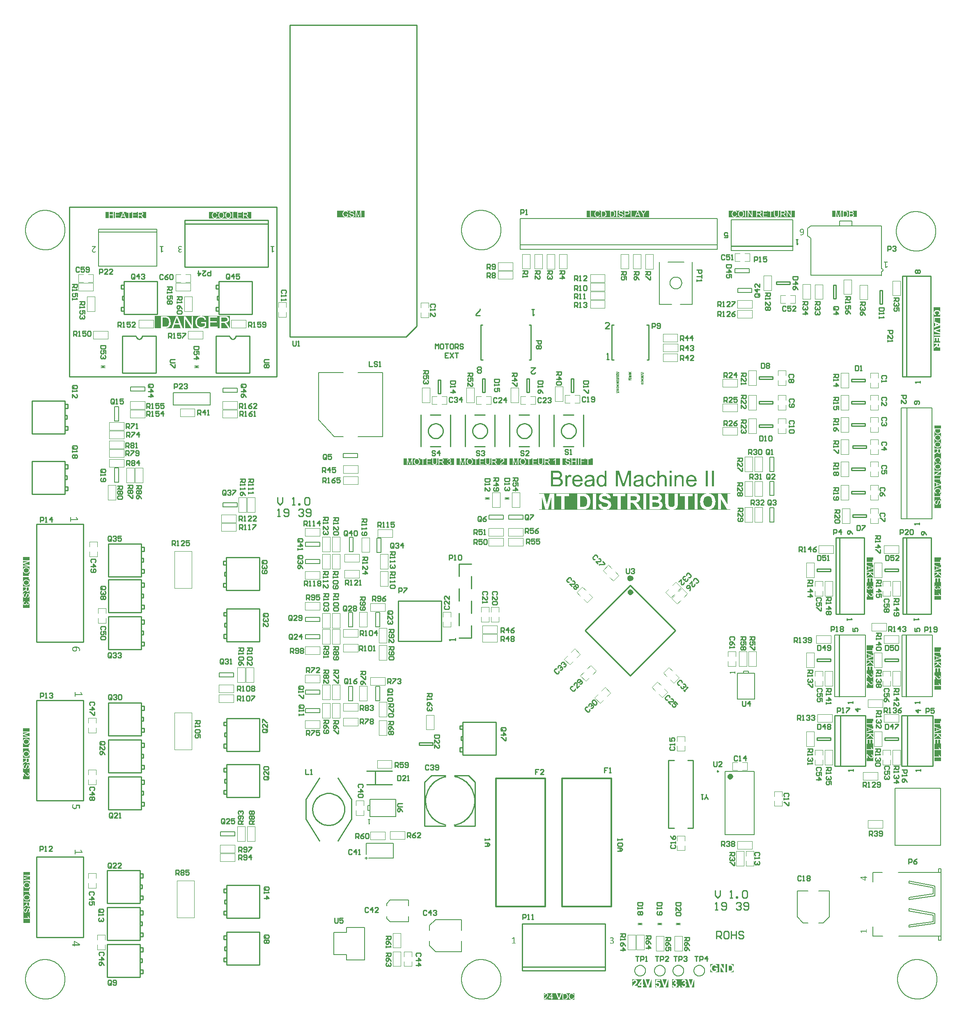
<source format=gto>
G04*
G04 #@! TF.GenerationSoftware,Altium Limited,Altium Designer,19.0.10 (269)*
G04*
G04 Layer_Color=65535*
%FSLAX25Y25*%
%MOIN*%
G70*
G01*
G75*
%ADD10C,0.01000*%
%ADD11C,0.00787*%
%ADD12C,0.00984*%
%ADD13C,0.02362*%
%ADD14C,0.03937*%
%ADD15C,0.00787*%
%ADD16C,0.00500*%
%ADD17C,0.00394*%
%ADD18C,0.01190*%
%ADD19C,0.00591*%
%ADD20C,0.00790*%
G36*
X745453Y461996D02*
X745326Y461991D01*
X745092Y461958D01*
X744981Y461935D01*
X744876Y461913D01*
X744776Y461885D01*
X744687Y461858D01*
X744598Y461830D01*
X744526Y461802D01*
X744460Y461780D01*
X744404Y461758D01*
X744360Y461741D01*
X744326Y461724D01*
X744304Y461719D01*
X744299Y461713D01*
X744188Y461652D01*
X744082Y461591D01*
X743988Y461525D01*
X743893Y461452D01*
X743810Y461380D01*
X743733Y461308D01*
X743660Y461242D01*
X743594Y461169D01*
X743538Y461103D01*
X743488Y461042D01*
X743444Y460986D01*
X743411Y460942D01*
X743383Y460903D01*
X743361Y460870D01*
X743350Y460853D01*
X743344Y460848D01*
X743283Y460737D01*
X743233Y460626D01*
X743183Y460514D01*
X743144Y460403D01*
X743111Y460293D01*
X743083Y460187D01*
X743061Y460082D01*
X743044Y459987D01*
X743028Y459893D01*
X743017Y459815D01*
X743011Y459738D01*
X743006Y459677D01*
X743000Y459627D01*
Y462002D01*
X745575D01*
X745453Y461996D01*
D02*
G37*
G36*
X748295Y459549D02*
X748289Y459749D01*
X748261Y459937D01*
X748228Y460115D01*
X748184Y460282D01*
X748128Y460442D01*
X748067Y460587D01*
X748001Y460720D01*
X747934Y460842D01*
X747867Y460953D01*
X747801Y461047D01*
X747740Y461125D01*
X747684Y461197D01*
X747640Y461247D01*
X747607Y461286D01*
X747579Y461314D01*
X747573Y461319D01*
X747435Y461441D01*
X747279Y461547D01*
X747124Y461636D01*
X746957Y461713D01*
X746791Y461780D01*
X746624Y461835D01*
X746463Y461880D01*
X746302Y461919D01*
X746152Y461946D01*
X746019Y461963D01*
X745892Y461980D01*
X745786Y461991D01*
X745697Y461996D01*
X745664D01*
X745631Y462002D01*
X748295D01*
Y459549D01*
D02*
G37*
G36*
X745775Y461297D02*
X745969Y461280D01*
X746147Y461253D01*
X746308Y461219D01*
X746458Y461181D01*
X746591Y461142D01*
X746713Y461092D01*
X746824Y461042D01*
X746913Y460997D01*
X746996Y460948D01*
X747063Y460909D01*
X747118Y460864D01*
X747157Y460836D01*
X747190Y460809D01*
X747207Y460792D01*
X747212Y460786D01*
X747301Y460687D01*
X747379Y460581D01*
X747446Y460476D01*
X747501Y460370D01*
X747551Y460270D01*
X747590Y460165D01*
X747623Y460065D01*
X747651Y459971D01*
X747668Y459882D01*
X747684Y459804D01*
X747695Y459732D01*
X747706Y459671D01*
Y459615D01*
X747712Y459582D01*
Y459454D01*
X747701Y459360D01*
X747673Y459188D01*
X747629Y459033D01*
X747607Y458966D01*
X747584Y458899D01*
X747556Y458839D01*
X747534Y458788D01*
X747512Y458744D01*
X747490Y458705D01*
X747473Y458672D01*
X747462Y458650D01*
X747457Y458639D01*
X747451Y458633D01*
X747346Y458489D01*
X747229Y458367D01*
X747113Y458261D01*
X746996Y458173D01*
X746890Y458106D01*
X746846Y458078D01*
X746807Y458056D01*
X746774Y458039D01*
X746752Y458028D01*
X746735Y458017D01*
X746730D01*
X746547Y457945D01*
X746363Y457889D01*
X746180Y457851D01*
X746008Y457828D01*
X745930Y457817D01*
X745858Y457812D01*
X745797Y457806D01*
X745742D01*
X745697Y457801D01*
X745664D01*
X745642D01*
X745636D01*
X745459Y457806D01*
X745287Y457823D01*
X745131Y457845D01*
X744981Y457878D01*
X744843Y457917D01*
X744721Y457956D01*
X744604Y458006D01*
X744504Y458050D01*
X744410Y458095D01*
X744332Y458139D01*
X744265Y458184D01*
X744210Y458222D01*
X744166Y458256D01*
X744138Y458278D01*
X744115Y458294D01*
X744110Y458300D01*
X744016Y458394D01*
X743932Y458494D01*
X743866Y458600D01*
X743805Y458705D01*
X743749Y458811D01*
X743705Y458916D01*
X743672Y459016D01*
X743644Y459116D01*
X743622Y459205D01*
X743605Y459294D01*
X743594Y459366D01*
X743588Y459432D01*
X743583Y459488D01*
X743577Y459527D01*
Y459560D01*
X743583Y459699D01*
X743599Y459826D01*
X743627Y459954D01*
X743660Y460071D01*
X743699Y460182D01*
X743744Y460282D01*
X743794Y460381D01*
X743844Y460465D01*
X743888Y460542D01*
X743938Y460609D01*
X743982Y460670D01*
X744021Y460720D01*
X744055Y460759D01*
X744082Y460786D01*
X744099Y460803D01*
X744104Y460809D01*
X744210Y460897D01*
X744321Y460970D01*
X744437Y461036D01*
X744560Y461092D01*
X744682Y461142D01*
X744798Y461181D01*
X744920Y461214D01*
X745037Y461242D01*
X745142Y461264D01*
X745242Y461275D01*
X745331Y461286D01*
X745409Y461297D01*
X745475D01*
X745525Y461303D01*
X745553D01*
X745564D01*
X745775Y461297D01*
D02*
G37*
G36*
X745453Y456430D02*
X745326Y456424D01*
X745092Y456391D01*
X744981Y456369D01*
X744876Y456347D01*
X744776Y456319D01*
X744687Y456291D01*
X744598Y456263D01*
X744526Y456236D01*
X744460Y456213D01*
X744404Y456191D01*
X744360Y456174D01*
X744326Y456158D01*
X744304Y456152D01*
X744299Y456147D01*
X744188Y456086D01*
X744082Y456025D01*
X743988Y455958D01*
X743893Y455886D01*
X743810Y455814D01*
X743733Y455742D01*
X743660Y455675D01*
X743594Y455603D01*
X743538Y455536D01*
X743488Y455475D01*
X743444Y455420D01*
X743411Y455375D01*
X743383Y455336D01*
X743361Y455303D01*
X743350Y455286D01*
X743344Y455281D01*
X743283Y455170D01*
X743233Y455059D01*
X743183Y454948D01*
X743144Y454837D01*
X743111Y454726D01*
X743083Y454620D01*
X743061Y454515D01*
X743044Y454421D01*
X743028Y454326D01*
X743017Y454249D01*
X743011Y454171D01*
X743006Y454110D01*
X743000Y454060D01*
Y456435D01*
X745575D01*
X745453Y456430D01*
D02*
G37*
G36*
X748295Y453982D02*
X748289Y454182D01*
X748261Y454371D01*
X748228Y454548D01*
X748184Y454715D01*
X748128Y454876D01*
X748067Y455020D01*
X748001Y455153D01*
X747934Y455275D01*
X747867Y455386D01*
X747801Y455481D01*
X747740Y455558D01*
X747684Y455631D01*
X747640Y455681D01*
X747607Y455719D01*
X747579Y455747D01*
X747573Y455753D01*
X747435Y455875D01*
X747279Y455980D01*
X747124Y456069D01*
X746957Y456147D01*
X746791Y456213D01*
X746624Y456269D01*
X746463Y456313D01*
X746302Y456352D01*
X746152Y456380D01*
X746019Y456396D01*
X745892Y456413D01*
X745786Y456424D01*
X745697Y456430D01*
X745664D01*
X745631Y456435D01*
X748295D01*
Y453982D01*
D02*
G37*
G36*
X745775Y455730D02*
X745969Y455714D01*
X746147Y455686D01*
X746308Y455653D01*
X746458Y455614D01*
X746591Y455575D01*
X746713Y455525D01*
X746824Y455475D01*
X746913Y455431D01*
X746996Y455381D01*
X747063Y455342D01*
X747118Y455298D01*
X747157Y455270D01*
X747190Y455242D01*
X747207Y455225D01*
X747212Y455220D01*
X747301Y455120D01*
X747379Y455015D01*
X747446Y454909D01*
X747501Y454804D01*
X747551Y454704D01*
X747590Y454598D01*
X747623Y454498D01*
X747651Y454404D01*
X747668Y454315D01*
X747684Y454238D01*
X747695Y454165D01*
X747706Y454104D01*
Y454049D01*
X747712Y454015D01*
Y453888D01*
X747701Y453793D01*
X747673Y453621D01*
X747629Y453466D01*
X747607Y453399D01*
X747584Y453333D01*
X747556Y453272D01*
X747534Y453222D01*
X747512Y453177D01*
X747490Y453139D01*
X747473Y453105D01*
X747462Y453083D01*
X747457Y453072D01*
X747451Y453066D01*
X747346Y452922D01*
X747229Y452800D01*
X747113Y452695D01*
X746996Y452606D01*
X746890Y452539D01*
X746846Y452511D01*
X746807Y452489D01*
X746774Y452473D01*
X746752Y452461D01*
X746735Y452450D01*
X746730D01*
X746547Y452378D01*
X746363Y452323D01*
X746180Y452284D01*
X746008Y452262D01*
X745930Y452251D01*
X745858Y452245D01*
X745797Y452240D01*
X745742D01*
X745697Y452234D01*
X745664D01*
X745642D01*
X745636D01*
X745459Y452240D01*
X745287Y452256D01*
X745131Y452278D01*
X744981Y452312D01*
X744843Y452351D01*
X744721Y452389D01*
X744604Y452439D01*
X744504Y452484D01*
X744410Y452528D01*
X744332Y452572D01*
X744265Y452617D01*
X744210Y452656D01*
X744166Y452689D01*
X744138Y452711D01*
X744115Y452728D01*
X744110Y452733D01*
X744016Y452828D01*
X743932Y452928D01*
X743866Y453033D01*
X743805Y453139D01*
X743749Y453244D01*
X743705Y453349D01*
X743672Y453449D01*
X743644Y453549D01*
X743622Y453638D01*
X743605Y453727D01*
X743594Y453799D01*
X743588Y453866D01*
X743583Y453921D01*
X743577Y453960D01*
Y453993D01*
X743583Y454132D01*
X743599Y454260D01*
X743627Y454387D01*
X743660Y454504D01*
X743699Y454615D01*
X743744Y454715D01*
X743794Y454815D01*
X743844Y454898D01*
X743888Y454976D01*
X743938Y455042D01*
X743982Y455103D01*
X744021Y455153D01*
X744055Y455192D01*
X744082Y455220D01*
X744099Y455236D01*
X744104Y455242D01*
X744210Y455331D01*
X744321Y455403D01*
X744437Y455470D01*
X744560Y455525D01*
X744682Y455575D01*
X744798Y455614D01*
X744920Y455647D01*
X745037Y455675D01*
X745142Y455697D01*
X745242Y455708D01*
X745331Y455719D01*
X745409Y455730D01*
X745475D01*
X745525Y455736D01*
X745553D01*
X745564D01*
X745775Y455730D01*
D02*
G37*
G36*
X748295Y441289D02*
X748289Y441417D01*
X748284Y441539D01*
X748245Y441767D01*
X748222Y441878D01*
X748195Y441978D01*
X748167Y442077D01*
X748139Y442166D01*
X748111Y442244D01*
X748084Y442316D01*
X748056Y442383D01*
X748034Y442433D01*
X748012Y442477D01*
X747995Y442505D01*
X747990Y442527D01*
X747984Y442532D01*
X747923Y442632D01*
X747856Y442732D01*
X747784Y442821D01*
X747712Y442904D01*
X747634Y442982D01*
X747562Y443054D01*
X747484Y443115D01*
X747418Y443176D01*
X747346Y443226D01*
X747285Y443271D01*
X747229Y443310D01*
X747179Y443343D01*
X747135Y443365D01*
X747107Y443382D01*
X747085Y443393D01*
X747079Y443398D01*
X746968Y443454D01*
X746846Y443498D01*
X746730Y443537D01*
X746613Y443576D01*
X746374Y443632D01*
X746263Y443648D01*
X746158Y443665D01*
X746058Y443676D01*
X745969Y443687D01*
X745886Y443692D01*
X745814Y443698D01*
X745758Y443704D01*
X748295D01*
Y441289D01*
D02*
G37*
G36*
X745453Y438542D02*
X745326Y438537D01*
X745092Y438503D01*
X744981Y438481D01*
X744876Y438459D01*
X744776Y438431D01*
X744687Y438403D01*
X744598Y438376D01*
X744526Y438348D01*
X744460Y438326D01*
X744404Y438303D01*
X744360Y438287D01*
X744326Y438270D01*
X744304Y438265D01*
X744299Y438259D01*
X744188Y438198D01*
X744082Y438137D01*
X743988Y438070D01*
X743893Y437998D01*
X743810Y437926D01*
X743733Y437854D01*
X743660Y437787D01*
X743594Y437715D01*
X743538Y437648D01*
X743488Y437587D01*
X743444Y437532D01*
X743411Y437488D01*
X743383Y437449D01*
X743361Y437415D01*
X743350Y437399D01*
X743344Y437393D01*
X743283Y437282D01*
X743233Y437171D01*
X743183Y437060D01*
X743144Y436949D01*
X743111Y436838D01*
X743083Y436733D01*
X743061Y436627D01*
X743044Y436533D01*
X743028Y436439D01*
X743017Y436361D01*
X743011Y436283D01*
X743006Y436222D01*
X743000Y436172D01*
Y438548D01*
X745575D01*
X745453Y438542D01*
D02*
G37*
G36*
X748295Y436095D02*
X748289Y436294D01*
X748261Y436483D01*
X748228Y436661D01*
X748184Y436827D01*
X748128Y436988D01*
X748067Y437132D01*
X748001Y437266D01*
X747934Y437388D01*
X747867Y437499D01*
X747801Y437593D01*
X747740Y437671D01*
X747684Y437743D01*
X747640Y437793D01*
X747607Y437832D01*
X747579Y437859D01*
X747573Y437865D01*
X747435Y437987D01*
X747279Y438093D01*
X747124Y438181D01*
X746957Y438259D01*
X746791Y438326D01*
X746624Y438381D01*
X746463Y438426D01*
X746302Y438464D01*
X746152Y438492D01*
X746019Y438509D01*
X745892Y438525D01*
X745786Y438537D01*
X745697Y438542D01*
X745664D01*
X745631Y438548D01*
X748295D01*
Y436095D01*
D02*
G37*
G36*
X745775Y437843D02*
X745969Y437826D01*
X746147Y437798D01*
X746308Y437765D01*
X746458Y437726D01*
X746591Y437687D01*
X746713Y437637D01*
X746824Y437587D01*
X746913Y437543D01*
X746996Y437493D01*
X747063Y437454D01*
X747118Y437410D01*
X747157Y437382D01*
X747190Y437354D01*
X747207Y437338D01*
X747212Y437332D01*
X747301Y437232D01*
X747379Y437127D01*
X747446Y437021D01*
X747501Y436916D01*
X747551Y436816D01*
X747590Y436711D01*
X747623Y436611D01*
X747651Y436516D01*
X747668Y436427D01*
X747684Y436350D01*
X747695Y436278D01*
X747706Y436217D01*
Y436161D01*
X747712Y436128D01*
Y436000D01*
X747701Y435906D01*
X747673Y435734D01*
X747629Y435578D01*
X747607Y435512D01*
X747584Y435445D01*
X747556Y435384D01*
X747534Y435334D01*
X747512Y435290D01*
X747490Y435251D01*
X747473Y435218D01*
X747462Y435195D01*
X747457Y435184D01*
X747451Y435179D01*
X747346Y435035D01*
X747229Y434912D01*
X747113Y434807D01*
X746996Y434718D01*
X746890Y434652D01*
X746846Y434624D01*
X746807Y434602D01*
X746774Y434585D01*
X746752Y434574D01*
X746735Y434563D01*
X746730D01*
X746547Y434491D01*
X746363Y434435D01*
X746180Y434396D01*
X746008Y434374D01*
X745930Y434363D01*
X745858Y434357D01*
X745797Y434352D01*
X745742D01*
X745697Y434346D01*
X745664D01*
X745642D01*
X745636D01*
X745459Y434352D01*
X745287Y434369D01*
X745131Y434391D01*
X744981Y434424D01*
X744843Y434463D01*
X744721Y434502D01*
X744604Y434552D01*
X744504Y434596D01*
X744410Y434640D01*
X744332Y434685D01*
X744265Y434729D01*
X744210Y434768D01*
X744166Y434801D01*
X744138Y434824D01*
X744115Y434840D01*
X744110Y434846D01*
X744016Y434940D01*
X743932Y435040D01*
X743866Y435146D01*
X743805Y435251D01*
X743749Y435356D01*
X743705Y435462D01*
X743672Y435562D01*
X743644Y435662D01*
X743622Y435750D01*
X743605Y435839D01*
X743594Y435911D01*
X743588Y435978D01*
X743583Y436033D01*
X743577Y436072D01*
Y436106D01*
X743583Y436244D01*
X743599Y436372D01*
X743627Y436500D01*
X743660Y436616D01*
X743699Y436727D01*
X743744Y436827D01*
X743794Y436927D01*
X743844Y437010D01*
X743888Y437088D01*
X743938Y437155D01*
X743982Y437216D01*
X744021Y437266D01*
X744055Y437304D01*
X744082Y437332D01*
X744099Y437349D01*
X744104Y437354D01*
X744210Y437443D01*
X744321Y437515D01*
X744437Y437582D01*
X744560Y437637D01*
X744682Y437687D01*
X744798Y437726D01*
X744920Y437760D01*
X745037Y437787D01*
X745142Y437810D01*
X745242Y437821D01*
X745331Y437832D01*
X745409Y437843D01*
X745475D01*
X745525Y437848D01*
X745553D01*
X745564D01*
X745775Y437843D01*
D02*
G37*
G36*
X748295Y416248D02*
X748289Y416375D01*
X748284Y416498D01*
X748245Y416725D01*
X748222Y416836D01*
X748195Y416936D01*
X748167Y417036D01*
X748139Y417125D01*
X748111Y417202D01*
X748084Y417275D01*
X748056Y417341D01*
X748034Y417391D01*
X748012Y417436D01*
X747995Y417463D01*
X747990Y417485D01*
X747984Y417491D01*
X747923Y417591D01*
X747856Y417691D01*
X747784Y417780D01*
X747712Y417863D01*
X747634Y417941D01*
X747562Y418013D01*
X747484Y418074D01*
X747418Y418135D01*
X747346Y418185D01*
X747285Y418229D01*
X747229Y418268D01*
X747179Y418301D01*
X747135Y418323D01*
X747107Y418340D01*
X747085Y418351D01*
X747079Y418357D01*
X746968Y418412D01*
X746846Y418457D01*
X746730Y418496D01*
X746613Y418534D01*
X746374Y418590D01*
X746263Y418607D01*
X746158Y418623D01*
X746058Y418634D01*
X745969Y418645D01*
X745886Y418651D01*
X745814Y418656D01*
X745758Y418662D01*
X748295D01*
Y416248D01*
D02*
G37*
G36*
Y407162D02*
X748289Y407351D01*
X748267Y407529D01*
X748239Y407684D01*
X748222Y407756D01*
X748206Y407823D01*
X748189Y407884D01*
X748173Y407939D01*
X748156Y407989D01*
X748145Y408028D01*
X748134Y408056D01*
X748123Y408084D01*
X748117Y408095D01*
Y408100D01*
X748045Y408250D01*
X747962Y408378D01*
X747878Y408489D01*
X747795Y408578D01*
X747718Y408650D01*
X747656Y408705D01*
X747634Y408722D01*
X747618Y408733D01*
X747607Y408744D01*
X747601D01*
X747473Y408816D01*
X747346Y408872D01*
X747229Y408905D01*
X747118Y408933D01*
X747018Y408950D01*
X746979Y408955D01*
X746946D01*
X746918Y408961D01*
X746896D01*
X746885D01*
X746879D01*
X746752Y408955D01*
X746630Y408933D01*
X746519Y408905D01*
X746424Y408872D01*
X746347Y408839D01*
X746286Y408811D01*
X746263Y408800D01*
X746247Y408788D01*
X746241Y408783D01*
X746236D01*
X746136Y408711D01*
X746041Y408622D01*
X745964Y408533D01*
X745892Y408439D01*
X745836Y408361D01*
X745797Y408295D01*
X745786Y408267D01*
X745775Y408250D01*
X745764Y408239D01*
Y408234D01*
X745736Y408178D01*
X745708Y408111D01*
X745681Y408039D01*
X745653Y407962D01*
X745597Y407801D01*
X745547Y407634D01*
X745525Y407556D01*
X745503Y407490D01*
X745486Y407423D01*
X745470Y407362D01*
X745459Y407318D01*
X745447Y407279D01*
X745442Y407257D01*
Y407251D01*
X745414Y407124D01*
X745381Y407007D01*
X745359Y406907D01*
X745331Y406813D01*
X745309Y406730D01*
X745292Y406652D01*
X745270Y406591D01*
X745253Y406530D01*
X745242Y406485D01*
X745226Y406441D01*
X745215Y406408D01*
X745209Y406385D01*
X745203Y406363D01*
X745198Y406352D01*
X745192Y406341D01*
X745142Y406230D01*
X745092Y406136D01*
X745042Y406052D01*
X744998Y405991D01*
X744954Y405941D01*
X744920Y405908D01*
X744898Y405886D01*
X744893Y405880D01*
X744826Y405830D01*
X744754Y405797D01*
X744682Y405769D01*
X744615Y405753D01*
X744560Y405742D01*
X744510Y405736D01*
X744482D01*
X744476D01*
X744471D01*
X744387Y405742D01*
X744304Y405758D01*
X744232Y405786D01*
X744166Y405808D01*
X744110Y405836D01*
X744066Y405864D01*
X744043Y405880D01*
X744032Y405886D01*
X743960Y405947D01*
X743899Y406013D01*
X743844Y406091D01*
X743799Y406163D01*
X743766Y406230D01*
X743738Y406280D01*
X743727Y406302D01*
X743721Y406319D01*
X743716Y406324D01*
Y406330D01*
X743677Y406441D01*
X743649Y406558D01*
X743633Y406674D01*
X743622Y406779D01*
X743610Y406868D01*
Y406907D01*
X743605Y406940D01*
Y407007D01*
X743610Y407168D01*
X743627Y407312D01*
X743655Y407451D01*
X743683Y407568D01*
X743694Y407618D01*
X743705Y407662D01*
X743721Y407701D01*
X743733Y407734D01*
X743744Y407762D01*
X743749Y407779D01*
X743755Y407790D01*
Y407795D01*
X743816Y407917D01*
X743882Y408023D01*
X743944Y408111D01*
X744010Y408184D01*
X744066Y408239D01*
X744110Y408278D01*
X744138Y408306D01*
X744149Y408311D01*
X744249Y408367D01*
X744354Y408411D01*
X744460Y408444D01*
X744560Y408472D01*
X744654Y408494D01*
X744687Y408500D01*
X744721Y408505D01*
X744748Y408511D01*
X744770Y408517D01*
X744781D01*
X744787D01*
X744732Y409155D01*
X744637Y409149D01*
X744543Y409138D01*
X744371Y409105D01*
X744210Y409060D01*
X744138Y409038D01*
X744077Y409011D01*
X744016Y408988D01*
X743960Y408961D01*
X743916Y408938D01*
X743877Y408916D01*
X743844Y408899D01*
X743821Y408888D01*
X743810Y408883D01*
X743805Y408877D01*
X743660Y408772D01*
X743538Y408650D01*
X743433Y408528D01*
X743350Y408411D01*
X743283Y408306D01*
X743261Y408261D01*
X743239Y408222D01*
X743222Y408189D01*
X743211Y408167D01*
X743200Y408150D01*
Y408145D01*
X743133Y407956D01*
X743083Y407762D01*
X743050Y407568D01*
X743028Y407384D01*
X743017Y407296D01*
X743011Y407218D01*
X743006Y407151D01*
Y407090D01*
X743000Y407040D01*
Y409155D01*
X748295D01*
Y407162D01*
D02*
G37*
G36*
X748295Y462002D02*
X743000D01*
Y457101D01*
Y459554D01*
X743006Y459432D01*
X743011Y459310D01*
X743050Y459077D01*
X743072Y458972D01*
X743100Y458866D01*
X743128Y458772D01*
X743155Y458683D01*
X743183Y458600D01*
X743211Y458528D01*
X743239Y458467D01*
X743261Y458411D01*
X743283Y458367D01*
X743300Y458339D01*
X743305Y458317D01*
X743311Y458311D01*
X743372Y458206D01*
X743444Y458106D01*
X743516Y458011D01*
X743588Y457928D01*
X743666Y457851D01*
X743744Y457773D01*
X743821Y457706D01*
X743893Y457645D01*
X743966Y457595D01*
X744032Y457545D01*
X744093Y457507D01*
X744143Y457473D01*
X744182Y457451D01*
X744215Y457434D01*
X744238Y457423D01*
X744243Y457418D01*
X744360Y457362D01*
X744482Y457312D01*
X744598Y457273D01*
X744721Y457234D01*
X744837Y457201D01*
X744954Y457179D01*
X745065Y457157D01*
X745170Y457140D01*
X745270Y457129D01*
X745359Y457118D01*
X745436Y457112D01*
X745503Y457107D01*
X745559Y457101D01*
X745636D01*
X745781Y457107D01*
X745914Y457112D01*
X746047Y457129D01*
X746175Y457146D01*
X746291Y457168D01*
X746408Y457196D01*
X746513Y457223D01*
X746607Y457251D01*
X746696Y457279D01*
X746774Y457307D01*
X746846Y457329D01*
X746902Y457357D01*
X746946Y457373D01*
X746979Y457390D01*
X747002Y457395D01*
X747007Y457401D01*
X747118Y457462D01*
X747224Y457523D01*
X747323Y457595D01*
X747412Y457662D01*
X747496Y457734D01*
X747573Y457806D01*
X747645Y457878D01*
X747712Y457950D01*
X747767Y458017D01*
X747817Y458078D01*
X747862Y458128D01*
X747895Y458178D01*
X747923Y458217D01*
X747939Y458245D01*
X747951Y458267D01*
X747956Y458272D01*
X748017Y458383D01*
X748067Y458489D01*
X748111Y458600D01*
X748150Y458711D01*
X748184Y458822D01*
X748211Y458927D01*
X748234Y459027D01*
X748250Y459127D01*
X748267Y459216D01*
X748278Y459294D01*
X748284Y459366D01*
X748289Y459432D01*
X748295Y459482D01*
Y457101D01*
X748295D01*
Y456435D01*
X743000D01*
Y451535D01*
D01*
Y453988D01*
X743006Y453866D01*
X743011Y453744D01*
X743050Y453511D01*
X743072Y453405D01*
X743100Y453300D01*
X743128Y453205D01*
X743155Y453116D01*
X743183Y453033D01*
X743211Y452961D01*
X743239Y452900D01*
X743261Y452844D01*
X743283Y452800D01*
X743300Y452772D01*
X743305Y452750D01*
X743311Y452744D01*
X743372Y452639D01*
X743444Y452539D01*
X743516Y452445D01*
X743588Y452362D01*
X743666Y452284D01*
X743744Y452206D01*
X743821Y452140D01*
X743893Y452078D01*
X743966Y452029D01*
X744032Y451979D01*
X744093Y451940D01*
X744143Y451906D01*
X744182Y451884D01*
X744215Y451868D01*
X744238Y451857D01*
X744243Y451851D01*
X744360Y451795D01*
X744482Y451746D01*
X744598Y451707D01*
X744721Y451668D01*
X744837Y451635D01*
X744954Y451612D01*
X745065Y451590D01*
X745170Y451574D01*
X745270Y451562D01*
X745359Y451551D01*
X745436Y451546D01*
X745503Y451540D01*
X745559Y451535D01*
X745636D01*
X745781Y451540D01*
X745914Y451546D01*
X746047Y451562D01*
X746175Y451579D01*
X746291Y451601D01*
X746408Y451629D01*
X746513Y451657D01*
X746607Y451685D01*
X746696Y451712D01*
X746774Y451740D01*
X746846Y451762D01*
X746902Y451790D01*
X746946Y451807D01*
X746979Y451823D01*
X747002Y451829D01*
X747007Y451834D01*
X747118Y451895D01*
X747224Y451957D01*
X747323Y452029D01*
X747412Y452095D01*
X747496Y452167D01*
X747573Y452240D01*
X747645Y452312D01*
X747712Y452384D01*
X747767Y452450D01*
X747817Y452511D01*
X747862Y452561D01*
X747895Y452611D01*
X747923Y452650D01*
X747939Y452678D01*
X747951Y452700D01*
X747956Y452706D01*
X748017Y452817D01*
X748067Y452922D01*
X748111Y453033D01*
X748150Y453144D01*
X748184Y453255D01*
X748211Y453361D01*
X748234Y453461D01*
X748250Y453560D01*
X748267Y453649D01*
X748278Y453727D01*
X748284Y453799D01*
X748289Y453866D01*
X748295Y453916D01*
Y451535D01*
X748295D01*
Y443704D01*
X743000D01*
X745681D01*
X745547Y443698D01*
X745414Y443692D01*
X745159Y443659D01*
X745037Y443643D01*
X744926Y443620D01*
X744820Y443593D01*
X744721Y443570D01*
X744632Y443543D01*
X744548Y443520D01*
X744482Y443498D01*
X744421Y443476D01*
X744376Y443459D01*
X744338Y443448D01*
X744315Y443443D01*
X744310Y443437D01*
X744193Y443382D01*
X744082Y443326D01*
X743982Y443265D01*
X743888Y443198D01*
X743799Y443132D01*
X743721Y443071D01*
X743649Y443004D01*
X743583Y442943D01*
X743522Y442882D01*
X743472Y442827D01*
X743433Y442777D01*
X743394Y442732D01*
X743366Y442699D01*
X743350Y442671D01*
X743339Y442655D01*
X743333Y442649D01*
X743272Y442549D01*
X743222Y442444D01*
X743178Y442333D01*
X743139Y442216D01*
X743111Y442105D01*
X743083Y441994D01*
X743061Y441883D01*
X743044Y441778D01*
X743028Y441678D01*
X743017Y441589D01*
X743011Y441506D01*
X743006Y441439D01*
X743000Y441378D01*
Y441300D01*
X743006Y441151D01*
X743017Y441012D01*
X743039Y440879D01*
X743067Y440751D01*
X743100Y440629D01*
X743139Y440518D01*
X743178Y440418D01*
X743216Y440324D01*
X743255Y440235D01*
X743294Y440163D01*
X743333Y440096D01*
X743366Y440046D01*
X743394Y440002D01*
X743416Y439974D01*
X743427Y439952D01*
X743433Y439946D01*
X743522Y439846D01*
X743616Y439752D01*
X743716Y439669D01*
X743816Y439591D01*
X743921Y439519D01*
X744032Y439458D01*
X744132Y439402D01*
X744238Y439352D01*
X744332Y439308D01*
X744421Y439275D01*
X744504Y439241D01*
X744571Y439219D01*
X744632Y439197D01*
X744671Y439186D01*
X744698Y439175D01*
X744709D01*
X744881Y439852D01*
X744765Y439880D01*
X744654Y439919D01*
X744548Y439957D01*
X744454Y439996D01*
X744365Y440041D01*
X744288Y440085D01*
X744215Y440129D01*
X744149Y440174D01*
X744093Y440218D01*
X744043Y440257D01*
X743999Y440296D01*
X743966Y440324D01*
X743938Y440351D01*
X743921Y440374D01*
X743910Y440385D01*
X743905Y440390D01*
X743849Y440468D01*
X743799Y440546D01*
X743755Y440623D01*
X743716Y440707D01*
X743683Y440790D01*
X743655Y440868D01*
X743616Y441023D01*
X743605Y441089D01*
X743594Y441156D01*
X743588Y441212D01*
X743583Y441262D01*
X743577Y441300D01*
Y441356D01*
X743583Y441445D01*
X743588Y441528D01*
X743616Y441689D01*
X743655Y441839D01*
X743699Y441966D01*
X743721Y442022D01*
X743738Y442072D01*
X743760Y442116D01*
X743777Y442155D01*
X743794Y442189D01*
X743805Y442211D01*
X743816Y442222D01*
Y442227D01*
X743866Y442299D01*
X743916Y442366D01*
X744032Y442488D01*
X744149Y442588D01*
X744271Y442671D01*
X744376Y442732D01*
X744421Y442760D01*
X744465Y442782D01*
X744498Y442793D01*
X744521Y442804D01*
X744537Y442816D01*
X744543D01*
X744732Y442877D01*
X744926Y442927D01*
X745120Y442960D01*
X745209Y442971D01*
X745298Y442982D01*
X745381Y442988D01*
X745453Y442993D01*
X745520Y442999D01*
X745575D01*
X745625Y443004D01*
X745658D01*
X745681D01*
X745686D01*
X745875Y442999D01*
X746053Y442982D01*
X746219Y442954D01*
X746297Y442943D01*
X746369Y442927D01*
X746430Y442910D01*
X746491Y442899D01*
X746541Y442882D01*
X746585Y442871D01*
X746619Y442866D01*
X746646Y442854D01*
X746663Y442849D01*
X746668D01*
X746841Y442777D01*
X746990Y442694D01*
X747118Y442605D01*
X747174Y442555D01*
X747229Y442510D01*
X747273Y442466D01*
X747312Y442427D01*
X747351Y442388D01*
X747379Y442360D01*
X747401Y442333D01*
X747418Y442310D01*
X747423Y442299D01*
X747429Y442294D01*
X747479Y442216D01*
X747523Y442138D01*
X747562Y442055D01*
X747595Y441972D01*
X747645Y441806D01*
X747684Y441644D01*
X747695Y441578D01*
X747701Y441511D01*
X747706Y441450D01*
X747712Y441400D01*
X747718Y441356D01*
Y441206D01*
X747706Y441117D01*
X747679Y440951D01*
X747634Y440806D01*
X747612Y440745D01*
X747590Y440684D01*
X747568Y440629D01*
X747545Y440585D01*
X747523Y440546D01*
X747501Y440512D01*
X747484Y440485D01*
X747473Y440468D01*
X747468Y440457D01*
X747462Y440451D01*
X747412Y440390D01*
X747357Y440329D01*
X747229Y440229D01*
X747090Y440135D01*
X746957Y440063D01*
X746835Y440007D01*
X746785Y439980D01*
X746741Y439963D01*
X746702Y439946D01*
X746668Y439941D01*
X746652Y439930D01*
X746646D01*
X746802Y439264D01*
X746929Y439308D01*
X747051Y439358D01*
X747168Y439408D01*
X747273Y439469D01*
X747373Y439524D01*
X747462Y439585D01*
X747545Y439647D01*
X747618Y439708D01*
X747684Y439769D01*
X747740Y439819D01*
X747790Y439868D01*
X747828Y439913D01*
X747862Y439946D01*
X747884Y439974D01*
X747895Y439991D01*
X747901Y439996D01*
X747973Y440096D01*
X748028Y440202D01*
X748084Y440307D01*
X748128Y440418D01*
X748167Y440529D01*
X748200Y440634D01*
X748222Y440740D01*
X748245Y440840D01*
X748261Y440934D01*
X748273Y441017D01*
X748284Y441095D01*
X748289Y441162D01*
X748295Y441217D01*
Y439175D01*
X748295D01*
Y438548D01*
X743000D01*
Y433647D01*
Y436100D01*
X743006Y435978D01*
X743011Y435856D01*
X743050Y435623D01*
X743072Y435517D01*
X743100Y435412D01*
X743128Y435318D01*
X743155Y435229D01*
X743183Y435146D01*
X743211Y435073D01*
X743239Y435012D01*
X743261Y434957D01*
X743283Y434912D01*
X743300Y434885D01*
X743305Y434862D01*
X743311Y434857D01*
X743372Y434752D01*
X743444Y434652D01*
X743516Y434557D01*
X743588Y434474D01*
X743666Y434396D01*
X743744Y434318D01*
X743821Y434252D01*
X743893Y434191D01*
X743966Y434141D01*
X744032Y434091D01*
X744093Y434052D01*
X744143Y434019D01*
X744182Y433997D01*
X744215Y433980D01*
X744238Y433969D01*
X744243Y433963D01*
X744360Y433908D01*
X744482Y433858D01*
X744598Y433819D01*
X744721Y433780D01*
X744837Y433747D01*
X744954Y433725D01*
X745065Y433703D01*
X745170Y433686D01*
X745270Y433675D01*
X745359Y433664D01*
X745436Y433658D01*
X745503Y433652D01*
X745559Y433647D01*
X745636D01*
X745781Y433652D01*
X745914Y433658D01*
X746047Y433675D01*
X746175Y433691D01*
X746291Y433714D01*
X746408Y433741D01*
X746513Y433769D01*
X746607Y433797D01*
X746696Y433825D01*
X746774Y433852D01*
X746846Y433875D01*
X746902Y433902D01*
X746946Y433919D01*
X746979Y433936D01*
X747002Y433941D01*
X747007Y433947D01*
X747118Y434008D01*
X747224Y434069D01*
X747323Y434141D01*
X747412Y434207D01*
X747496Y434280D01*
X747573Y434352D01*
X747645Y434424D01*
X747712Y434496D01*
X747767Y434563D01*
X747817Y434624D01*
X747862Y434674D01*
X747895Y434724D01*
X747923Y434763D01*
X747939Y434790D01*
X747951Y434812D01*
X747956Y434818D01*
X748017Y434929D01*
X748067Y435035D01*
X748111Y435146D01*
X748150Y435256D01*
X748184Y435367D01*
X748211Y435473D01*
X748234Y435573D01*
X748250Y435673D01*
X748267Y435761D01*
X748278Y435839D01*
X748284Y435911D01*
X748289Y435978D01*
X748295Y436028D01*
Y433647D01*
X748295D01*
Y418662D01*
X743000D01*
X745681D01*
X745547Y418656D01*
X745414Y418651D01*
X745159Y418618D01*
X745037Y418601D01*
X744926Y418579D01*
X744820Y418551D01*
X744721Y418529D01*
X744632Y418501D01*
X744548Y418479D01*
X744482Y418457D01*
X744421Y418434D01*
X744376Y418418D01*
X744338Y418407D01*
X744315Y418401D01*
X744310Y418396D01*
X744193Y418340D01*
X744082Y418285D01*
X743982Y418223D01*
X743888Y418157D01*
X743799Y418090D01*
X743721Y418029D01*
X743649Y417963D01*
X743583Y417902D01*
X743522Y417841D01*
X743472Y417785D01*
X743433Y417735D01*
X743394Y417691D01*
X743366Y417657D01*
X743350Y417630D01*
X743339Y417613D01*
X743333Y417607D01*
X743272Y417508D01*
X743222Y417402D01*
X743178Y417291D01*
X743139Y417175D01*
X743111Y417064D01*
X743083Y416953D01*
X743061Y416842D01*
X743044Y416736D01*
X743028Y416636D01*
X743017Y416547D01*
X743011Y416464D01*
X743006Y416398D01*
X743000Y416336D01*
Y414133D01*
D01*
Y416259D01*
X743006Y416109D01*
X743017Y415970D01*
X743039Y415837D01*
X743067Y415709D01*
X743100Y415587D01*
X743139Y415476D01*
X743178Y415376D01*
X743216Y415282D01*
X743255Y415193D01*
X743294Y415121D01*
X743333Y415055D01*
X743366Y415005D01*
X743394Y414960D01*
X743416Y414932D01*
X743427Y414910D01*
X743433Y414905D01*
X743522Y414805D01*
X743616Y414710D01*
X743716Y414627D01*
X743816Y414549D01*
X743921Y414477D01*
X744032Y414416D01*
X744132Y414361D01*
X744238Y414311D01*
X744332Y414266D01*
X744421Y414233D01*
X744504Y414200D01*
X744571Y414178D01*
X744632Y414155D01*
X744671Y414144D01*
X744698Y414133D01*
X744709D01*
X744881Y414810D01*
X744765Y414838D01*
X744654Y414877D01*
X744548Y414916D01*
X744454Y414955D01*
X744365Y414999D01*
X744288Y415043D01*
X744215Y415088D01*
X744149Y415132D01*
X744093Y415177D01*
X744043Y415215D01*
X743999Y415254D01*
X743966Y415282D01*
X743938Y415310D01*
X743921Y415332D01*
X743910Y415343D01*
X743905Y415349D01*
X743849Y415426D01*
X743799Y415504D01*
X743755Y415582D01*
X743716Y415665D01*
X743683Y415748D01*
X743655Y415826D01*
X743616Y415981D01*
X743605Y416048D01*
X743594Y416115D01*
X743588Y416170D01*
X743583Y416220D01*
X743577Y416259D01*
Y416314D01*
X743583Y416403D01*
X743588Y416486D01*
X743616Y416647D01*
X743655Y416797D01*
X743699Y416925D01*
X743721Y416980D01*
X743738Y417030D01*
X743760Y417075D01*
X743777Y417114D01*
X743794Y417147D01*
X743805Y417169D01*
X743816Y417180D01*
Y417186D01*
X743866Y417258D01*
X743916Y417324D01*
X744032Y417447D01*
X744149Y417547D01*
X744271Y417630D01*
X744376Y417691D01*
X744421Y417719D01*
X744465Y417741D01*
X744498Y417752D01*
X744521Y417763D01*
X744537Y417774D01*
X744543D01*
X744732Y417835D01*
X744926Y417885D01*
X745120Y417918D01*
X745209Y417929D01*
X745298Y417941D01*
X745381Y417946D01*
X745453Y417952D01*
X745520Y417957D01*
X745575D01*
X745625Y417963D01*
X745658D01*
X745681D01*
X745686D01*
X745875Y417957D01*
X746053Y417941D01*
X746219Y417913D01*
X746297Y417902D01*
X746369Y417885D01*
X746430Y417868D01*
X746491Y417857D01*
X746541Y417841D01*
X746585Y417830D01*
X746619Y417824D01*
X746646Y417813D01*
X746663Y417807D01*
X746668D01*
X746841Y417735D01*
X746990Y417652D01*
X747118Y417563D01*
X747174Y417513D01*
X747229Y417469D01*
X747273Y417424D01*
X747312Y417385D01*
X747351Y417347D01*
X747379Y417319D01*
X747401Y417291D01*
X747418Y417269D01*
X747423Y417258D01*
X747429Y417252D01*
X747479Y417175D01*
X747523Y417097D01*
X747562Y417014D01*
X747595Y416930D01*
X747645Y416764D01*
X747684Y416603D01*
X747695Y416536D01*
X747701Y416470D01*
X747706Y416409D01*
X747712Y416359D01*
X747718Y416314D01*
Y416164D01*
X747706Y416076D01*
X747679Y415909D01*
X747634Y415765D01*
X747612Y415704D01*
X747590Y415643D01*
X747568Y415587D01*
X747545Y415543D01*
X747523Y415504D01*
X747501Y415471D01*
X747484Y415443D01*
X747473Y415426D01*
X747468Y415415D01*
X747462Y415410D01*
X747412Y415349D01*
X747357Y415288D01*
X747229Y415188D01*
X747090Y415093D01*
X746957Y415021D01*
X746835Y414966D01*
X746785Y414938D01*
X746741Y414921D01*
X746702Y414905D01*
X746668Y414899D01*
X746652Y414888D01*
X746646D01*
X746802Y414222D01*
X746929Y414266D01*
X747051Y414316D01*
X747168Y414366D01*
X747273Y414427D01*
X747373Y414483D01*
X747462Y414544D01*
X747545Y414605D01*
X747618Y414666D01*
X747684Y414727D01*
X747740Y414777D01*
X747790Y414827D01*
X747828Y414871D01*
X747862Y414905D01*
X747884Y414932D01*
X747895Y414949D01*
X747901Y414955D01*
X747973Y415055D01*
X748028Y415160D01*
X748084Y415265D01*
X748128Y415376D01*
X748167Y415487D01*
X748200Y415593D01*
X748222Y415698D01*
X748245Y415798D01*
X748261Y415893D01*
X748273Y415976D01*
X748284Y416053D01*
X748289Y416120D01*
X748295Y416176D01*
Y414133D01*
X748295D01*
Y409155D01*
X743000D01*
Y405081D01*
D01*
Y406974D01*
X743011Y406774D01*
X743033Y406591D01*
X743061Y406424D01*
X743083Y406347D01*
X743100Y406280D01*
X743117Y406213D01*
X743139Y406158D01*
X743155Y406108D01*
X743166Y406069D01*
X743183Y406036D01*
X743189Y406013D01*
X743200Y405997D01*
Y405991D01*
X743283Y405836D01*
X743372Y405703D01*
X743466Y405586D01*
X743555Y405492D01*
X743638Y405414D01*
X743699Y405364D01*
X743727Y405342D01*
X743744Y405331D01*
X743755Y405320D01*
X743760D01*
X743827Y405275D01*
X743899Y405242D01*
X744032Y405181D01*
X744160Y405137D01*
X744277Y405109D01*
X744382Y405092D01*
X744421Y405087D01*
X744460D01*
X744487Y405081D01*
X744526D01*
D01*
X744896D01*
X744526D01*
X744676Y405092D01*
X744815Y405114D01*
X744937Y405148D01*
X745042Y405187D01*
X745131Y405231D01*
X745170Y405248D01*
X745198Y405264D01*
X745220Y405275D01*
X745237Y405287D01*
X745248Y405298D01*
X745253D01*
X745309Y405342D01*
X745364Y405386D01*
X745470Y405492D01*
X745559Y405597D01*
X745631Y405708D01*
X745692Y405803D01*
X745719Y405847D01*
X745736Y405886D01*
X745753Y405914D01*
X745764Y405936D01*
X745775Y405953D01*
Y405958D01*
X745803Y406019D01*
X745830Y406097D01*
X745858Y406175D01*
X745886Y406263D01*
X745936Y406452D01*
X745986Y406641D01*
X746014Y406730D01*
X746030Y406813D01*
X746053Y406890D01*
X746064Y406957D01*
X746080Y407013D01*
X746091Y407051D01*
X746097Y407079D01*
Y407090D01*
X746130Y407240D01*
X746169Y407373D01*
X746202Y407490D01*
X746236Y407601D01*
X746269Y407695D01*
X746297Y407779D01*
X746324Y407851D01*
X746352Y407912D01*
X746380Y407962D01*
X746402Y408006D01*
X746419Y408039D01*
X746435Y408067D01*
X746452Y408089D01*
X746463Y408100D01*
X746469Y408111D01*
X746541Y408178D01*
X746613Y408222D01*
X746691Y408256D01*
X746763Y408284D01*
X746824Y408295D01*
X746874Y408300D01*
X746907Y408306D01*
X746913D01*
X746918D01*
X746979Y408300D01*
X747035Y408295D01*
X747135Y408261D01*
X747229Y408217D01*
X747307Y408167D01*
X747373Y408117D01*
X747423Y408073D01*
X747451Y408039D01*
X747462Y408034D01*
Y408028D01*
X747501Y407973D01*
X747540Y407906D01*
X747595Y407767D01*
X747634Y407623D01*
X747662Y407473D01*
X747673Y407407D01*
X747679Y407340D01*
X747684Y407284D01*
Y407234D01*
X747690Y407190D01*
Y407029D01*
X747679Y406929D01*
X747668Y406835D01*
X747651Y406746D01*
X747634Y406668D01*
X747612Y406596D01*
X747590Y406530D01*
X747568Y406469D01*
X747540Y406419D01*
X747518Y406374D01*
X747496Y406335D01*
X747479Y406302D01*
X747462Y406280D01*
X747451Y406258D01*
X747446Y406252D01*
X747440Y406247D01*
X747390Y406191D01*
X747340Y406141D01*
X747224Y406064D01*
X747101Y405997D01*
X746985Y405953D01*
X746879Y405919D01*
X746835Y405908D01*
X746791Y405897D01*
X746757Y405891D01*
X746735D01*
X746719Y405886D01*
X746713D01*
X746763Y405236D01*
X746929Y405253D01*
X747079Y405287D01*
X747218Y405325D01*
X747335Y405370D01*
X747385Y405398D01*
X747435Y405414D01*
X747473Y405436D01*
X747507Y405453D01*
X747534Y405470D01*
X747551Y405481D01*
X747562Y405486D01*
X747568Y405492D01*
X747695Y405586D01*
X747801Y405692D01*
X747895Y405803D01*
X747973Y405914D01*
X748028Y406008D01*
X748050Y406052D01*
X748073Y406086D01*
X748089Y406113D01*
X748095Y406141D01*
X748106Y406152D01*
Y406158D01*
X748167Y406324D01*
X748217Y406496D01*
X748250Y406668D01*
X748273Y406824D01*
X748278Y406896D01*
X748284Y406957D01*
X748289Y407018D01*
X748295Y407068D01*
Y405081D01*
X748295D01*
Y402341D01*
X743000D01*
Y469500D01*
X748295D01*
Y462002D01*
D02*
G37*
G36*
X577339Y414150D02*
X574952D01*
Y405544D01*
X569677Y414150D01*
X567179D01*
Y401338D01*
X569566D01*
Y409750D01*
X574757Y401338D01*
X577339D01*
Y401102D01*
X558920D01*
X559434Y401116D01*
X559933Y401172D01*
X560392Y401269D01*
X560822Y401380D01*
X561224Y401505D01*
X561599Y401658D01*
X561932Y401810D01*
X562238Y401977D01*
X562515Y402143D01*
X562751Y402296D01*
X562959Y402449D01*
X563126Y402574D01*
X563265Y402685D01*
X563348Y402782D01*
X563417Y402837D01*
X563431Y402851D01*
X563737Y403198D01*
X563986Y403559D01*
X564222Y403948D01*
X564417Y404350D01*
X564569Y404753D01*
X564708Y405155D01*
X564819Y405558D01*
X564916Y405933D01*
X564986Y406293D01*
X565041Y406640D01*
X565069Y406932D01*
X565097Y407196D01*
X565111Y407418D01*
X565125Y407501D01*
Y407709D01*
X565111Y408278D01*
X565055Y408820D01*
X564972Y409319D01*
X564861Y409791D01*
X564736Y410221D01*
X564583Y410624D01*
X564431Y410999D01*
X564278Y411318D01*
X564111Y411623D01*
X563959Y411873D01*
X563820Y412095D01*
X563681Y412276D01*
X563570Y412415D01*
X563487Y412512D01*
X563431Y412581D01*
X563417Y412595D01*
X563084Y412900D01*
X562737Y413178D01*
X562376Y413414D01*
X562002Y413608D01*
X561613Y413789D01*
X561238Y413928D01*
X560877Y414039D01*
X560516Y414136D01*
X560183Y414205D01*
X559878Y414261D01*
X559600Y414302D01*
X559364Y414330D01*
X559170Y414344D01*
X559017Y414358D01*
X577339D01*
Y414150D01*
D02*
G37*
G36*
X559212Y412137D02*
X559489Y412109D01*
X559753Y412054D01*
X559989Y411984D01*
X560225Y411901D01*
X560433Y411804D01*
X560627Y411707D01*
X560808Y411610D01*
X560961Y411498D01*
X561099Y411401D01*
X561210Y411304D01*
X561308Y411221D01*
X561391Y411152D01*
X561446Y411096D01*
X561474Y411068D01*
X561488Y411054D01*
X561655Y410846D01*
X561807Y410596D01*
X561932Y410347D01*
X562057Y410083D01*
X562140Y409819D01*
X562224Y409541D01*
X562293Y409264D01*
X562335Y409000D01*
X562376Y408750D01*
X562404Y408514D01*
X562432Y408306D01*
X562446Y408126D01*
X562460Y407973D01*
Y407862D01*
Y407793D01*
Y407765D01*
X562446Y407362D01*
X562418Y406974D01*
X562362Y406627D01*
X562307Y406293D01*
X562224Y406002D01*
X562140Y405724D01*
X562057Y405475D01*
X561960Y405253D01*
X561863Y405058D01*
X561779Y404892D01*
X561696Y404739D01*
X561613Y404628D01*
X561557Y404531D01*
X561502Y404475D01*
X561474Y404434D01*
X561460Y404420D01*
X561266Y404225D01*
X561058Y404059D01*
X560850Y403906D01*
X560641Y403781D01*
X560433Y403670D01*
X560211Y403587D01*
X560017Y403504D01*
X559822Y403448D01*
X559628Y403406D01*
X559461Y403365D01*
X559309Y403337D01*
X559184Y403323D01*
X559073D01*
X558990Y403309D01*
X558920D01*
X558643Y403323D01*
X558365Y403365D01*
X558101Y403420D01*
X557865Y403490D01*
X557643Y403573D01*
X557435Y403670D01*
X557241Y403767D01*
X557060Y403878D01*
X556908Y403975D01*
X556769Y404073D01*
X556644Y404170D01*
X556547Y404253D01*
X556463Y404336D01*
X556408Y404392D01*
X556380Y404420D01*
X556366Y404434D01*
X556186Y404656D01*
X556033Y404906D01*
X555908Y405155D01*
X555783Y405419D01*
X555686Y405697D01*
X555617Y405974D01*
X555547Y406238D01*
X555492Y406502D01*
X555450Y406751D01*
X555422Y406987D01*
X555395Y407196D01*
X555381Y407376D01*
Y407529D01*
X555367Y407640D01*
Y407709D01*
Y407737D01*
X555381Y408140D01*
X555409Y408514D01*
X555450Y408861D01*
X555520Y409180D01*
X555589Y409486D01*
X555672Y409750D01*
X555769Y409999D01*
X555853Y410221D01*
X555950Y410416D01*
X556033Y410582D01*
X556116Y410721D01*
X556186Y410832D01*
X556255Y410929D01*
X556297Y410985D01*
X556325Y411027D01*
X556339Y411040D01*
X556533Y411235D01*
X556727Y411401D01*
X556949Y411554D01*
X557157Y411679D01*
X557379Y411790D01*
X557588Y411887D01*
X557796Y411957D01*
X558004Y412012D01*
X558185Y412054D01*
X558365Y412095D01*
X558518Y412123D01*
X558657Y412137D01*
X558768Y412151D01*
X558920D01*
X559212Y412137D01*
D02*
G37*
G36*
X474683Y414344D02*
X474446Y414316D01*
X474197Y414288D01*
X473975Y414247D01*
X473766Y414219D01*
X473586Y414177D01*
X473406Y414136D01*
X473239Y414080D01*
X473100Y414039D01*
X472989Y414011D01*
X472878Y413969D01*
X472809Y413941D01*
X472739Y413914D01*
X472712Y413900D01*
X472698D01*
X472337Y413719D01*
X472004Y413511D01*
X471740Y413303D01*
X471504Y413095D01*
X471337Y412900D01*
X471199Y412748D01*
X471157Y412692D01*
X471129Y412650D01*
X471101Y412623D01*
Y412609D01*
X470921Y412290D01*
X470782Y411970D01*
X470685Y411651D01*
X470616Y411374D01*
X470574Y411138D01*
X470560Y411027D01*
Y410943D01*
X470546Y410874D01*
Y410818D01*
Y410791D01*
Y410777D01*
X470560Y410499D01*
X470602Y410235D01*
X470657Y409972D01*
X470727Y409736D01*
X470824Y409514D01*
X470921Y409292D01*
X471032Y409097D01*
X471143Y408917D01*
X471240Y408750D01*
X471351Y408611D01*
X471448Y408487D01*
X471546Y408389D01*
X471615Y408306D01*
X471670Y408251D01*
X471712Y408209D01*
X471726Y408195D01*
X471893Y408056D01*
X472087Y407931D01*
X472309Y407806D01*
X472531Y407682D01*
X473017Y407473D01*
X473503Y407279D01*
X473725Y407210D01*
X473933Y407140D01*
X474127Y407071D01*
X474308Y407029D01*
X474446Y406987D01*
X474544Y406960D01*
X474613Y406932D01*
X474641D01*
X474932Y406863D01*
X475196Y406793D01*
X475432Y406738D01*
X475640Y406682D01*
X475835Y406627D01*
X476001Y406585D01*
X476154Y406543D01*
X476279Y406502D01*
X476390Y406474D01*
X476473Y406446D01*
X476556Y406418D01*
X476612Y406404D01*
X476653Y406391D01*
X476681D01*
X476709Y406377D01*
X476945Y406280D01*
X477139Y406196D01*
X477292Y406099D01*
X477431Y406016D01*
X477514Y405933D01*
X477583Y405877D01*
X477625Y405835D01*
X477639Y405822D01*
X477736Y405697D01*
X477806Y405572D01*
X477847Y405433D01*
X477889Y405308D01*
X477903Y405211D01*
X477916Y405128D01*
Y405058D01*
Y405044D01*
Y404919D01*
X477889Y404795D01*
X477819Y404559D01*
X477708Y404336D01*
X477597Y404156D01*
X477486Y404017D01*
X477375Y403906D01*
X477306Y403837D01*
X477292Y403809D01*
X477278D01*
X477153Y403712D01*
X477014Y403628D01*
X476709Y403504D01*
X476390Y403406D01*
X476084Y403351D01*
X475807Y403309D01*
X475696Y403295D01*
X475585D01*
X475501Y403281D01*
X475377D01*
X474960Y403309D01*
X474585Y403379D01*
X474266Y403462D01*
X473988Y403573D01*
X473877Y403628D01*
X473780Y403684D01*
X473683Y403726D01*
X473614Y403767D01*
X473558Y403809D01*
X473517Y403837D01*
X473503Y403864D01*
X473489D01*
X473364Y403989D01*
X473253Y404114D01*
X473059Y404406D01*
X472892Y404725D01*
X472767Y405030D01*
X472684Y405308D01*
X472642Y405419D01*
X472614Y405530D01*
X472601Y405613D01*
X472587Y405683D01*
X472573Y405724D01*
Y405738D01*
X470060Y405488D01*
X470116Y405100D01*
X470199Y404725D01*
X470296Y404392D01*
X470407Y404073D01*
X470532Y403781D01*
X470657Y403504D01*
X470796Y403268D01*
X470935Y403046D01*
X471060Y402851D01*
X471185Y402685D01*
X471310Y402546D01*
X471407Y402421D01*
X471490Y402338D01*
X471559Y402268D01*
X471601Y402227D01*
X471615Y402213D01*
X471879Y402018D01*
X472156Y401852D01*
X472448Y401699D01*
X472753Y401574D01*
X473059Y401463D01*
X473364Y401380D01*
X473669Y401297D01*
X473975Y401241D01*
X474252Y401199D01*
X474516Y401158D01*
X474752Y401130D01*
X474946Y401116D01*
X475113D01*
X475238Y401102D01*
X422022D01*
Y401338D01*
X424409D01*
Y411415D01*
X426935Y401338D01*
X429434D01*
X431960Y411415D01*
X431974Y401338D01*
X434361D01*
Y414150D01*
X430475D01*
X428198Y405405D01*
X425894Y414150D01*
X422022D01*
Y414358D01*
X475224D01*
X474683Y414344D01*
D02*
G37*
G36*
X558323Y414330D02*
X557796Y414275D01*
X557560Y414233D01*
X557324Y414191D01*
X557116Y414150D01*
X556921Y414108D01*
X556741Y414052D01*
X556588Y414011D01*
X556450Y413969D01*
X556339Y413928D01*
X556255Y413886D01*
X556186Y413872D01*
X556144Y413844D01*
X556130D01*
X555797Y413692D01*
X555492Y413511D01*
X555200Y413317D01*
X554964Y413123D01*
X554756Y412956D01*
X554673Y412886D01*
X554603Y412817D01*
X554548Y412762D01*
X554506Y412720D01*
X554479Y412706D01*
X554465Y412692D01*
X554201Y412387D01*
X553965Y412095D01*
X553757Y411790D01*
X553590Y411526D01*
X553465Y411276D01*
X553410Y411179D01*
X553368Y411096D01*
X553327Y411027D01*
X553299Y410971D01*
X553285Y410943D01*
Y410929D01*
X553188Y410680D01*
X553091Y410402D01*
X552952Y409861D01*
X552841Y409305D01*
X552813Y409042D01*
X552771Y408792D01*
X552758Y408542D01*
X552730Y408334D01*
X552716Y408140D01*
Y407973D01*
X552702Y407834D01*
Y407640D01*
X552716Y407085D01*
X552771Y406557D01*
X552855Y406058D01*
X552966Y405599D01*
X553091Y405169D01*
X553229Y404781D01*
X553382Y404420D01*
X553549Y404101D01*
X553701Y403809D01*
X553854Y403559D01*
X553993Y403337D01*
X554118Y403157D01*
X554229Y403018D01*
X554312Y402921D01*
X554368Y402865D01*
X554381Y402837D01*
X554715Y402532D01*
X555062Y402268D01*
X555422Y402032D01*
X555797Y401838D01*
X556172Y401672D01*
X556561Y401533D01*
X556921Y401408D01*
X557282Y401324D01*
X557616Y401241D01*
X557921Y401199D01*
X558212Y401158D01*
X558448Y401130D01*
X558643Y401116D01*
X558795Y401102D01*
X529925D01*
X530189Y401116D01*
X530438Y401144D01*
X530674Y401158D01*
X530883Y401199D01*
X531091Y401227D01*
X531271Y401255D01*
X531438Y401297D01*
X531591Y401338D01*
X531729Y401366D01*
X531840Y401408D01*
X531938Y401436D01*
X532007Y401449D01*
X532062Y401477D01*
X532090Y401491D01*
X532104D01*
X532437Y401644D01*
X532743Y401824D01*
X532992Y401991D01*
X533214Y402157D01*
X533381Y402310D01*
X533506Y402421D01*
X533575Y402504D01*
X533603Y402518D01*
Y402532D01*
X533797Y402796D01*
X533964Y403059D01*
X534103Y403323D01*
X534200Y403587D01*
X534283Y403809D01*
X534311Y403906D01*
X534339Y403989D01*
X534353Y404045D01*
X534367Y404101D01*
X534380Y404128D01*
Y404142D01*
X534422Y404336D01*
X534450Y404559D01*
X534478Y404795D01*
X534505Y405058D01*
X534547Y405599D01*
X534575Y406127D01*
X534589Y406391D01*
Y406627D01*
X534602Y406835D01*
Y414150D01*
X532021D01*
Y407043D01*
Y406765D01*
Y406516D01*
X532007Y406280D01*
Y406058D01*
X531993Y405863D01*
X531979Y405683D01*
X531965Y405516D01*
Y405377D01*
X531951Y405253D01*
X531938Y405141D01*
X531924Y405058D01*
X531910Y404975D01*
Y404919D01*
X531896Y404878D01*
Y404864D01*
Y404850D01*
X531840Y404614D01*
X531743Y404406D01*
X531632Y404212D01*
X531521Y404059D01*
X531410Y403934D01*
X531313Y403837D01*
X531257Y403767D01*
X531230Y403754D01*
X530994Y403601D01*
X530730Y403504D01*
X530452Y403420D01*
X530189Y403365D01*
X529939Y403337D01*
X529842Y403323D01*
X529744D01*
X529675Y403309D01*
X529564D01*
X529175Y403323D01*
X528842Y403379D01*
X528551Y403462D01*
X528301Y403545D01*
X528107Y403628D01*
X527968Y403712D01*
X527926Y403740D01*
X527884Y403767D01*
X527871Y403781D01*
X527857D01*
X527649Y403975D01*
X527468Y404184D01*
X527329Y404392D01*
X527232Y404586D01*
X527149Y404767D01*
X527107Y404919D01*
X527079Y404975D01*
Y405017D01*
X527066Y405030D01*
Y405044D01*
X527052Y405155D01*
X527038Y405280D01*
X527024Y405419D01*
Y405586D01*
X526996Y405933D01*
Y406307D01*
Y406474D01*
X526982Y406640D01*
Y406793D01*
Y406932D01*
Y407043D01*
Y407126D01*
Y407182D01*
Y407196D01*
Y414150D01*
X524401D01*
Y406904D01*
X524414Y406529D01*
X524428Y406196D01*
X524442Y405877D01*
X524456Y405586D01*
X524484Y405322D01*
X524498Y405072D01*
X524526Y404864D01*
X524553Y404670D01*
X524567Y404503D01*
X524595Y404364D01*
X524609Y404253D01*
X524623Y404156D01*
X524637Y404101D01*
X524650Y404059D01*
Y404045D01*
X524734Y403767D01*
X524831Y403504D01*
X524956Y403268D01*
X525081Y403046D01*
X525192Y402865D01*
X525289Y402740D01*
X525317Y402685D01*
X525345Y402643D01*
X525372Y402629D01*
Y402615D01*
X525594Y402379D01*
X525844Y402157D01*
X526094Y401977D01*
X526330Y401824D01*
X526538Y401685D01*
X526635Y401644D01*
X526719Y401602D01*
X526774Y401560D01*
X526830Y401533D01*
X526857Y401519D01*
X526871D01*
X527052Y401449D01*
X527260Y401380D01*
X527704Y401283D01*
X528162Y401199D01*
X528620Y401158D01*
X528828Y401144D01*
X529023Y401130D01*
X529189Y401116D01*
X529342D01*
X529467Y401102D01*
X475654D01*
X475946Y401116D01*
X476237Y401144D01*
X476487Y401172D01*
X476737Y401213D01*
X476973Y401241D01*
X477181Y401283D01*
X477375Y401338D01*
X477542Y401380D01*
X477694Y401422D01*
X477833Y401449D01*
X477944Y401491D01*
X478028Y401519D01*
X478083Y401546D01*
X478125Y401560D01*
X478139D01*
X478541Y401755D01*
X478888Y401977D01*
X479180Y402227D01*
X479429Y402449D01*
X479624Y402657D01*
X479693Y402754D01*
X479763Y402837D01*
X479804Y402893D01*
X479846Y402948D01*
X479874Y402976D01*
Y402990D01*
X479985Y403170D01*
X480082Y403365D01*
X480234Y403726D01*
X480345Y404073D01*
X480415Y404392D01*
X480443Y404531D01*
X480470Y404656D01*
X480484Y404781D01*
Y404878D01*
X480498Y404947D01*
Y405058D01*
X480470Y405488D01*
X480415Y405891D01*
X480332Y406238D01*
X480290Y406391D01*
X480248Y406529D01*
X480193Y406654D01*
X480151Y406765D01*
X480110Y406863D01*
X480068Y406946D01*
X480026Y407015D01*
X480012Y407057D01*
X479985Y407085D01*
Y407098D01*
X479776Y407390D01*
X479540Y407654D01*
X479305Y407876D01*
X479082Y408070D01*
X478874Y408209D01*
X478708Y408320D01*
X478638Y408348D01*
X478597Y408376D01*
X478569Y408403D01*
X478555D01*
X478375Y408487D01*
X478180Y408584D01*
X477958Y408667D01*
X477736Y408750D01*
X477278Y408903D01*
X476820Y409042D01*
X476612Y409097D01*
X476404Y409153D01*
X476237Y409208D01*
X476070Y409250D01*
X475946Y409278D01*
X475848Y409305D01*
X475793Y409319D01*
X475765D01*
X475432Y409403D01*
X475127Y409486D01*
X474849Y409569D01*
X474599Y409653D01*
X474377Y409722D01*
X474183Y409791D01*
X474016Y409861D01*
X473877Y409916D01*
X473752Y409972D01*
X473641Y410027D01*
X473558Y410069D01*
X473503Y410111D01*
X473447Y410138D01*
X473419Y410166D01*
X473392Y410180D01*
X473267Y410305D01*
X473170Y410430D01*
X473114Y410569D01*
X473059Y410694D01*
X473031Y410791D01*
X473017Y410888D01*
Y410943D01*
Y410957D01*
X473031Y411138D01*
X473086Y411290D01*
X473142Y411429D01*
X473225Y411540D01*
X473294Y411623D01*
X473364Y411693D01*
X473406Y411734D01*
X473419Y411748D01*
X473683Y411901D01*
X473961Y412026D01*
X474266Y412109D01*
X474544Y412165D01*
X474807Y412192D01*
X474918Y412206D01*
X475016Y412220D01*
X475196D01*
X475585Y412206D01*
X475918Y412151D01*
X476195Y412081D01*
X476431Y411998D01*
X476612Y411915D01*
X476737Y411845D01*
X476806Y411790D01*
X476834Y411776D01*
X477028Y411596D01*
X477181Y411374D01*
X477306Y411138D01*
X477403Y410916D01*
X477472Y410707D01*
X477500Y410610D01*
X477528Y410527D01*
X477542Y410471D01*
Y410416D01*
X477556Y410388D01*
Y410374D01*
X480137Y410471D01*
X480110Y410791D01*
X480068Y411096D01*
X479998Y411387D01*
X479901Y411651D01*
X479804Y411901D01*
X479693Y412137D01*
X479582Y412345D01*
X479471Y412539D01*
X479346Y412706D01*
X479235Y412859D01*
X479138Y412997D01*
X479041Y413095D01*
X478958Y413178D01*
X478902Y413247D01*
X478860Y413275D01*
X478847Y413289D01*
X478611Y413483D01*
X478347Y413636D01*
X478055Y413789D01*
X477764Y413914D01*
X477472Y414011D01*
X477167Y414094D01*
X476862Y414163D01*
X476584Y414219D01*
X476306Y414275D01*
X476043Y414302D01*
X475821Y414330D01*
X475612Y414344D01*
X475460Y414358D01*
X558892D01*
X558323Y414330D01*
D02*
G37*
G36*
X529474Y430944D02*
X527906D01*
Y432734D01*
X529474D01*
Y430944D01*
D02*
G37*
G36*
X476675Y419923D02*
X475217D01*
Y421089D01*
X475204Y421075D01*
X475176Y421033D01*
X475120Y420964D01*
X475051Y420881D01*
X474954Y420770D01*
X474843Y420659D01*
X474718Y420534D01*
X474565Y420409D01*
X474385Y420270D01*
X474190Y420145D01*
X473982Y420034D01*
X473746Y419937D01*
X473482Y419840D01*
X473219Y419770D01*
X472927Y419729D01*
X472608Y419715D01*
X472497D01*
X472414Y419729D01*
X472317D01*
X472205Y419743D01*
X472081Y419770D01*
X471942Y419798D01*
X471623Y419868D01*
X471276Y419979D01*
X470928Y420131D01*
X470748Y420215D01*
X470568Y420326D01*
X470554Y420339D01*
X470526Y420353D01*
X470484Y420395D01*
X470415Y420437D01*
X470332Y420506D01*
X470248Y420575D01*
X470040Y420770D01*
X469804Y421006D01*
X469568Y421297D01*
X469332Y421644D01*
X469124Y422033D01*
Y422047D01*
X469096Y422088D01*
X469082Y422144D01*
X469041Y422227D01*
X469013Y422324D01*
X468971Y422449D01*
X468916Y422602D01*
X468874Y422755D01*
X468833Y422935D01*
X468777Y423129D01*
X468736Y423338D01*
X468708Y423560D01*
X468652Y424031D01*
X468624Y424545D01*
Y424559D01*
Y424614D01*
Y424684D01*
X468638Y424781D01*
Y424906D01*
X468652Y425045D01*
X468666Y425211D01*
X468680Y425392D01*
X468736Y425780D01*
X468819Y426197D01*
X468930Y426641D01*
X469082Y427071D01*
Y427085D01*
X469110Y427127D01*
X469138Y427182D01*
X469166Y427266D01*
X469221Y427349D01*
X469277Y427460D01*
X469429Y427710D01*
X469624Y428001D01*
X469860Y428279D01*
X470137Y428556D01*
X470470Y428806D01*
X470484Y428820D01*
X470512Y428834D01*
X470568Y428862D01*
X470637Y428903D01*
X470720Y428945D01*
X470831Y429001D01*
X470942Y429056D01*
X471081Y429112D01*
X471386Y429223D01*
X471734Y429320D01*
X472122Y429389D01*
X472330Y429417D01*
X472677D01*
X472844Y429403D01*
X473038Y429375D01*
X473274Y429334D01*
X473524Y429264D01*
X473788Y429181D01*
X474038Y429056D01*
X474052D01*
X474065Y429042D01*
X474149Y428987D01*
X474260Y428917D01*
X474412Y428806D01*
X474579Y428667D01*
X474759Y428515D01*
X474940Y428334D01*
X475106Y428126D01*
Y432734D01*
X476675D01*
Y419923D01*
D02*
G37*
G36*
X536442Y429403D02*
X536525D01*
X536734Y429375D01*
X536970Y429348D01*
X537233Y429292D01*
X537497Y429209D01*
X537761Y429112D01*
X537775D01*
X537788Y429098D01*
X537872Y429056D01*
X537997Y428987D01*
X538163Y428903D01*
X538330Y428779D01*
X538510Y428653D01*
X538677Y428501D01*
X538816Y428320D01*
X538829Y428293D01*
X538871Y428237D01*
X538927Y428126D01*
X539010Y427987D01*
X539093Y427821D01*
X539163Y427626D01*
X539246Y427404D01*
X539301Y427154D01*
Y427141D01*
X539315Y427071D01*
X539329Y426960D01*
X539357Y426807D01*
X539371Y426599D01*
Y426474D01*
X539385Y426336D01*
Y426183D01*
X539398Y426003D01*
Y425822D01*
Y425628D01*
Y419923D01*
X537830D01*
Y425572D01*
Y425586D01*
Y425614D01*
Y425669D01*
Y425725D01*
Y425808D01*
X537816Y425905D01*
X537802Y426114D01*
X537788Y426349D01*
X537747Y426585D01*
X537705Y426807D01*
X537636Y427002D01*
X537622Y427030D01*
X537594Y427085D01*
X537552Y427168D01*
X537483Y427279D01*
X537400Y427404D01*
X537289Y427529D01*
X537150Y427654D01*
X536983Y427765D01*
X536970Y427779D01*
X536900Y427807D01*
X536803Y427862D01*
X536678Y427918D01*
X536512Y427960D01*
X536331Y428015D01*
X536123Y428043D01*
X535887Y428057D01*
X535790D01*
X535720Y428043D01*
X535637D01*
X535526Y428029D01*
X535290Y427973D01*
X535026Y427904D01*
X534735Y427793D01*
X534443Y427626D01*
X534291Y427529D01*
X534152Y427418D01*
X534138Y427404D01*
X534124Y427390D01*
X534083Y427349D01*
X534041Y427293D01*
X533985Y427210D01*
X533930Y427127D01*
X533860Y427016D01*
X533791Y426877D01*
X533722Y426724D01*
X533652Y426544D01*
X533597Y426349D01*
X533541Y426127D01*
X533499Y425878D01*
X533458Y425614D01*
X533444Y425309D01*
X533430Y424989D01*
Y419923D01*
X531862D01*
Y429209D01*
X533278D01*
Y427876D01*
X533291Y427890D01*
X533319Y427946D01*
X533389Y428015D01*
X533472Y428112D01*
X533569Y428237D01*
X533694Y428362D01*
X533847Y428501D01*
X534027Y428653D01*
X534221Y428792D01*
X534443Y428931D01*
X534679Y429056D01*
X534943Y429181D01*
X535234Y429278D01*
X535540Y429348D01*
X535873Y429403D01*
X536220Y429417D01*
X536359D01*
X536442Y429403D01*
D02*
G37*
G36*
X446888D02*
X446958D01*
X447041Y429389D01*
X447249Y429348D01*
X447499Y429292D01*
X447763Y429195D01*
X448068Y429070D01*
X448374Y428903D01*
X447818Y427446D01*
X447790Y427460D01*
X447721Y427501D01*
X447610Y427557D01*
X447457Y427626D01*
X447291Y427682D01*
X447096Y427738D01*
X446888Y427779D01*
X446666Y427793D01*
X446583D01*
X446486Y427779D01*
X446361Y427751D01*
X446208Y427710D01*
X446056Y427654D01*
X445903Y427585D01*
X445736Y427474D01*
X445722Y427460D01*
X445667Y427418D01*
X445598Y427349D01*
X445514Y427252D01*
X445417Y427127D01*
X445320Y426988D01*
X445237Y426807D01*
X445153Y426613D01*
Y426599D01*
X445140Y426572D01*
X445126Y426530D01*
X445112Y426474D01*
X445098Y426391D01*
X445070Y426294D01*
X445028Y426072D01*
X444987Y425794D01*
X444945Y425489D01*
X444917Y425142D01*
X444904Y424781D01*
Y419923D01*
X443335D01*
Y429209D01*
X444751D01*
Y427807D01*
X444779Y427835D01*
X444806Y427890D01*
X444848Y427946D01*
X444945Y428126D01*
X445084Y428320D01*
X445237Y428543D01*
X445403Y428765D01*
X445570Y428945D01*
X445667Y429028D01*
X445750Y429098D01*
X445778Y429112D01*
X445833Y429153D01*
X445931Y429195D01*
X446042Y429264D01*
X446194Y429320D01*
X446361Y429361D01*
X446555Y429403D01*
X446749Y429417D01*
X446833D01*
X446888Y429403D01*
D02*
G37*
G36*
X512985D02*
X513110Y429389D01*
X513263Y429375D01*
X513429Y429348D01*
X513610Y429320D01*
X513998Y429223D01*
X514415Y429084D01*
X514623Y429001D01*
X514831Y428903D01*
X515025Y428779D01*
X515206Y428640D01*
X515220Y428626D01*
X515247Y428598D01*
X515303Y428556D01*
X515358Y428501D01*
X515442Y428418D01*
X515525Y428320D01*
X515622Y428209D01*
X515719Y428085D01*
X515830Y427932D01*
X515928Y427779D01*
X516039Y427599D01*
X516136Y427404D01*
X516219Y427196D01*
X516302Y426974D01*
X516386Y426724D01*
X516441Y426474D01*
X514914Y426238D01*
Y426252D01*
X514900Y426280D01*
X514886Y426322D01*
X514873Y426391D01*
X514817Y426558D01*
X514734Y426766D01*
X514623Y426988D01*
X514498Y427224D01*
X514331Y427446D01*
X514137Y427640D01*
X514109Y427668D01*
X514040Y427724D01*
X513915Y427793D01*
X513762Y427890D01*
X513568Y427973D01*
X513346Y428057D01*
X513082Y428112D01*
X512804Y428126D01*
X512693D01*
X512610Y428112D01*
X512499Y428098D01*
X512388Y428085D01*
X512111Y428015D01*
X511805Y427918D01*
X511652Y427848D01*
X511486Y427765D01*
X511333Y427668D01*
X511167Y427543D01*
X511014Y427418D01*
X510875Y427266D01*
X510861Y427252D01*
X510847Y427224D01*
X510806Y427182D01*
X510764Y427099D01*
X510709Y427016D01*
X510639Y426905D01*
X510570Y426766D01*
X510514Y426613D01*
X510445Y426433D01*
X510375Y426238D01*
X510306Y426016D01*
X510251Y425767D01*
X510209Y425503D01*
X510167Y425225D01*
X510153Y424906D01*
X510140Y424573D01*
Y424559D01*
Y424489D01*
Y424392D01*
X510153Y424267D01*
X510167Y424115D01*
X510181Y423934D01*
X510195Y423740D01*
X510223Y423532D01*
X510306Y423088D01*
X510445Y422630D01*
X510514Y422421D01*
X510611Y422213D01*
X510722Y422019D01*
X510847Y421852D01*
X510861Y421839D01*
X510875Y421811D01*
X510917Y421769D01*
X510972Y421727D01*
X511056Y421658D01*
X511139Y421589D01*
X511236Y421505D01*
X511347Y421436D01*
X511625Y421269D01*
X511944Y421144D01*
X512124Y421089D01*
X512305Y421047D01*
X512513Y421020D01*
X512721Y421006D01*
X512804D01*
X512874Y421020D01*
X512957D01*
X513040Y421033D01*
X513263Y421075D01*
X513498Y421144D01*
X513762Y421242D01*
X514012Y421380D01*
X514262Y421561D01*
X514276Y421575D01*
X514290Y421589D01*
X514359Y421672D01*
X514470Y421811D01*
X514526Y421894D01*
X514595Y421991D01*
X514664Y422116D01*
X514734Y422241D01*
X514789Y422380D01*
X514859Y422546D01*
X514914Y422713D01*
X514970Y422907D01*
X515011Y423102D01*
X515053Y423324D01*
X516594Y423115D01*
Y423102D01*
X516580Y423046D01*
X516566Y422963D01*
X516538Y422852D01*
X516497Y422713D01*
X516455Y422560D01*
X516399Y422394D01*
X516330Y422199D01*
X516163Y421811D01*
X516052Y421602D01*
X515928Y421394D01*
X515802Y421186D01*
X515650Y420978D01*
X515469Y420797D01*
X515289Y420617D01*
X515275Y420603D01*
X515247Y420575D01*
X515178Y420534D01*
X515108Y420478D01*
X514997Y420409D01*
X514886Y420326D01*
X514734Y420256D01*
X514581Y420173D01*
X514401Y420076D01*
X514206Y420006D01*
X513998Y419923D01*
X513776Y419854D01*
X513526Y419798D01*
X513276Y419757D01*
X513013Y419729D01*
X512735Y419715D01*
X512652D01*
X512555Y419729D01*
X512416D01*
X512263Y419757D01*
X512069Y419784D01*
X511861Y419812D01*
X511638Y419868D01*
X511403Y419937D01*
X511153Y420020D01*
X510903Y420117D01*
X510639Y420242D01*
X510389Y420381D01*
X510140Y420548D01*
X509903Y420728D01*
X509682Y420950D01*
X509668Y420964D01*
X509626Y421006D01*
X509570Y421075D01*
X509501Y421186D01*
X509418Y421311D01*
X509321Y421464D01*
X509209Y421658D01*
X509112Y421866D01*
X509001Y422102D01*
X508890Y422366D01*
X508793Y422657D01*
X508710Y422977D01*
X508640Y423324D01*
X508585Y423698D01*
X508543Y424101D01*
X508529Y424517D01*
Y424531D01*
Y424587D01*
Y424670D01*
X508543Y424767D01*
Y424906D01*
X508557Y425059D01*
X508571Y425225D01*
X508585Y425420D01*
X508654Y425822D01*
X508738Y426266D01*
X508849Y426724D01*
X509015Y427154D01*
Y427168D01*
X509043Y427210D01*
X509071Y427266D01*
X509112Y427335D01*
X509168Y427432D01*
X509223Y427543D01*
X509390Y427793D01*
X509598Y428057D01*
X509862Y428348D01*
X510167Y428612D01*
X510528Y428848D01*
X510542D01*
X510570Y428876D01*
X510625Y428903D01*
X510709Y428931D01*
X510806Y428987D01*
X510917Y429028D01*
X511042Y429084D01*
X511180Y429139D01*
X511347Y429181D01*
X511514Y429237D01*
X511888Y429334D01*
X512305Y429389D01*
X512735Y429417D01*
X512888D01*
X512985Y429403D01*
D02*
G37*
G36*
X496509Y419923D02*
X494872D01*
Y430652D01*
X491124Y419923D01*
X489597D01*
X485905Y430833D01*
Y419923D01*
X484267D01*
Y432734D01*
X486807D01*
X489847Y423657D01*
Y423643D01*
X489861Y423601D01*
X489889Y423532D01*
X489916Y423449D01*
X489944Y423351D01*
X489986Y423226D01*
X490083Y422949D01*
X490180Y422644D01*
X490277Y422324D01*
X490374Y422033D01*
X490416Y421894D01*
X490458Y421769D01*
Y421783D01*
X490472Y421797D01*
X490485Y421839D01*
X490499Y421894D01*
X490527Y421977D01*
X490555Y422060D01*
X490583Y422172D01*
X490624Y422283D01*
X490666Y422421D01*
X490721Y422574D01*
X490777Y422741D01*
X490832Y422935D01*
X490902Y423129D01*
X490971Y423351D01*
X491054Y423573D01*
X491138Y423823D01*
X494219Y432734D01*
X496509D01*
Y419923D01*
D02*
G37*
G36*
X563883D02*
X562189D01*
Y432734D01*
X563883D01*
Y419923D01*
D02*
G37*
G36*
X558914D02*
X557220D01*
Y432734D01*
X558914D01*
Y419923D01*
D02*
G37*
G36*
X529474D02*
X527906D01*
Y429209D01*
X529474D01*
Y419923D01*
D02*
G37*
G36*
X519509Y428126D02*
X519522Y428140D01*
X519564Y428182D01*
X519620Y428251D01*
X519703Y428334D01*
X519814Y428432D01*
X519939Y428529D01*
X520091Y428653D01*
X520272Y428779D01*
X520452Y428890D01*
X520660Y429014D01*
X520896Y429112D01*
X521132Y429223D01*
X521396Y429292D01*
X521674Y429361D01*
X521965Y429403D01*
X522271Y429417D01*
X522437D01*
X522534Y429403D01*
X522632Y429389D01*
X522881Y429361D01*
X523159Y429320D01*
X523450Y429237D01*
X523756Y429139D01*
X524047Y429001D01*
X524061D01*
X524075Y428987D01*
X524117Y428959D01*
X524172Y428931D01*
X524311Y428834D01*
X524477Y428709D01*
X524644Y428556D01*
X524838Y428362D01*
X525005Y428126D01*
X525144Y427876D01*
Y427862D01*
X525158Y427848D01*
X525172Y427807D01*
X525199Y427751D01*
X525227Y427668D01*
X525255Y427585D01*
X525283Y427474D01*
X525310Y427349D01*
X525338Y427210D01*
X525366Y427057D01*
X525394Y426891D01*
X525421Y426696D01*
X525449Y426502D01*
X525463Y426280D01*
X525477Y426044D01*
Y425794D01*
Y419923D01*
X523908D01*
Y425794D01*
Y425808D01*
Y425850D01*
Y425905D01*
X523895Y425989D01*
Y426086D01*
X523881Y426197D01*
X523839Y426447D01*
X523783Y426738D01*
X523686Y427016D01*
X523561Y427293D01*
X523492Y427404D01*
X523395Y427515D01*
X523367Y427543D01*
X523298Y427599D01*
X523187Y427682D01*
X523020Y427793D01*
X522812Y427890D01*
X522576Y427973D01*
X522285Y428029D01*
X521951Y428057D01*
X521840D01*
X521701Y428043D01*
X521521Y428015D01*
X521327Y427960D01*
X521105Y427904D01*
X520869Y427807D01*
X520633Y427682D01*
X520605Y427668D01*
X520536Y427613D01*
X520425Y427529D01*
X520300Y427418D01*
X520147Y427279D01*
X520008Y427113D01*
X519869Y426919D01*
X519758Y426696D01*
X519744Y426669D01*
X519731Y426627D01*
X519717Y426585D01*
X519675Y426447D01*
X519633Y426252D01*
X519592Y426016D01*
X519550Y425725D01*
X519522Y425378D01*
X519509Y424989D01*
Y419923D01*
X517940D01*
Y432734D01*
X519509D01*
Y428126D01*
D02*
G37*
G36*
X503255Y429403D02*
X503380D01*
X503644Y429375D01*
X503949Y429348D01*
X504268Y429292D01*
X504588Y429223D01*
X504879Y429125D01*
X504893D01*
X504907Y429112D01*
X504948Y429098D01*
X505004Y429070D01*
X505129Y429014D01*
X505295Y428931D01*
X505476Y428834D01*
X505656Y428709D01*
X505823Y428570D01*
X505975Y428418D01*
X505989Y428404D01*
X506031Y428348D01*
X506100Y428251D01*
X506170Y428126D01*
X506253Y427973D01*
X506336Y427793D01*
X506420Y427585D01*
X506475Y427349D01*
Y427335D01*
X506489Y427266D01*
X506503Y427168D01*
X506517Y427016D01*
X506531Y426821D01*
X506545Y426572D01*
Y426419D01*
X506558Y426266D01*
Y426100D01*
Y425905D01*
Y423809D01*
Y423782D01*
Y423712D01*
Y423601D01*
Y423462D01*
Y423282D01*
Y423088D01*
X506572Y422866D01*
Y422644D01*
X506586Y422172D01*
Y421936D01*
X506600Y421714D01*
X506614Y421505D01*
X506628Y421325D01*
X506642Y421158D01*
X506656Y421033D01*
Y421006D01*
X506670Y420936D01*
X506697Y420825D01*
X506739Y420673D01*
X506794Y420506D01*
X506864Y420326D01*
X506947Y420117D01*
X507044Y419923D01*
X505406D01*
X505393Y419951D01*
X505365Y420006D01*
X505323Y420117D01*
X505281Y420256D01*
X505226Y420423D01*
X505170Y420617D01*
X505129Y420839D01*
X505101Y421089D01*
X505087Y421075D01*
X505059Y421061D01*
X505018Y421020D01*
X504948Y420964D01*
X504865Y420908D01*
X504782Y420825D01*
X504560Y420673D01*
X504296Y420492D01*
X504018Y420312D01*
X503713Y420159D01*
X503408Y420020D01*
X503394D01*
X503366Y420006D01*
X503324Y419992D01*
X503269Y419979D01*
X503199Y419951D01*
X503102Y419923D01*
X502894Y419868D01*
X502630Y419812D01*
X502339Y419757D01*
X502020Y419729D01*
X501673Y419715D01*
X501520D01*
X501423Y419729D01*
X501298Y419743D01*
X501145Y419757D01*
X500979Y419770D01*
X500812Y419812D01*
X500423Y419895D01*
X500035Y420020D01*
X499854Y420104D01*
X499660Y420215D01*
X499494Y420326D01*
X499327Y420450D01*
X499313Y420464D01*
X499285Y420492D01*
X499258Y420534D01*
X499202Y420589D01*
X499133Y420659D01*
X499063Y420756D01*
X498994Y420853D01*
X498924Y420978D01*
X498772Y421242D01*
X498633Y421575D01*
X498577Y421755D01*
X498550Y421949D01*
X498522Y422158D01*
X498508Y422366D01*
Y422380D01*
Y422394D01*
Y422477D01*
X498522Y422616D01*
X498550Y422782D01*
X498577Y422977D01*
X498633Y423185D01*
X498716Y423393D01*
X498813Y423615D01*
X498827Y423643D01*
X498869Y423712D01*
X498938Y423809D01*
X499036Y423948D01*
X499147Y424087D01*
X499285Y424240D01*
X499438Y424378D01*
X499618Y424517D01*
X499646Y424531D01*
X499716Y424573D01*
X499813Y424642D01*
X499952Y424712D01*
X500118Y424795D01*
X500312Y424878D01*
X500534Y424962D01*
X500757Y425031D01*
X500784D01*
X500840Y425059D01*
X500951Y425072D01*
X501104Y425114D01*
X501298Y425142D01*
X501548Y425184D01*
X501825Y425225D01*
X502158Y425267D01*
X502186D01*
X502242Y425281D01*
X502339Y425295D01*
X502464Y425309D01*
X502630Y425336D01*
X502811Y425364D01*
X503005Y425392D01*
X503227Y425420D01*
X503685Y425503D01*
X504143Y425600D01*
X504365Y425656D01*
X504588Y425711D01*
X504782Y425767D01*
X504962Y425822D01*
Y425836D01*
Y425878D01*
Y425933D01*
X504976Y425989D01*
Y426127D01*
Y426183D01*
Y426225D01*
Y426238D01*
Y426266D01*
Y426322D01*
Y426377D01*
X504948Y426544D01*
X504921Y426752D01*
X504865Y426974D01*
X504782Y427196D01*
X504671Y427404D01*
X504518Y427571D01*
X504490Y427599D01*
X504463Y427626D01*
X504407Y427654D01*
X504338Y427696D01*
X504268Y427738D01*
X504074Y427848D01*
X503824Y427946D01*
X503519Y428029D01*
X503158Y428085D01*
X502741Y428112D01*
X502561D01*
X502464Y428098D01*
X502367D01*
X502117Y428071D01*
X501853Y428015D01*
X501589Y427946D01*
X501326Y427848D01*
X501104Y427724D01*
X501076Y427710D01*
X501020Y427654D01*
X500923Y427543D01*
X500812Y427404D01*
X500687Y427224D01*
X500548Y426974D01*
X500437Y426696D01*
X500382Y426530D01*
X500326Y426349D01*
X498786Y426558D01*
Y426572D01*
X498800Y426599D01*
X498813Y426655D01*
X498827Y426724D01*
X498855Y426807D01*
X498883Y426905D01*
X498952Y427127D01*
X499049Y427377D01*
X499160Y427640D01*
X499299Y427904D01*
X499466Y428140D01*
Y428154D01*
X499494Y428168D01*
X499563Y428237D01*
X499674Y428348D01*
X499827Y428487D01*
X500021Y428640D01*
X500257Y428792D01*
X500534Y428945D01*
X500854Y429084D01*
X500868D01*
X500895Y429098D01*
X500951Y429112D01*
X501020Y429139D01*
X501104Y429167D01*
X501201Y429195D01*
X501326Y429223D01*
X501465Y429250D01*
X501603Y429278D01*
X501770Y429306D01*
X502131Y429361D01*
X502533Y429403D01*
X502963Y429417D01*
X503158D01*
X503255Y429403D01*
D02*
G37*
G36*
X463475D02*
X463600D01*
X463864Y429375D01*
X464169Y429348D01*
X464488Y429292D01*
X464807Y429223D01*
X465099Y429125D01*
X465113D01*
X465127Y429112D01*
X465168Y429098D01*
X465224Y429070D01*
X465349Y429014D01*
X465515Y428931D01*
X465696Y428834D01*
X465876Y428709D01*
X466043Y428570D01*
X466195Y428418D01*
X466209Y428404D01*
X466251Y428348D01*
X466320Y428251D01*
X466390Y428126D01*
X466473Y427973D01*
X466556Y427793D01*
X466640Y427585D01*
X466695Y427349D01*
Y427335D01*
X466709Y427266D01*
X466723Y427168D01*
X466737Y427016D01*
X466751Y426821D01*
X466764Y426572D01*
Y426419D01*
X466778Y426266D01*
Y426100D01*
Y425905D01*
Y423809D01*
Y423782D01*
Y423712D01*
Y423601D01*
Y423462D01*
Y423282D01*
Y423088D01*
X466792Y422866D01*
Y422644D01*
X466806Y422172D01*
Y421936D01*
X466820Y421714D01*
X466834Y421505D01*
X466848Y421325D01*
X466862Y421158D01*
X466876Y421033D01*
Y421006D01*
X466889Y420936D01*
X466917Y420825D01*
X466959Y420673D01*
X467014Y420506D01*
X467084Y420326D01*
X467167Y420117D01*
X467264Y419923D01*
X465626D01*
X465612Y419951D01*
X465585Y420006D01*
X465543Y420117D01*
X465501Y420256D01*
X465446Y420423D01*
X465390Y420617D01*
X465349Y420839D01*
X465321Y421089D01*
X465307Y421075D01*
X465279Y421061D01*
X465238Y421020D01*
X465168Y420964D01*
X465085Y420908D01*
X465002Y420825D01*
X464780Y420673D01*
X464516Y420492D01*
X464238Y420312D01*
X463933Y420159D01*
X463628Y420020D01*
X463614D01*
X463586Y420006D01*
X463544Y419992D01*
X463489Y419979D01*
X463419Y419951D01*
X463322Y419923D01*
X463114Y419868D01*
X462850Y419812D01*
X462559Y419757D01*
X462240Y419729D01*
X461893Y419715D01*
X461740D01*
X461643Y419729D01*
X461518Y419743D01*
X461365Y419757D01*
X461199Y419770D01*
X461032Y419812D01*
X460643Y419895D01*
X460255Y420020D01*
X460074Y420104D01*
X459880Y420215D01*
X459714Y420326D01*
X459547Y420450D01*
X459533Y420464D01*
X459505Y420492D01*
X459478Y420534D01*
X459422Y420589D01*
X459353Y420659D01*
X459283Y420756D01*
X459214Y420853D01*
X459144Y420978D01*
X458992Y421242D01*
X458853Y421575D01*
X458797Y421755D01*
X458770Y421949D01*
X458742Y422158D01*
X458728Y422366D01*
Y422380D01*
Y422394D01*
Y422477D01*
X458742Y422616D01*
X458770Y422782D01*
X458797Y422977D01*
X458853Y423185D01*
X458936Y423393D01*
X459033Y423615D01*
X459047Y423643D01*
X459089Y423712D01*
X459158Y423809D01*
X459255Y423948D01*
X459366Y424087D01*
X459505Y424240D01*
X459658Y424378D01*
X459838Y424517D01*
X459866Y424531D01*
X459936Y424573D01*
X460033Y424642D01*
X460172Y424712D01*
X460338Y424795D01*
X460532Y424878D01*
X460754Y424962D01*
X460977Y425031D01*
X461004D01*
X461060Y425059D01*
X461171Y425072D01*
X461323Y425114D01*
X461518Y425142D01*
X461768Y425184D01*
X462045Y425225D01*
X462378Y425267D01*
X462406D01*
X462462Y425281D01*
X462559Y425295D01*
X462684Y425309D01*
X462850Y425336D01*
X463031Y425364D01*
X463225Y425392D01*
X463447Y425420D01*
X463905Y425503D01*
X464363Y425600D01*
X464585Y425656D01*
X464807Y425711D01*
X465002Y425767D01*
X465182Y425822D01*
Y425836D01*
Y425878D01*
Y425933D01*
X465196Y425989D01*
Y426127D01*
Y426183D01*
Y426225D01*
Y426238D01*
Y426266D01*
Y426322D01*
Y426377D01*
X465168Y426544D01*
X465140Y426752D01*
X465085Y426974D01*
X465002Y427196D01*
X464891Y427404D01*
X464738Y427571D01*
X464710Y427599D01*
X464682Y427626D01*
X464627Y427654D01*
X464558Y427696D01*
X464488Y427738D01*
X464294Y427848D01*
X464044Y427946D01*
X463739Y428029D01*
X463378Y428085D01*
X462961Y428112D01*
X462781D01*
X462684Y428098D01*
X462587D01*
X462337Y428071D01*
X462073Y428015D01*
X461809Y427946D01*
X461546Y427848D01*
X461323Y427724D01*
X461296Y427710D01*
X461240Y427654D01*
X461143Y427543D01*
X461032Y427404D01*
X460907Y427224D01*
X460768Y426974D01*
X460657Y426696D01*
X460602Y426530D01*
X460546Y426349D01*
X459006Y426558D01*
Y426572D01*
X459019Y426599D01*
X459033Y426655D01*
X459047Y426724D01*
X459075Y426807D01*
X459103Y426905D01*
X459172Y427127D01*
X459269Y427377D01*
X459380Y427640D01*
X459519Y427904D01*
X459686Y428140D01*
Y428154D01*
X459714Y428168D01*
X459783Y428237D01*
X459894Y428348D01*
X460047Y428487D01*
X460241Y428640D01*
X460477Y428792D01*
X460754Y428945D01*
X461074Y429084D01*
X461088D01*
X461115Y429098D01*
X461171Y429112D01*
X461240Y429139D01*
X461323Y429167D01*
X461421Y429195D01*
X461546Y429223D01*
X461684Y429250D01*
X461823Y429278D01*
X461990Y429306D01*
X462351Y429361D01*
X462753Y429403D01*
X463183Y429417D01*
X463378D01*
X463475Y429403D01*
D02*
G37*
G36*
X436700Y432720D02*
X436853D01*
X437006Y432706D01*
X437186Y432679D01*
X437547Y432637D01*
X437950Y432568D01*
X438324Y432471D01*
X438685Y432332D01*
X438699D01*
X438727Y432318D01*
X438768Y432290D01*
X438838Y432262D01*
X438991Y432165D01*
X439199Y432040D01*
X439421Y431874D01*
X439643Y431666D01*
X439865Y431416D01*
X440073Y431138D01*
Y431124D01*
X440101Y431096D01*
X440115Y431055D01*
X440157Y430999D01*
X440198Y430930D01*
X440240Y430833D01*
X440337Y430624D01*
X440420Y430375D01*
X440504Y430083D01*
X440559Y429778D01*
X440587Y429445D01*
Y429431D01*
Y429403D01*
Y429361D01*
Y429306D01*
X440559Y429153D01*
X440531Y428945D01*
X440476Y428709D01*
X440392Y428445D01*
X440281Y428182D01*
X440129Y427904D01*
Y427890D01*
X440115Y427876D01*
X440087Y427835D01*
X440045Y427779D01*
X439948Y427654D01*
X439796Y427488D01*
X439615Y427307D01*
X439379Y427113D01*
X439115Y426919D01*
X438796Y426738D01*
X438810D01*
X438852Y426724D01*
X438907Y426696D01*
X438991Y426669D01*
X439088Y426627D01*
X439199Y426585D01*
X439449Y426461D01*
X439740Y426308D01*
X440032Y426100D01*
X440323Y425864D01*
X440573Y425572D01*
X440587Y425558D01*
X440601Y425531D01*
X440628Y425489D01*
X440670Y425433D01*
X440726Y425350D01*
X440781Y425253D01*
X440837Y425142D01*
X440892Y425017D01*
X441003Y424739D01*
X441114Y424406D01*
X441184Y424031D01*
X441211Y423837D01*
Y423629D01*
Y423615D01*
Y423587D01*
Y423546D01*
Y423476D01*
X441197Y423393D01*
Y423310D01*
X441170Y423088D01*
X441114Y422824D01*
X441045Y422546D01*
X440948Y422241D01*
X440823Y421949D01*
Y421936D01*
X440809Y421922D01*
X440781Y421880D01*
X440753Y421825D01*
X440670Y421686D01*
X440559Y421519D01*
X440434Y421325D01*
X440268Y421131D01*
X440087Y420936D01*
X439879Y420756D01*
X439851Y420742D01*
X439782Y420686D01*
X439657Y420617D01*
X439490Y420520D01*
X439296Y420423D01*
X439060Y420312D01*
X438782Y420215D01*
X438477Y420131D01*
X438463D01*
X438435Y420117D01*
X438394D01*
X438324Y420104D01*
X438241Y420090D01*
X438144Y420062D01*
X438033Y420048D01*
X437908Y420034D01*
X437769Y420006D01*
X437603Y419992D01*
X437256Y419951D01*
X436853Y419937D01*
X436409Y419923D01*
X431537D01*
Y432734D01*
X436576D01*
X436700Y432720D01*
D02*
G37*
G36*
X545797Y429403D02*
X545922D01*
X546089Y429375D01*
X546269Y429348D01*
X546477Y429306D01*
X546699Y429264D01*
X546935Y429195D01*
X547171Y429112D01*
X547435Y429001D01*
X547685Y428876D01*
X547935Y428737D01*
X548185Y428556D01*
X548434Y428362D01*
X548657Y428140D01*
X548670Y428126D01*
X548712Y428085D01*
X548768Y428015D01*
X548837Y427904D01*
X548934Y427779D01*
X549031Y427626D01*
X549142Y427432D01*
X549253Y427224D01*
X549351Y426988D01*
X549462Y426724D01*
X549559Y426433D01*
X549656Y426114D01*
X549725Y425767D01*
X549781Y425392D01*
X549822Y425003D01*
X549836Y424587D01*
Y424559D01*
Y424489D01*
Y424351D01*
X549822Y424170D01*
X542896D01*
Y424156D01*
Y424101D01*
X542910Y424018D01*
X542924Y423920D01*
X542938Y423782D01*
X542966Y423643D01*
X542993Y423476D01*
X543035Y423296D01*
X543146Y422921D01*
X543299Y422519D01*
X543396Y422338D01*
X543493Y422144D01*
X543618Y421977D01*
X543757Y421811D01*
X543771Y421797D01*
X543798Y421783D01*
X543840Y421741D01*
X543896Y421686D01*
X543979Y421630D01*
X544062Y421561D01*
X544173Y421478D01*
X544298Y421408D01*
X544576Y421255D01*
X544909Y421131D01*
X545089Y421075D01*
X545284Y421047D01*
X545492Y421020D01*
X545700Y421006D01*
X545783D01*
X545839Y421020D01*
X546005Y421033D01*
X546214Y421061D01*
X546436Y421117D01*
X546686Y421200D01*
X546935Y421297D01*
X547171Y421450D01*
X547185D01*
X547199Y421478D01*
X547268Y421533D01*
X547379Y421644D01*
X547518Y421811D01*
X547671Y422005D01*
X547838Y422269D01*
X548004Y422574D01*
X548143Y422921D01*
X549781Y422713D01*
Y422699D01*
X549767Y422644D01*
X549739Y422574D01*
X549697Y422477D01*
X549656Y422352D01*
X549600Y422213D01*
X549531Y422060D01*
X549462Y421894D01*
X549267Y421547D01*
X549017Y421172D01*
X548865Y420992D01*
X548712Y420811D01*
X548545Y420645D01*
X548351Y420492D01*
X548337Y420478D01*
X548310Y420464D01*
X548240Y420423D01*
X548171Y420367D01*
X548060Y420312D01*
X547935Y420242D01*
X547796Y420173D01*
X547629Y420104D01*
X547449Y420034D01*
X547241Y419965D01*
X547032Y419895D01*
X546797Y419840D01*
X546547Y419784D01*
X546283Y419743D01*
X545992Y419729D01*
X545700Y419715D01*
X545617D01*
X545506Y419729D01*
X545367D01*
X545187Y419757D01*
X544992Y419784D01*
X544770Y419826D01*
X544534Y419868D01*
X544284Y419937D01*
X544021Y420020D01*
X543743Y420117D01*
X543479Y420242D01*
X543202Y420381D01*
X542952Y420548D01*
X542702Y420742D01*
X542466Y420964D01*
X542452Y420978D01*
X542411Y421020D01*
X542355Y421089D01*
X542286Y421200D01*
X542188Y421325D01*
X542091Y421478D01*
X541980Y421658D01*
X541883Y421866D01*
X541772Y422102D01*
X541661Y422366D01*
X541564Y422657D01*
X541467Y422977D01*
X541397Y423310D01*
X541342Y423671D01*
X541300Y424059D01*
X541286Y424476D01*
Y424503D01*
Y424573D01*
X541300Y424698D01*
Y424864D01*
X541328Y425059D01*
X541356Y425281D01*
X541383Y425544D01*
X541439Y425808D01*
X541494Y426100D01*
X541578Y426391D01*
X541675Y426696D01*
X541786Y427002D01*
X541925Y427293D01*
X542091Y427585D01*
X542272Y427862D01*
X542480Y428112D01*
X542494Y428126D01*
X542535Y428168D01*
X542605Y428237D01*
X542702Y428320D01*
X542813Y428418D01*
X542966Y428529D01*
X543132Y428640D01*
X543327Y428765D01*
X543535Y428890D01*
X543771Y429001D01*
X544034Y429112D01*
X544312Y429209D01*
X544617Y429292D01*
X544923Y429361D01*
X545270Y429403D01*
X545617Y429417D01*
X545700D01*
X545797Y429403D01*
D02*
G37*
G36*
X453287D02*
X453412D01*
X453579Y429375D01*
X453759Y429348D01*
X453967Y429306D01*
X454189Y429264D01*
X454425Y429195D01*
X454661Y429112D01*
X454925Y429001D01*
X455175Y428876D01*
X455424Y428737D01*
X455674Y428556D01*
X455924Y428362D01*
X456146Y428140D01*
X456160Y428126D01*
X456202Y428085D01*
X456257Y428015D01*
X456327Y427904D01*
X456424Y427779D01*
X456521Y427626D01*
X456632Y427432D01*
X456743Y427224D01*
X456840Y426988D01*
X456951Y426724D01*
X457049Y426433D01*
X457146Y426114D01*
X457215Y425767D01*
X457271Y425392D01*
X457312Y425003D01*
X457326Y424587D01*
Y424559D01*
Y424489D01*
Y424351D01*
X457312Y424170D01*
X450386D01*
Y424156D01*
Y424101D01*
X450400Y424018D01*
X450414Y423920D01*
X450428Y423782D01*
X450456Y423643D01*
X450483Y423476D01*
X450525Y423296D01*
X450636Y422921D01*
X450789Y422519D01*
X450886Y422338D01*
X450983Y422144D01*
X451108Y421977D01*
X451247Y421811D01*
X451261Y421797D01*
X451288Y421783D01*
X451330Y421741D01*
X451385Y421686D01*
X451469Y421630D01*
X451552Y421561D01*
X451663Y421478D01*
X451788Y421408D01*
X452066Y421255D01*
X452399Y421131D01*
X452579Y421075D01*
X452773Y421047D01*
X452982Y421020D01*
X453190Y421006D01*
X453273D01*
X453329Y421020D01*
X453495Y421033D01*
X453703Y421061D01*
X453926Y421117D01*
X454175Y421200D01*
X454425Y421297D01*
X454661Y421450D01*
X454675D01*
X454689Y421478D01*
X454758Y421533D01*
X454869Y421644D01*
X455008Y421811D01*
X455161Y422005D01*
X455327Y422269D01*
X455494Y422574D01*
X455633Y422921D01*
X457271Y422713D01*
Y422699D01*
X457257Y422644D01*
X457229Y422574D01*
X457187Y422477D01*
X457146Y422352D01*
X457090Y422213D01*
X457021Y422060D01*
X456951Y421894D01*
X456757Y421547D01*
X456507Y421172D01*
X456355Y420992D01*
X456202Y420811D01*
X456035Y420645D01*
X455841Y420492D01*
X455827Y420478D01*
X455799Y420464D01*
X455730Y420423D01*
X455660Y420367D01*
X455549Y420312D01*
X455424Y420242D01*
X455286Y420173D01*
X455119Y420104D01*
X454939Y420034D01*
X454731Y419965D01*
X454522Y419895D01*
X454286Y419840D01*
X454037Y419784D01*
X453773Y419743D01*
X453481Y419729D01*
X453190Y419715D01*
X453107D01*
X452995Y419729D01*
X452857D01*
X452676Y419757D01*
X452482Y419784D01*
X452260Y419826D01*
X452024Y419868D01*
X451774Y419937D01*
X451510Y420020D01*
X451233Y420117D01*
X450969Y420242D01*
X450691Y420381D01*
X450442Y420548D01*
X450192Y420742D01*
X449956Y420964D01*
X449942Y420978D01*
X449900Y421020D01*
X449845Y421089D01*
X449775Y421200D01*
X449678Y421325D01*
X449581Y421478D01*
X449470Y421658D01*
X449373Y421866D01*
X449262Y422102D01*
X449151Y422366D01*
X449054Y422657D01*
X448956Y422977D01*
X448887Y423310D01*
X448832Y423671D01*
X448790Y424059D01*
X448776Y424476D01*
Y424503D01*
Y424573D01*
X448790Y424698D01*
Y424864D01*
X448818Y425059D01*
X448845Y425281D01*
X448873Y425544D01*
X448929Y425808D01*
X448984Y426100D01*
X449067Y426391D01*
X449165Y426696D01*
X449276Y427002D01*
X449414Y427293D01*
X449581Y427585D01*
X449761Y427862D01*
X449970Y428112D01*
X449984Y428126D01*
X450025Y428168D01*
X450095Y428237D01*
X450192Y428320D01*
X450303Y428418D01*
X450456Y428529D01*
X450622Y428640D01*
X450816Y428765D01*
X451025Y428890D01*
X451261Y429001D01*
X451524Y429112D01*
X451802Y429209D01*
X452107Y429292D01*
X452413Y429361D01*
X452760Y429403D01*
X453107Y429417D01*
X453190D01*
X453287Y429403D01*
D02*
G37*
G36*
X747706Y563174D02*
X747680D01*
X747706D01*
Y560782D01*
X747700Y560977D01*
X747678Y561165D01*
X747639Y561343D01*
X747595Y561510D01*
X747539Y561665D01*
X747484Y561804D01*
X747417Y561937D01*
X747351Y562053D01*
X747284Y562159D01*
X747223Y562253D01*
X747162Y562331D01*
X747107Y562397D01*
X747062Y562453D01*
X747029Y562486D01*
X747001Y562514D01*
X746995Y562520D01*
X746857Y562636D01*
X746707Y562736D01*
X746552Y562825D01*
X746390Y562897D01*
X746224Y562964D01*
X746058Y563014D01*
X745897Y563058D01*
X745736Y563091D01*
X745591Y563119D01*
X745453Y563141D01*
X745325Y563152D01*
X745220Y563164D01*
X745131Y563169D01*
X745097Y563174D01*
X745009D01*
X744787Y563169D01*
X744581Y563147D01*
X744387Y563113D01*
X744204Y563075D01*
X744032Y563025D01*
X743876Y562969D01*
X743732Y562908D01*
X743604Y562847D01*
X743488Y562786D01*
X743388Y562725D01*
X743305Y562670D01*
X743233Y562619D01*
X743177Y562581D01*
X743138Y562547D01*
X743111Y562525D01*
X743105Y562520D01*
X742983Y562392D01*
X742877Y562259D01*
X742783Y562120D01*
X742705Y561981D01*
X742639Y561843D01*
X742583Y561704D01*
X742533Y561565D01*
X742500Y561437D01*
X742467Y561315D01*
X742450Y561199D01*
X742433Y561099D01*
X742422Y561016D01*
X742417Y560944D01*
X742411Y560888D01*
Y560844D01*
X742417Y560694D01*
X742428Y560549D01*
X742450Y560411D01*
X742472Y560283D01*
X742506Y560161D01*
X742539Y560050D01*
X742578Y559944D01*
X742617Y559856D01*
X742650Y559767D01*
X742689Y559695D01*
X742722Y559634D01*
X742755Y559578D01*
X742777Y559539D01*
X742800Y559506D01*
X742811Y559489D01*
X742816Y559484D01*
X742900Y559384D01*
X742988Y559295D01*
X743083Y559212D01*
X743188Y559134D01*
X743288Y559068D01*
X743394Y559001D01*
X743499Y558945D01*
X743599Y558895D01*
X743693Y558851D01*
X743782Y558812D01*
X743865Y558784D01*
X743932Y558757D01*
X743993Y558735D01*
X744032Y558723D01*
X744060Y558712D01*
X742411D01*
X744071D01*
X744382Y559717D01*
X744281Y559745D01*
X744182Y559772D01*
X744093Y559806D01*
X744015Y559839D01*
X743937Y559878D01*
X743871Y559911D01*
X743810Y559950D01*
X743754Y559983D01*
X743710Y560017D01*
X743666Y560050D01*
X743632Y560078D01*
X743604Y560100D01*
X743582Y560122D01*
X743566Y560139D01*
X743560Y560144D01*
X743554Y560150D01*
X743510Y560205D01*
X743471Y560266D01*
X743405Y560383D01*
X743360Y560499D01*
X743327Y560610D01*
X743310Y560710D01*
X743299Y560749D01*
Y560788D01*
X743294Y560816D01*
Y560855D01*
X743299Y560955D01*
X743310Y561054D01*
X743332Y561149D01*
X743360Y561232D01*
X743388Y561315D01*
X743421Y561387D01*
X743460Y561460D01*
X743499Y561521D01*
X743538Y561576D01*
X743577Y561626D01*
X743610Y561665D01*
X743638Y561704D01*
X743666Y561726D01*
X743688Y561748D01*
X743699Y561759D01*
X743704Y561765D01*
X743788Y561826D01*
X743882Y561876D01*
X743982Y561926D01*
X744093Y561965D01*
X744209Y561998D01*
X744320Y562026D01*
X744548Y562065D01*
X744659Y562081D01*
X744759Y562092D01*
X744848Y562098D01*
X744931Y562103D01*
X744992Y562109D01*
X745042D01*
X745075D01*
X745086D01*
X745253Y562103D01*
X745408Y562092D01*
X745547Y562076D01*
X745680Y562053D01*
X745802Y562026D01*
X745908Y561998D01*
X746008Y561965D01*
X746091Y561931D01*
X746169Y561904D01*
X746235Y561870D01*
X746291Y561843D01*
X746335Y561815D01*
X746368Y561793D01*
X746396Y561776D01*
X746407Y561765D01*
X746413Y561759D01*
X746485Y561693D01*
X746546Y561615D01*
X746601Y561543D01*
X746651Y561465D01*
X746690Y561387D01*
X746724Y561310D01*
X746751Y561232D01*
X746773Y561160D01*
X746790Y561093D01*
X746801Y561032D01*
X746812Y560977D01*
X746818Y560927D01*
X746823Y560888D01*
Y560832D01*
X746812Y560683D01*
X746785Y560549D01*
X746751Y560433D01*
X746707Y560327D01*
X746663Y560244D01*
X746646Y560211D01*
X746629Y560183D01*
X746613Y560161D01*
X746601Y560144D01*
X746596Y560139D01*
X746590Y560133D01*
X746496Y560033D01*
X746396Y559950D01*
X746291Y559883D01*
X746191Y559833D01*
X746102Y559795D01*
X746063Y559778D01*
X746030Y559767D01*
X746002Y559761D01*
X745980Y559756D01*
X745969Y559750D01*
X745963D01*
X746207Y558729D01*
X746318Y558762D01*
X746424Y558801D01*
X746518Y558846D01*
X746613Y558884D01*
X746696Y558929D01*
X746773Y558973D01*
X746840Y559018D01*
X746907Y559057D01*
X746962Y559101D01*
X747012Y559134D01*
X747051Y559167D01*
X747084Y559201D01*
X747112Y559223D01*
X747129Y559240D01*
X747140Y559251D01*
X747145Y559256D01*
X747245Y559373D01*
X747329Y559489D01*
X747406Y559617D01*
X747467Y559745D01*
X747523Y559872D01*
X747567Y560000D01*
X747606Y560122D01*
X747634Y560239D01*
X747661Y560350D01*
X747678Y560455D01*
X747689Y560549D01*
X747695Y560627D01*
X747700Y560694D01*
X747706Y560738D01*
Y558712D01*
D01*
Y530124D01*
X742411D01*
Y565500D01*
X747706D01*
Y563174D01*
D02*
G37*
G36*
X61843Y614993D02*
X61877Y614986D01*
X61884D01*
X61898Y614973D01*
X61945Y614945D01*
X61952Y614938D01*
X61959Y614918D01*
X61973Y614891D01*
X61986Y614857D01*
Y614843D01*
X61993Y614816D01*
X62000Y614768D01*
Y614706D01*
Y614700D01*
Y614693D01*
Y614658D01*
Y614617D01*
Y614576D01*
Y614563D01*
X61993Y614542D01*
X61986Y614501D01*
X61973Y614467D01*
X61966Y614460D01*
X61959Y614440D01*
X61945Y614413D01*
X61925Y614378D01*
X61918Y614372D01*
X61904Y614351D01*
X61877Y614317D01*
X61843Y614283D01*
X60818Y613231D01*
X60812Y613224D01*
X60805Y613217D01*
X60784Y613197D01*
X60764Y613170D01*
X60695Y613101D01*
X60620Y613013D01*
X60532Y612910D01*
X60436Y612808D01*
X60340Y612691D01*
X60258Y612582D01*
X60251Y612569D01*
X60224Y612534D01*
X60183Y612480D01*
X60135Y612411D01*
X60081Y612329D01*
X60026Y612241D01*
X59971Y612152D01*
X59924Y612063D01*
X59917Y612049D01*
X59903Y612022D01*
X59883Y611974D01*
X59862Y611920D01*
X59835Y611851D01*
X59814Y611783D01*
X59787Y611708D01*
X59773Y611633D01*
Y611626D01*
X59767Y611599D01*
X59760Y611558D01*
X59753Y611510D01*
X59746Y611455D01*
X59739Y611394D01*
X59732Y611264D01*
Y611257D01*
Y611237D01*
Y611202D01*
X59739Y611162D01*
X59746Y611114D01*
X59760Y611059D01*
X59794Y610950D01*
Y610943D01*
X59801Y610922D01*
X59814Y610895D01*
X59835Y610854D01*
X59883Y610772D01*
X59958Y610683D01*
X59965Y610677D01*
X59978Y610663D01*
X59999Y610642D01*
X60033Y610615D01*
X60074Y610588D01*
X60122Y610554D01*
X60231Y610499D01*
X60238D01*
X60258Y610485D01*
X60293Y610478D01*
X60334Y610465D01*
X60388Y610451D01*
X60450Y610444D01*
X60525Y610431D01*
X60689D01*
X60750Y610438D01*
X60818Y610444D01*
X60893Y610458D01*
X61051Y610499D01*
X61058D01*
X61085Y610513D01*
X61119Y610526D01*
X61167Y610540D01*
X61215Y610567D01*
X61276Y610588D01*
X61392Y610649D01*
X61399D01*
X61419Y610663D01*
X61447Y610677D01*
X61481Y610697D01*
X61563Y610738D01*
X61645Y610793D01*
X61652D01*
X61659Y610800D01*
X61699Y610820D01*
X61747Y610847D01*
X61788Y610854D01*
X61802D01*
X61843Y610841D01*
X61857Y610827D01*
X61863Y610813D01*
X61877Y610793D01*
Y610786D01*
X61884Y610765D01*
X61891Y610738D01*
X61898Y610697D01*
Y610683D01*
Y610656D01*
X61904Y610608D01*
Y610554D01*
Y610540D01*
Y610520D01*
Y610485D01*
Y610451D01*
Y610444D01*
X61898Y610424D01*
X61891Y610376D01*
Y610369D01*
X61884Y610356D01*
X61863Y610315D01*
Y610308D01*
X61850Y610294D01*
X61829Y610274D01*
X61802Y610246D01*
X61795Y610240D01*
X61761Y610219D01*
X61713Y610185D01*
X61638Y610137D01*
X61631D01*
X61617Y610123D01*
X61590Y610110D01*
X61556Y610096D01*
X61515Y610076D01*
X61467Y610048D01*
X61351Y610000D01*
X61344Y609994D01*
X61317Y609987D01*
X61283Y609973D01*
X61235Y609960D01*
X61180Y609939D01*
X61112Y609918D01*
X60962Y609877D01*
X60955D01*
X60928Y609871D01*
X60880Y609864D01*
X60825Y609850D01*
X60757Y609843D01*
X60682Y609836D01*
X60518Y609830D01*
X60456D01*
X60388Y609836D01*
X60299Y609843D01*
X60197Y609857D01*
X60094Y609877D01*
X59978Y609905D01*
X59876Y609939D01*
X59862Y609946D01*
X59828Y609960D01*
X59780Y609980D01*
X59712Y610014D01*
X59637Y610055D01*
X59562Y610103D01*
X59487Y610157D01*
X59411Y610226D01*
X59405Y610233D01*
X59384Y610260D01*
X59350Y610294D01*
X59309Y610342D01*
X59261Y610403D01*
X59220Y610478D01*
X59172Y610554D01*
X59138Y610642D01*
X59131Y610656D01*
X59125Y610683D01*
X59111Y610731D01*
X59090Y610793D01*
X59070Y610875D01*
X59056Y610957D01*
X59049Y611052D01*
X59043Y611155D01*
Y611168D01*
Y611196D01*
Y611243D01*
X59049Y611305D01*
X59056Y611380D01*
X59063Y611469D01*
X59090Y611647D01*
Y611660D01*
X59097Y611687D01*
X59111Y611735D01*
X59131Y611804D01*
X59152Y611879D01*
X59186Y611968D01*
X59227Y612063D01*
X59275Y612165D01*
X59282Y612179D01*
X59302Y612213D01*
X59329Y612275D01*
X59377Y612350D01*
X59432Y612439D01*
X59500Y612548D01*
X59582Y612664D01*
X59678Y612794D01*
Y612801D01*
X59692Y612808D01*
X59705Y612828D01*
X59726Y612855D01*
X59780Y612924D01*
X59862Y613019D01*
X59965Y613135D01*
X60081Y613272D01*
X60217Y613422D01*
X60374Y613586D01*
X61180Y614426D01*
X58947D01*
X58926Y614433D01*
X58906Y614447D01*
X58899Y614454D01*
X58892Y614460D01*
X58858Y614501D01*
X58851Y614508D01*
X58845Y614522D01*
X58831Y614556D01*
X58824Y614590D01*
Y614597D01*
X58817Y614624D01*
X58810Y614665D01*
Y614713D01*
Y614727D01*
Y614754D01*
X58817Y614795D01*
X58824Y614836D01*
Y614843D01*
X58831Y614870D01*
X58838Y614897D01*
X58851Y614932D01*
Y614938D01*
X58865Y614952D01*
X58899Y614986D01*
X58906D01*
X58920Y614993D01*
X58961Y615000D01*
X61816D01*
X61843Y614993D01*
D02*
G37*
G36*
X116898Y614986D02*
X116911Y614973D01*
X116938Y614945D01*
Y614938D01*
X116952Y614925D01*
X116959Y614897D01*
X116973Y614863D01*
Y614857D01*
Y614829D01*
X116980Y614788D01*
Y614734D01*
Y614720D01*
Y614693D01*
Y614658D01*
X116973Y614617D01*
Y614611D01*
X116966Y614583D01*
X116952Y614556D01*
X116945Y614529D01*
X116938Y614522D01*
X116932Y614508D01*
X116898Y614474D01*
X116891Y614467D01*
X116877Y614460D01*
X116863Y614454D01*
X115777D01*
Y610581D01*
X116761Y611168D01*
X116775Y611175D01*
X116802Y611189D01*
X116843Y611209D01*
X116884Y611223D01*
X116911D01*
X116938Y611216D01*
X116959Y611202D01*
X116966Y611196D01*
X116973Y611182D01*
X116986Y611155D01*
X116993Y611121D01*
Y611107D01*
Y611080D01*
X117000Y611032D01*
Y610970D01*
Y610957D01*
Y610929D01*
Y610895D01*
Y610854D01*
Y610847D01*
X116993Y610827D01*
X116986Y610800D01*
X116980Y610779D01*
Y610772D01*
X116973Y610759D01*
X116945Y610724D01*
X116938Y610718D01*
X116932Y610704D01*
X116891Y610670D01*
X115716Y609918D01*
X115709Y609912D01*
X115682Y609905D01*
X115675D01*
X115661Y609898D01*
X115620Y609884D01*
X115613D01*
X115600Y609877D01*
X115532D01*
X115504Y609871D01*
X115368D01*
X115313Y609877D01*
X115265Y609884D01*
X115252D01*
X115224Y609891D01*
X115190Y609898D01*
X115163Y609905D01*
X115156D01*
X115142Y609912D01*
X115129Y609925D01*
X115115Y609939D01*
X115108Y609953D01*
X115101Y609987D01*
Y614454D01*
X114159D01*
X114145Y614460D01*
X114125Y614474D01*
X114118Y614481D01*
X114111Y614488D01*
X114077Y614529D01*
X114070Y614536D01*
X114063Y614549D01*
X114056Y614583D01*
X114049Y614617D01*
Y614624D01*
X114043Y614652D01*
X114036Y614686D01*
Y614734D01*
Y614747D01*
Y614775D01*
X114043Y614822D01*
X114049Y614863D01*
Y614870D01*
X114056Y614891D01*
X114084Y614945D01*
Y614952D01*
X114097Y614959D01*
X114131Y614986D01*
X114145Y614993D01*
X114179Y615000D01*
X116857D01*
X116898Y614986D01*
D02*
G37*
G36*
X704798Y602386D02*
X704811Y602373D01*
X704839Y602345D01*
Y602339D01*
X704852Y602325D01*
X704859Y602297D01*
X704873Y602263D01*
Y602257D01*
Y602229D01*
X704880Y602188D01*
Y602134D01*
Y602120D01*
Y602093D01*
Y602059D01*
X704873Y602017D01*
Y602011D01*
X704866Y601983D01*
X704852Y601956D01*
X704845Y601929D01*
X704839Y601922D01*
X704832Y601908D01*
X704798Y601874D01*
X704791Y601867D01*
X704777Y601860D01*
X704763Y601854D01*
X703677D01*
Y597981D01*
X704661Y598568D01*
X704675Y598575D01*
X704702Y598589D01*
X704743Y598609D01*
X704784Y598623D01*
X704811D01*
X704839Y598616D01*
X704859Y598602D01*
X704866Y598596D01*
X704873Y598582D01*
X704886Y598555D01*
X704893Y598521D01*
Y598507D01*
Y598480D01*
X704900Y598432D01*
Y598370D01*
Y598357D01*
Y598329D01*
Y598295D01*
Y598254D01*
Y598247D01*
X704893Y598227D01*
X704886Y598200D01*
X704880Y598179D01*
Y598172D01*
X704873Y598159D01*
X704845Y598124D01*
X704839Y598118D01*
X704832Y598104D01*
X704791Y598070D01*
X703616Y597319D01*
X703609Y597312D01*
X703582Y597305D01*
X703575D01*
X703561Y597298D01*
X703520Y597284D01*
X703513D01*
X703500Y597277D01*
X703432D01*
X703404Y597271D01*
X703268D01*
X703213Y597277D01*
X703165Y597284D01*
X703152D01*
X703124Y597291D01*
X703090Y597298D01*
X703063Y597305D01*
X703056D01*
X703042Y597312D01*
X703029Y597325D01*
X703015Y597339D01*
X703008Y597353D01*
X703001Y597387D01*
Y601854D01*
X702059D01*
X702045Y601860D01*
X702025Y601874D01*
X702018Y601881D01*
X702011Y601888D01*
X701977Y601929D01*
X701970Y601935D01*
X701963Y601949D01*
X701956Y601983D01*
X701949Y602017D01*
Y602024D01*
X701943Y602052D01*
X701936Y602086D01*
Y602134D01*
Y602147D01*
Y602175D01*
X701943Y602222D01*
X701949Y602263D01*
Y602270D01*
X701956Y602291D01*
X701984Y602345D01*
Y602352D01*
X701997Y602359D01*
X702031Y602386D01*
X702045Y602393D01*
X702079Y602400D01*
X704757D01*
X704798Y602386D01*
D02*
G37*
G36*
X635497Y629068D02*
X635572D01*
X635661Y629055D01*
X635757Y629041D01*
X635853Y629027D01*
X635948Y629000D01*
X635962Y628993D01*
X635989Y628986D01*
X636037Y628966D01*
X636092Y628938D01*
X636160Y628911D01*
X636235Y628870D01*
X636378Y628775D01*
X636385Y628768D01*
X636406Y628747D01*
X636440Y628720D01*
X636481Y628679D01*
X636529Y628624D01*
X636577Y628563D01*
X636631Y628495D01*
X636679Y628419D01*
X636686Y628413D01*
X636699Y628378D01*
X636720Y628337D01*
X636747Y628276D01*
X636775Y628208D01*
X636809Y628126D01*
X636843Y628037D01*
X636870Y627935D01*
Y627921D01*
X636884Y627887D01*
X636891Y627832D01*
X636911Y627757D01*
X636925Y627668D01*
X636945Y627566D01*
X636959Y627456D01*
X636973Y627340D01*
Y627333D01*
Y627327D01*
X636979Y627286D01*
Y627217D01*
X636986Y627135D01*
X636993Y627026D01*
Y626910D01*
X637000Y626780D01*
Y626644D01*
Y626637D01*
Y626630D01*
Y626589D01*
Y626528D01*
X636993Y626439D01*
Y626343D01*
X636986Y626234D01*
X636979Y626111D01*
X636966Y625988D01*
Y625981D01*
Y625974D01*
X636959Y625933D01*
X636952Y625865D01*
X636938Y625783D01*
X636918Y625681D01*
X636898Y625578D01*
X636843Y625346D01*
Y625339D01*
X636836Y625332D01*
X636829Y625291D01*
X636809Y625230D01*
X636781Y625155D01*
X636740Y625066D01*
X636699Y624964D01*
X636652Y624861D01*
X636597Y624759D01*
X636590Y624745D01*
X636570Y624711D01*
X636536Y624656D01*
X636488Y624595D01*
X636433Y624519D01*
X636365Y624438D01*
X636290Y624356D01*
X636208Y624281D01*
X636194Y624274D01*
X636167Y624246D01*
X636112Y624212D01*
X636051Y624164D01*
X635969Y624110D01*
X635873Y624055D01*
X635764Y624007D01*
X635648Y623959D01*
X635641D01*
X635634Y623953D01*
X635613Y623946D01*
X635586Y623939D01*
X635518Y623918D01*
X635429Y623898D01*
X635320Y623877D01*
X635183Y623857D01*
X635040Y623843D01*
X634883Y623837D01*
X634794D01*
X634746Y623843D01*
X634698D01*
X634589Y623857D01*
X634562D01*
X634534Y623864D01*
X634500Y623871D01*
X634411Y623884D01*
X634316Y623905D01*
X634309D01*
X634295Y623912D01*
X634268Y623918D01*
X634241Y623925D01*
X634172Y623946D01*
X634104Y623973D01*
X634097D01*
X634090Y623980D01*
X634056Y623994D01*
X634015Y624007D01*
X633988Y624028D01*
X633981D01*
X633974Y624041D01*
X633947Y624076D01*
Y624082D01*
X633940Y624089D01*
X633926Y624130D01*
Y624137D01*
X633920Y624151D01*
Y624171D01*
X633913Y624198D01*
Y624205D01*
X633906Y624219D01*
Y624253D01*
Y624287D01*
Y624301D01*
Y624328D01*
Y624376D01*
X633913Y624417D01*
Y624424D01*
Y624444D01*
X633926Y624499D01*
Y624506D01*
X633933Y624513D01*
X633961Y624540D01*
X633967D01*
X633974Y624547D01*
X633995Y624554D01*
X634029D01*
X634049Y624547D01*
X634090Y624540D01*
X634138Y624526D01*
X634152Y624519D01*
X634186Y624506D01*
X634247Y624492D01*
X634323Y624472D01*
X634330D01*
X634343Y624465D01*
X634364Y624458D01*
X634391Y624451D01*
X634432Y624444D01*
X634473Y624431D01*
X634575Y624410D01*
X634582D01*
X634603Y624403D01*
X634637Y624397D01*
X634678Y624390D01*
X634726D01*
X634787Y624383D01*
X634855Y624376D01*
X634992D01*
X635060Y624383D01*
X635149Y624397D01*
X635245Y624410D01*
X635354Y624438D01*
X635463Y624478D01*
X635566Y624526D01*
X635579Y624533D01*
X635607Y624554D01*
X635654Y624588D01*
X635716Y624636D01*
X635784Y624690D01*
X635859Y624759D01*
X635928Y624840D01*
X635996Y624929D01*
X636003Y624943D01*
X636023Y624977D01*
X636051Y625025D01*
X636085Y625100D01*
X636126Y625182D01*
X636167Y625284D01*
X636208Y625394D01*
X636242Y625517D01*
Y625524D01*
Y625530D01*
X636256Y625571D01*
X636269Y625640D01*
X636283Y625728D01*
X636297Y625831D01*
X636310Y625947D01*
X636324Y626070D01*
X636331Y626206D01*
X636324D01*
X636310Y626193D01*
X636290Y626186D01*
X636262Y626165D01*
X636194Y626131D01*
X636105Y626090D01*
X636098D01*
X636085Y626077D01*
X636058Y626070D01*
X636023Y626056D01*
X635982Y626036D01*
X635934Y626015D01*
X635825Y625981D01*
X635818D01*
X635798Y625974D01*
X635764Y625968D01*
X635723Y625954D01*
X635675Y625940D01*
X635620Y625926D01*
X635504Y625906D01*
X635497D01*
X635477Y625899D01*
X635443Y625892D01*
X635395Y625885D01*
X635340D01*
X635279Y625879D01*
X635135Y625872D01*
X635067D01*
X634992Y625879D01*
X634896Y625885D01*
X634787Y625899D01*
X634671Y625920D01*
X634555Y625947D01*
X634446Y625988D01*
X634432Y625995D01*
X634398Y626009D01*
X634343Y626036D01*
X634282Y626070D01*
X634206Y626111D01*
X634131Y626165D01*
X634049Y626227D01*
X633981Y626302D01*
X633974Y626309D01*
X633954Y626336D01*
X633920Y626377D01*
X633885Y626432D01*
X633845Y626507D01*
X633797Y626582D01*
X633763Y626678D01*
X633728Y626773D01*
X633722Y626787D01*
X633715Y626821D01*
X633701Y626876D01*
X633687Y626944D01*
X633674Y627033D01*
X633667Y627129D01*
X633653Y627238D01*
Y627354D01*
Y627361D01*
Y627368D01*
Y627409D01*
X633660Y627477D01*
X633667Y627559D01*
X633681Y627661D01*
X633694Y627771D01*
X633722Y627887D01*
X633756Y628003D01*
X633763Y628017D01*
X633776Y628057D01*
X633797Y628112D01*
X633831Y628187D01*
X633879Y628276D01*
X633933Y628372D01*
X634002Y628460D01*
X634077Y628556D01*
X634084Y628563D01*
X634118Y628597D01*
X634159Y628638D01*
X634220Y628693D01*
X634302Y628747D01*
X634391Y628816D01*
X634500Y628877D01*
X634616Y628932D01*
X634623D01*
X634630Y628938D01*
X634651Y628945D01*
X634671Y628952D01*
X634739Y628979D01*
X634835Y629000D01*
X634944Y629027D01*
X635074Y629055D01*
X635224Y629068D01*
X635388Y629075D01*
X635443D01*
X635497Y629068D01*
D02*
G37*
G36*
X687917Y60591D02*
X687958Y60584D01*
X687965D01*
X687985Y60578D01*
X688040Y60550D01*
X688047D01*
X688054Y60537D01*
X688081Y60502D01*
X688088Y60489D01*
X688095Y60455D01*
Y57777D01*
X688081Y57736D01*
X688067Y57723D01*
X688040Y57695D01*
X688033D01*
X688019Y57682D01*
X687992Y57675D01*
X687958Y57661D01*
X687951D01*
X687924D01*
X687883Y57654D01*
X687828D01*
X687815D01*
X687787D01*
X687753D01*
X687712Y57661D01*
X687705D01*
X687678Y57668D01*
X687650Y57682D01*
X687623Y57688D01*
X687616Y57695D01*
X687603Y57702D01*
X687569Y57736D01*
X687562Y57743D01*
X687555Y57757D01*
X687548Y57771D01*
Y58856D01*
X683675D01*
X684263Y57873D01*
X684270Y57859D01*
X684283Y57832D01*
X684304Y57791D01*
X684317Y57750D01*
Y57723D01*
X684311Y57695D01*
X684297Y57675D01*
X684290Y57668D01*
X684276Y57661D01*
X684249Y57648D01*
X684215Y57641D01*
X684201D01*
X684174D01*
X684126Y57634D01*
X684065D01*
X684051D01*
X684024D01*
X683990D01*
X683949D01*
X683942D01*
X683921Y57641D01*
X683894Y57648D01*
X683874Y57654D01*
X683867D01*
X683853Y57661D01*
X683819Y57688D01*
X683812Y57695D01*
X683798Y57702D01*
X683764Y57743D01*
X683013Y58918D01*
X683006Y58925D01*
X682999Y58952D01*
Y58959D01*
X682993Y58973D01*
X682979Y59013D01*
Y59020D01*
X682972Y59034D01*
Y59102D01*
X682965Y59130D01*
Y59266D01*
X682972Y59321D01*
X682979Y59369D01*
Y59382D01*
X682986Y59410D01*
X682993Y59444D01*
X682999Y59471D01*
Y59478D01*
X683006Y59492D01*
X683020Y59505D01*
X683034Y59519D01*
X683047Y59526D01*
X683081Y59533D01*
X687548D01*
Y60475D01*
X687555Y60489D01*
X687569Y60509D01*
X687575Y60516D01*
X687582Y60523D01*
X687623Y60557D01*
X687630Y60564D01*
X687644Y60571D01*
X687678Y60578D01*
X687712Y60584D01*
X687719D01*
X687746Y60591D01*
X687780Y60598D01*
X687828D01*
X687842D01*
X687869D01*
X687917Y60591D01*
D02*
G37*
G36*
X686722Y103788D02*
X686790Y103781D01*
X686858Y103754D01*
X686872Y103747D01*
X686892Y103726D01*
X686913Y103692D01*
X686927Y103645D01*
Y103071D01*
X687999D01*
X688006D01*
X688013D01*
X688033Y103064D01*
X688054Y103050D01*
X688067Y103037D01*
X688074Y103023D01*
X688088Y102996D01*
Y102989D01*
X688095Y102968D01*
Y102934D01*
X688101Y102886D01*
Y102873D01*
X688108Y102845D01*
X688115Y102791D01*
Y102668D01*
X688108Y102613D01*
X688101Y102559D01*
Y102552D01*
X688095Y102524D01*
Y102490D01*
X688088Y102456D01*
Y102449D01*
X688081Y102436D01*
X688067Y102422D01*
X688054Y102408D01*
X688047D01*
X688033Y102401D01*
X687999Y102395D01*
X686927D01*
Y100284D01*
X686920Y100230D01*
Y100223D01*
X686906Y100216D01*
X686879Y100175D01*
X686872Y100168D01*
X686851Y100161D01*
X686824Y100147D01*
X686783Y100141D01*
X686769D01*
X686742D01*
X686694Y100134D01*
X686633D01*
X686626D01*
X686619D01*
X686585D01*
X686544D01*
X686496D01*
X686483D01*
X686462Y100141D01*
X686421D01*
X686387Y100147D01*
X686380D01*
X686360Y100154D01*
X686332Y100168D01*
X686298Y100182D01*
X686291Y100189D01*
X686264Y100195D01*
X686237Y100209D01*
X686196Y100230D01*
X683102Y102039D01*
X683095Y102046D01*
X683088Y102053D01*
X683054Y102094D01*
X683047Y102101D01*
X683040Y102121D01*
X683027Y102155D01*
X683013Y102197D01*
X683006Y102210D01*
X682999Y102237D01*
X682993Y102285D01*
X682986Y102347D01*
Y102381D01*
X682979Y102408D01*
Y102634D01*
X682986Y102709D01*
X682993Y102784D01*
Y102804D01*
X682999Y102845D01*
X683006Y102893D01*
X683020Y102941D01*
Y102955D01*
X683027Y102975D01*
X683040Y103009D01*
X683061Y103037D01*
X683068Y103043D01*
X683074Y103057D01*
X683095Y103064D01*
X683122Y103071D01*
X686367D01*
Y103658D01*
X686373Y103679D01*
X686401Y103713D01*
X686414Y103733D01*
X686442Y103747D01*
X686455Y103754D01*
X686489Y103774D01*
X686558Y103788D01*
X686647Y103795D01*
X686653D01*
X686667D01*
X686694D01*
X686722Y103788D01*
D02*
G37*
G36*
X44960Y50992D02*
X45009D01*
X45050Y50984D01*
X45058D01*
X45083Y50975D01*
X45116Y50959D01*
X45157Y50943D01*
X45165Y50934D01*
X45198Y50926D01*
X45230Y50910D01*
X45280Y50885D01*
X48994Y48712D01*
X49002Y48704D01*
X49011Y48696D01*
X49052Y48647D01*
X49060Y48638D01*
X49068Y48614D01*
X49084Y48573D01*
X49101Y48524D01*
X49109Y48507D01*
X49117Y48474D01*
X49125Y48417D01*
X49134Y48343D01*
Y48302D01*
X49142Y48269D01*
Y47999D01*
X49134Y47909D01*
X49125Y47818D01*
Y47794D01*
X49117Y47745D01*
X49109Y47687D01*
X49093Y47630D01*
Y47613D01*
X49084Y47589D01*
X49068Y47548D01*
X49043Y47515D01*
X49035Y47507D01*
X49027Y47490D01*
X49002Y47482D01*
X48970Y47474D01*
X45075D01*
Y46769D01*
X45066Y46744D01*
X45034Y46703D01*
X45017Y46679D01*
X44984Y46662D01*
X44968Y46654D01*
X44927Y46629D01*
X44845Y46613D01*
X44738Y46605D01*
X44730D01*
X44714D01*
X44681D01*
X44648Y46613D01*
X44566Y46621D01*
X44484Y46654D01*
X44468Y46662D01*
X44443Y46687D01*
X44419Y46728D01*
X44402Y46785D01*
Y47474D01*
X43115D01*
X43107D01*
X43098D01*
X43074Y47482D01*
X43049Y47499D01*
X43033Y47515D01*
X43025Y47531D01*
X43008Y47564D01*
Y47572D01*
X43000Y47597D01*
Y47638D01*
X42992Y47695D01*
Y47712D01*
X42984Y47745D01*
X42975Y47810D01*
Y47958D01*
X42984Y48023D01*
X42992Y48089D01*
Y48097D01*
X43000Y48130D01*
Y48171D01*
X43008Y48212D01*
Y48220D01*
X43016Y48237D01*
X43033Y48253D01*
X43049Y48269D01*
X43057D01*
X43074Y48278D01*
X43115Y48286D01*
X44402D01*
Y50820D01*
X44410Y50885D01*
Y50893D01*
X44427Y50902D01*
X44460Y50951D01*
X44468Y50959D01*
X44492Y50967D01*
X44525Y50984D01*
X44574Y50992D01*
X44591D01*
X44624D01*
X44681Y51000D01*
X44755D01*
X44763D01*
X44771D01*
X44812D01*
X44861D01*
X44919D01*
X44935D01*
X44960Y50992D01*
D02*
G37*
G36*
X50010Y124992D02*
X50043Y124984D01*
X50068Y124975D01*
X50076D01*
X50092Y124967D01*
X50133Y124934D01*
X50141Y124926D01*
X50158Y124918D01*
X50199Y124869D01*
X51101Y123458D01*
X51109Y123450D01*
X51117Y123417D01*
Y123409D01*
X51125Y123393D01*
X51142Y123344D01*
Y123335D01*
X51150Y123319D01*
Y123237D01*
X51158Y123204D01*
Y123040D01*
X51150Y122975D01*
X51142Y122917D01*
Y122901D01*
X51134Y122868D01*
X51125Y122827D01*
X51117Y122794D01*
Y122786D01*
X51109Y122770D01*
X51093Y122753D01*
X51076Y122737D01*
X51060Y122729D01*
X51019Y122720D01*
X45656D01*
Y121589D01*
X45648Y121572D01*
X45631Y121548D01*
X45623Y121540D01*
X45615Y121531D01*
X45566Y121490D01*
X45558Y121482D01*
X45541Y121474D01*
X45500Y121466D01*
X45459Y121458D01*
X45451D01*
X45418Y121449D01*
X45377Y121441D01*
X45320D01*
X45303D01*
X45271D01*
X45213Y121449D01*
X45164Y121458D01*
X45156D01*
X45131Y121466D01*
X45066Y121499D01*
X45057D01*
X45049Y121515D01*
X45016Y121556D01*
X45008Y121572D01*
X45000Y121613D01*
Y124828D01*
X45016Y124877D01*
X45033Y124893D01*
X45066Y124926D01*
X45074D01*
X45090Y124943D01*
X45123Y124951D01*
X45164Y124967D01*
X45172D01*
X45205D01*
X45254Y124975D01*
X45320D01*
X45336D01*
X45369D01*
X45410D01*
X45459Y124967D01*
X45467D01*
X45500Y124959D01*
X45533Y124943D01*
X45566Y124934D01*
X45574Y124926D01*
X45590Y124918D01*
X45631Y124877D01*
X45640Y124869D01*
X45648Y124852D01*
X45656Y124836D01*
Y123532D01*
X50305D01*
X49600Y124713D01*
X49592Y124729D01*
X49576Y124762D01*
X49551Y124811D01*
X49535Y124861D01*
Y124893D01*
X49543Y124926D01*
X49559Y124951D01*
X49567Y124959D01*
X49584Y124967D01*
X49617Y124984D01*
X49658Y124992D01*
X49674D01*
X49707D01*
X49764Y125000D01*
X49838D01*
X49854D01*
X49887D01*
X49928D01*
X49977D01*
X49986D01*
X50010Y124992D01*
D02*
G37*
G36*
Y252992D02*
X50043Y252984D01*
X50068Y252975D01*
X50076D01*
X50092Y252967D01*
X50133Y252934D01*
X50141Y252926D01*
X50158Y252918D01*
X50199Y252869D01*
X51101Y251458D01*
X51109Y251450D01*
X51117Y251417D01*
Y251409D01*
X51125Y251393D01*
X51142Y251344D01*
Y251335D01*
X51150Y251319D01*
Y251237D01*
X51158Y251204D01*
Y251040D01*
X51150Y250975D01*
X51142Y250917D01*
Y250901D01*
X51134Y250868D01*
X51125Y250827D01*
X51117Y250794D01*
Y250786D01*
X51109Y250770D01*
X51093Y250753D01*
X51076Y250737D01*
X51060Y250729D01*
X51019Y250720D01*
X45656D01*
Y249589D01*
X45648Y249572D01*
X45631Y249548D01*
X45623Y249540D01*
X45615Y249531D01*
X45566Y249490D01*
X45558Y249482D01*
X45541Y249474D01*
X45500Y249466D01*
X45459Y249458D01*
X45451D01*
X45418Y249449D01*
X45377Y249441D01*
X45320D01*
X45303D01*
X45271D01*
X45213Y249449D01*
X45164Y249458D01*
X45156D01*
X45131Y249466D01*
X45066Y249499D01*
X45057D01*
X45049Y249515D01*
X45016Y249556D01*
X45008Y249572D01*
X45000Y249613D01*
Y252828D01*
X45016Y252877D01*
X45033Y252893D01*
X45066Y252926D01*
X45074D01*
X45090Y252943D01*
X45123Y252951D01*
X45164Y252967D01*
X45172D01*
X45205D01*
X45254Y252975D01*
X45320D01*
X45336D01*
X45369D01*
X45410D01*
X45459Y252967D01*
X45467D01*
X45500Y252959D01*
X45533Y252943D01*
X45566Y252934D01*
X45574Y252926D01*
X45590Y252918D01*
X45631Y252877D01*
X45640Y252869D01*
X45648Y252852D01*
X45656Y252836D01*
Y251532D01*
X50305D01*
X49600Y252713D01*
X49592Y252729D01*
X49576Y252762D01*
X49551Y252811D01*
X49535Y252861D01*
Y252893D01*
X49543Y252926D01*
X49559Y252951D01*
X49567Y252959D01*
X49584Y252967D01*
X49617Y252984D01*
X49658Y252992D01*
X49674D01*
X49707D01*
X49764Y253000D01*
X49838D01*
X49854D01*
X49887D01*
X49928D01*
X49977D01*
X49986D01*
X50010Y252992D01*
D02*
G37*
G36*
X43812Y161992D02*
X43845Y161984D01*
X43877Y161975D01*
X43886Y161967D01*
X43902Y161959D01*
X43918Y161943D01*
X43935Y161926D01*
X43943Y161918D01*
X43951Y161910D01*
X43959Y161893D01*
Y161861D01*
X43951Y161828D01*
X43935Y161787D01*
X43894Y161721D01*
Y161713D01*
X43886Y161705D01*
X43869Y161680D01*
X43853Y161647D01*
X43812Y161565D01*
X43763Y161459D01*
Y161451D01*
X43754Y161426D01*
X43738Y161393D01*
X43722Y161344D01*
X43705Y161278D01*
X43681Y161213D01*
X43664Y161131D01*
X43640Y161041D01*
Y161032D01*
X43631Y160991D01*
X43623Y160942D01*
X43615Y160868D01*
X43599Y160786D01*
X43590Y160688D01*
X43582Y160573D01*
Y160393D01*
X43590Y160335D01*
Y160253D01*
X43599Y160163D01*
X43615Y160073D01*
X43656Y159868D01*
Y159860D01*
X43672Y159827D01*
X43689Y159778D01*
X43713Y159712D01*
X43746Y159638D01*
X43787Y159565D01*
X43886Y159417D01*
X43894Y159409D01*
X43918Y159384D01*
X43951Y159351D01*
X44000Y159302D01*
X44058Y159253D01*
X44123Y159204D01*
X44205Y159155D01*
X44287Y159114D01*
X44296Y159105D01*
X44328Y159097D01*
X44386Y159081D01*
X44451Y159056D01*
X44542Y159032D01*
X44640Y159015D01*
X44763Y159007D01*
X44886Y158999D01*
X44902D01*
X44935D01*
X44993Y159007D01*
X45058D01*
X45140Y159023D01*
X45230Y159040D01*
X45321Y159064D01*
X45403Y159097D01*
X45411D01*
X45444Y159114D01*
X45485Y159138D01*
X45534Y159163D01*
X45591Y159204D01*
X45649Y159253D01*
X45714Y159319D01*
X45772Y159384D01*
X45780Y159392D01*
X45796Y159417D01*
X45829Y159458D01*
X45862Y159515D01*
X45895Y159581D01*
X45936Y159671D01*
X45968Y159761D01*
X46001Y159868D01*
Y159884D01*
X46009Y159917D01*
X46026Y159983D01*
X46042Y160065D01*
X46050Y160163D01*
X46067Y160286D01*
X46075Y160417D01*
Y160737D01*
X46067Y160811D01*
X46059Y160893D01*
X46042Y161065D01*
Y161098D01*
X46034Y161139D01*
Y161188D01*
X46026Y161246D01*
Y161311D01*
X46018Y161451D01*
Y161475D01*
X46026Y161524D01*
X46042Y161582D01*
X46075Y161639D01*
X46091Y161647D01*
X46132Y161664D01*
X46165Y161672D01*
X46206Y161680D01*
X46255Y161688D01*
X46313D01*
X48806D01*
X48814D01*
X48830D01*
X48863D01*
X48896Y161680D01*
X48970Y161664D01*
X49035Y161623D01*
X49052Y161606D01*
X49076Y161565D01*
X49101Y161500D01*
X49117Y161410D01*
Y158671D01*
X49109Y158654D01*
X49093Y158630D01*
X49084Y158622D01*
X49076Y158605D01*
X49027Y158564D01*
X49019Y158556D01*
X49002Y158548D01*
X48961Y158540D01*
X48920Y158531D01*
X48912D01*
X48879Y158523D01*
X48830Y158515D01*
X48765D01*
X48756D01*
X48740D01*
X48707D01*
X48666Y158523D01*
X48584Y158531D01*
X48502Y158564D01*
X48486Y158572D01*
X48461Y158597D01*
X48428Y158638D01*
X48420Y158663D01*
X48412Y158687D01*
Y160877D01*
X46682D01*
Y160868D01*
X46690Y160852D01*
Y160819D01*
X46698Y160778D01*
X46706Y160672D01*
X46715Y160557D01*
Y160491D01*
X46723Y160442D01*
Y160089D01*
X46715Y159991D01*
X46706Y159868D01*
X46690Y159729D01*
X46665Y159581D01*
X46633Y159433D01*
X46592Y159286D01*
Y159278D01*
X46583Y159269D01*
X46567Y159220D01*
X46542Y159155D01*
X46501Y159064D01*
X46452Y158966D01*
X46395Y158859D01*
X46321Y158753D01*
X46239Y158654D01*
X46231Y158646D01*
X46198Y158613D01*
X46149Y158564D01*
X46083Y158507D01*
X46001Y158449D01*
X45911Y158384D01*
X45796Y158326D01*
X45681Y158269D01*
X45665Y158261D01*
X45624Y158244D01*
X45558Y158228D01*
X45468Y158203D01*
X45362Y158179D01*
X45239Y158154D01*
X45107Y158146D01*
X44960Y158138D01*
X44952D01*
X44935D01*
X44911D01*
X44878D01*
X44788Y158146D01*
X44665Y158162D01*
X44533Y158179D01*
X44386Y158212D01*
X44230Y158253D01*
X44082Y158310D01*
X44066Y158318D01*
X44017Y158343D01*
X43951Y158376D01*
X43861Y158433D01*
X43763Y158499D01*
X43656Y158572D01*
X43549Y158671D01*
X43443Y158777D01*
X43435Y158794D01*
X43402Y158835D01*
X43353Y158892D01*
X43295Y158982D01*
X43230Y159089D01*
X43164Y159212D01*
X43098Y159351D01*
X43041Y159499D01*
Y159507D01*
X43033Y159515D01*
Y159540D01*
X43025Y159573D01*
X43000Y159655D01*
X42975Y159770D01*
X42951Y159909D01*
X42934Y160065D01*
X42918Y160237D01*
X42910Y160426D01*
Y160532D01*
X42918Y160598D01*
Y160680D01*
X42926Y160778D01*
X42951Y160967D01*
Y160975D01*
X42959Y161008D01*
X42967Y161057D01*
X42975Y161114D01*
X42992Y161188D01*
X43008Y161262D01*
X43049Y161418D01*
Y161426D01*
X43057Y161451D01*
X43074Y161483D01*
X43082Y161533D01*
X43123Y161639D01*
X43164Y161746D01*
Y161754D01*
X43172Y161762D01*
X43197Y161811D01*
X43230Y161869D01*
X43254Y161910D01*
X43262Y161918D01*
X43271Y161926D01*
X43312Y161959D01*
X43320D01*
X43336Y161967D01*
X43377Y161984D01*
X43385D01*
X43402Y161992D01*
X43435D01*
X43476Y162000D01*
X43484D01*
X43517D01*
X43566D01*
X43631D01*
X43648D01*
X43681D01*
X43722D01*
X43771D01*
X43779D01*
X43812Y161992D01*
D02*
G37*
G36*
X46075Y289992D02*
X46190D01*
X46321Y289984D01*
X46469Y289975D01*
X46616Y289959D01*
X46624D01*
X46633D01*
X46682Y289951D01*
X46764Y289943D01*
X46862Y289926D01*
X46985Y289902D01*
X47108Y289877D01*
X47387Y289811D01*
X47395D01*
X47403Y289803D01*
X47453Y289795D01*
X47526Y289770D01*
X47617Y289738D01*
X47723Y289688D01*
X47846Y289639D01*
X47969Y289582D01*
X48092Y289516D01*
X48109Y289508D01*
X48150Y289483D01*
X48215Y289442D01*
X48289Y289385D01*
X48379Y289319D01*
X48478Y289237D01*
X48576Y289147D01*
X48666Y289049D01*
X48674Y289032D01*
X48707Y289000D01*
X48748Y288934D01*
X48806Y288860D01*
X48871Y288762D01*
X48937Y288647D01*
X48994Y288516D01*
X49052Y288376D01*
Y288368D01*
X49060Y288360D01*
X49068Y288335D01*
X49076Y288303D01*
X49101Y288221D01*
X49125Y288114D01*
X49150Y287983D01*
X49175Y287819D01*
X49191Y287647D01*
X49199Y287458D01*
Y287351D01*
X49191Y287294D01*
Y287237D01*
X49175Y287105D01*
Y287073D01*
X49166Y287040D01*
X49158Y286999D01*
X49142Y286892D01*
X49117Y286777D01*
Y286769D01*
X49109Y286753D01*
X49101Y286720D01*
X49093Y286687D01*
X49068Y286605D01*
X49035Y286523D01*
Y286515D01*
X49027Y286507D01*
X49011Y286466D01*
X48994Y286417D01*
X48970Y286384D01*
Y286376D01*
X48953Y286367D01*
X48912Y286335D01*
X48904D01*
X48896Y286326D01*
X48847Y286310D01*
X48838D01*
X48822Y286302D01*
X48797D01*
X48765Y286294D01*
X48756D01*
X48740Y286285D01*
X48699D01*
X48658D01*
X48642D01*
X48609D01*
X48551D01*
X48502Y286294D01*
X48494D01*
X48469D01*
X48404Y286310D01*
X48396D01*
X48387Y286318D01*
X48355Y286351D01*
Y286359D01*
X48346Y286367D01*
X48338Y286392D01*
Y286433D01*
X48346Y286458D01*
X48355Y286507D01*
X48371Y286564D01*
X48379Y286581D01*
X48396Y286622D01*
X48412Y286695D01*
X48437Y286786D01*
Y286794D01*
X48445Y286810D01*
X48453Y286835D01*
X48461Y286868D01*
X48469Y286917D01*
X48486Y286966D01*
X48510Y287089D01*
Y287097D01*
X48519Y287122D01*
X48527Y287163D01*
X48535Y287212D01*
Y287269D01*
X48543Y287343D01*
X48551Y287425D01*
Y287589D01*
X48543Y287671D01*
X48527Y287778D01*
X48510Y287893D01*
X48478Y288024D01*
X48428Y288155D01*
X48371Y288278D01*
X48363Y288294D01*
X48338Y288327D01*
X48297Y288385D01*
X48240Y288458D01*
X48174Y288540D01*
X48092Y288631D01*
X47994Y288713D01*
X47887Y288795D01*
X47871Y288803D01*
X47830Y288827D01*
X47772Y288860D01*
X47682Y288901D01*
X47584Y288950D01*
X47461Y289000D01*
X47330Y289049D01*
X47182Y289090D01*
X47174D01*
X47166D01*
X47116Y289106D01*
X47034Y289123D01*
X46928Y289139D01*
X46805Y289155D01*
X46665Y289172D01*
X46518Y289188D01*
X46354Y289196D01*
Y289188D01*
X46370Y289172D01*
X46378Y289147D01*
X46403Y289114D01*
X46444Y289032D01*
X46493Y288926D01*
Y288918D01*
X46510Y288901D01*
X46518Y288868D01*
X46534Y288827D01*
X46559Y288778D01*
X46583Y288721D01*
X46624Y288590D01*
Y288581D01*
X46633Y288557D01*
X46641Y288516D01*
X46657Y288467D01*
X46674Y288409D01*
X46690Y288344D01*
X46715Y288204D01*
Y288196D01*
X46723Y288171D01*
X46731Y288130D01*
X46739Y288073D01*
Y288007D01*
X46747Y287934D01*
X46756Y287761D01*
Y287679D01*
X46747Y287589D01*
X46739Y287474D01*
X46723Y287343D01*
X46698Y287204D01*
X46665Y287064D01*
X46616Y286933D01*
X46608Y286917D01*
X46592Y286876D01*
X46559Y286810D01*
X46518Y286736D01*
X46469Y286646D01*
X46403Y286556D01*
X46329Y286458D01*
X46239Y286376D01*
X46231Y286367D01*
X46198Y286343D01*
X46149Y286302D01*
X46083Y286261D01*
X45993Y286212D01*
X45903Y286154D01*
X45788Y286113D01*
X45673Y286072D01*
X45657Y286064D01*
X45616Y286056D01*
X45550Y286039D01*
X45468Y286023D01*
X45362Y286007D01*
X45247Y285998D01*
X45116Y285982D01*
X44976D01*
X44968D01*
X44960D01*
X44911D01*
X44829Y285990D01*
X44730Y285998D01*
X44607Y286015D01*
X44476Y286031D01*
X44337Y286064D01*
X44197Y286105D01*
X44181Y286113D01*
X44132Y286130D01*
X44066Y286154D01*
X43976Y286195D01*
X43869Y286253D01*
X43754Y286318D01*
X43648Y286400D01*
X43533Y286490D01*
X43525Y286499D01*
X43484Y286540D01*
X43435Y286589D01*
X43369Y286663D01*
X43303Y286761D01*
X43221Y286868D01*
X43148Y286999D01*
X43082Y287138D01*
Y287146D01*
X43074Y287155D01*
X43066Y287179D01*
X43057Y287204D01*
X43025Y287286D01*
X43000Y287401D01*
X42967Y287532D01*
X42934Y287688D01*
X42918Y287868D01*
X42910Y288065D01*
Y288130D01*
X42918Y288196D01*
Y288286D01*
X42934Y288393D01*
X42951Y288508D01*
X42967Y288622D01*
X43000Y288737D01*
X43008Y288754D01*
X43016Y288786D01*
X43041Y288844D01*
X43074Y288909D01*
X43107Y288991D01*
X43156Y289082D01*
X43271Y289254D01*
X43279Y289262D01*
X43303Y289287D01*
X43336Y289328D01*
X43385Y289377D01*
X43451Y289434D01*
X43525Y289492D01*
X43607Y289557D01*
X43697Y289615D01*
X43705Y289623D01*
X43746Y289639D01*
X43795Y289664D01*
X43869Y289697D01*
X43951Y289729D01*
X44050Y289770D01*
X44156Y289811D01*
X44279Y289844D01*
X44296D01*
X44337Y289861D01*
X44402Y289869D01*
X44492Y289893D01*
X44599Y289910D01*
X44722Y289934D01*
X44853Y289951D01*
X44993Y289967D01*
X45001D01*
X45009D01*
X45058Y289975D01*
X45140D01*
X45239Y289984D01*
X45370Y289992D01*
X45509D01*
X45665Y290000D01*
X45829D01*
X45837D01*
X45845D01*
X45895D01*
X45968D01*
X46075Y289992D01*
D02*
G37*
G36*
X46352Y394992D02*
X46385Y394984D01*
X46410Y394975D01*
X46418D01*
X46434Y394967D01*
X46475Y394934D01*
X46483Y394926D01*
X46500Y394918D01*
X46541Y394869D01*
X47443Y393458D01*
X47451Y393450D01*
X47459Y393417D01*
Y393409D01*
X47467Y393393D01*
X47484Y393344D01*
Y393335D01*
X47492Y393319D01*
Y393237D01*
X47500Y393204D01*
Y393040D01*
X47492Y392975D01*
X47484Y392917D01*
Y392901D01*
X47476Y392868D01*
X47467Y392827D01*
X47459Y392794D01*
Y392786D01*
X47451Y392770D01*
X47435Y392753D01*
X47418Y392737D01*
X47402Y392729D01*
X47361Y392720D01*
X41998D01*
Y391589D01*
X41990Y391572D01*
X41973Y391548D01*
X41965Y391540D01*
X41957Y391531D01*
X41908Y391490D01*
X41900Y391482D01*
X41883Y391474D01*
X41842Y391466D01*
X41801Y391458D01*
X41793D01*
X41760Y391449D01*
X41719Y391441D01*
X41662D01*
X41645D01*
X41613D01*
X41555Y391449D01*
X41506Y391458D01*
X41498D01*
X41473Y391466D01*
X41408Y391499D01*
X41399D01*
X41391Y391515D01*
X41358Y391556D01*
X41350Y391572D01*
X41342Y391613D01*
Y394828D01*
X41358Y394877D01*
X41375Y394893D01*
X41408Y394926D01*
X41416D01*
X41432Y394943D01*
X41465Y394951D01*
X41506Y394967D01*
X41514D01*
X41547D01*
X41596Y394975D01*
X41662D01*
X41678D01*
X41711D01*
X41752D01*
X41801Y394967D01*
X41809D01*
X41842Y394959D01*
X41875Y394943D01*
X41908Y394934D01*
X41916Y394926D01*
X41932Y394918D01*
X41973Y394877D01*
X41982Y394869D01*
X41990Y394852D01*
X41998Y394836D01*
Y393532D01*
X46647D01*
X45942Y394713D01*
X45934Y394729D01*
X45918Y394762D01*
X45893Y394811D01*
X45877Y394861D01*
Y394893D01*
X45885Y394926D01*
X45901Y394951D01*
X45909Y394959D01*
X45926Y394967D01*
X45959Y394984D01*
X46000Y394992D01*
X46016D01*
X46049D01*
X46106Y395000D01*
X46180D01*
X46196D01*
X46229D01*
X46270D01*
X46319D01*
X46328D01*
X46352Y394992D01*
D02*
G37*
G36*
X130757Y615068D02*
X130832D01*
X130914Y615055D01*
X131085Y615034D01*
X131092D01*
X131119Y615027D01*
X131160Y615021D01*
X131215Y615007D01*
X131276Y614993D01*
X131344Y614980D01*
X131481Y614938D01*
X131488D01*
X131508Y614932D01*
X131542Y614918D01*
X131583Y614904D01*
X131672Y614863D01*
X131768Y614822D01*
X131775D01*
X131788Y614809D01*
X131829Y614788D01*
X131877Y614761D01*
X131898Y614747D01*
X131911Y614734D01*
X131918Y614727D01*
X131925Y614713D01*
X131952Y614679D01*
Y614672D01*
X131959Y614658D01*
X131966Y614638D01*
X131980Y614611D01*
Y614604D01*
X131986Y614583D01*
X131993Y614556D01*
X132000Y614515D01*
Y614501D01*
Y614474D01*
Y614426D01*
Y614372D01*
Y614365D01*
Y614351D01*
Y614324D01*
X131993Y614296D01*
X131986Y614235D01*
X131980Y614201D01*
X131973Y614180D01*
X131966Y614174D01*
X131952Y614146D01*
X131932Y614126D01*
X131898Y614119D01*
X131891D01*
X131863Y614126D01*
X131822Y614146D01*
X131754Y614187D01*
X131747D01*
X131734Y614201D01*
X131713Y614208D01*
X131679Y614228D01*
X131638Y614249D01*
X131590Y614269D01*
X131481Y614324D01*
X131474D01*
X131454Y614337D01*
X131413Y614351D01*
X131365Y614365D01*
X131310Y614385D01*
X131242Y614406D01*
X131167Y614433D01*
X131085Y614454D01*
X131071D01*
X131044Y614460D01*
X130996Y614474D01*
X130935Y614481D01*
X130866Y614495D01*
X130777Y614508D01*
X130689Y614515D01*
X130538D01*
X130491Y614508D01*
X130429D01*
X130354Y614501D01*
X130279Y614488D01*
X130122Y614454D01*
X130115D01*
X130088Y614440D01*
X130047Y614426D01*
X129999Y614406D01*
X129890Y614344D01*
X129780Y614262D01*
X129773Y614256D01*
X129760Y614242D01*
X129732Y614215D01*
X129705Y614180D01*
X129671Y614139D01*
X129637Y614092D01*
X129575Y613975D01*
X129569Y613969D01*
X129562Y613948D01*
X129548Y613914D01*
X129534Y613866D01*
X129521Y613812D01*
X129514Y613750D01*
X129500Y613682D01*
Y613607D01*
Y613600D01*
Y613573D01*
X129507Y613531D01*
X129514Y613477D01*
X129521Y613422D01*
X129534Y613354D01*
X129562Y613293D01*
X129589Y613224D01*
X129596Y613217D01*
X129603Y613197D01*
X129623Y613163D01*
X129657Y613122D01*
X129692Y613074D01*
X129732Y613019D01*
X129787Y612971D01*
X129849Y612924D01*
X129855Y612917D01*
X129876Y612903D01*
X129917Y612876D01*
X129965Y612849D01*
X130026Y612821D01*
X130094Y612787D01*
X130176Y612753D01*
X130265Y612726D01*
X130279D01*
X130306Y612712D01*
X130361Y612705D01*
X130429Y612691D01*
X130511Y612678D01*
X130607Y612671D01*
X130709Y612657D01*
X131344D01*
X131392Y612644D01*
X131399D01*
X131406Y612630D01*
X131440Y612603D01*
Y612596D01*
X131454Y612582D01*
X131460Y612555D01*
X131474Y612521D01*
Y612514D01*
X131481Y612480D01*
X131488Y612439D01*
Y612384D01*
Y612377D01*
Y612370D01*
Y612343D01*
Y612302D01*
X131481Y612261D01*
Y612254D01*
X131474Y612234D01*
X131460Y612207D01*
X131447Y612186D01*
X131440Y612179D01*
X131433Y612172D01*
X131399Y612145D01*
X131392Y612138D01*
X131378Y612131D01*
X131358Y612125D01*
X130846D01*
X130791Y612118D01*
X130730D01*
X130661Y612111D01*
X130579Y612097D01*
X130422Y612063D01*
X130415D01*
X130388Y612049D01*
X130347Y612036D01*
X130299Y612015D01*
X130190Y611954D01*
X130074Y611872D01*
X130067Y611865D01*
X130053Y611851D01*
X130026Y611824D01*
X129992Y611783D01*
X129958Y611742D01*
X129924Y611687D01*
X129855Y611571D01*
X129849Y611564D01*
X129842Y611537D01*
X129828Y611503D01*
X129814Y611455D01*
X129801Y611394D01*
X129787Y611332D01*
X129773Y611257D01*
Y611175D01*
Y611168D01*
Y611148D01*
Y611121D01*
X129780Y611080D01*
X129794Y610984D01*
X129828Y610875D01*
Y610868D01*
X129835Y610847D01*
X129849Y610820D01*
X129862Y610786D01*
X129910Y610704D01*
X129978Y610622D01*
X129985Y610615D01*
X129999Y610602D01*
X130019Y610581D01*
X130047Y610561D01*
X130088Y610533D01*
X130135Y610506D01*
X130245Y610451D01*
X130252D01*
X130272Y610444D01*
X130306Y610431D01*
X130347Y610417D01*
X130402Y610410D01*
X130463Y610397D01*
X130532Y610390D01*
X130648D01*
X130689Y610397D01*
X130743D01*
X130812Y610410D01*
X130880Y610424D01*
X130955Y610438D01*
X131030Y610465D01*
X131037D01*
X131064Y610478D01*
X131098Y610492D01*
X131139Y610506D01*
X131194Y610526D01*
X131249Y610554D01*
X131365Y610608D01*
X131372D01*
X131392Y610622D01*
X131420Y610636D01*
X131454Y610656D01*
X131536Y610697D01*
X131617Y610752D01*
X131624D01*
X131631Y610765D01*
X131672Y610786D01*
X131713Y610806D01*
X131747Y610820D01*
X131761D01*
X131802Y610813D01*
X131816Y610806D01*
X131822Y610793D01*
X131836Y610779D01*
Y610772D01*
X131843Y610752D01*
X131850Y610724D01*
X131857Y610690D01*
Y610683D01*
Y610649D01*
Y610608D01*
Y610554D01*
Y610540D01*
Y610520D01*
Y610485D01*
Y610451D01*
Y610444D01*
X131850Y610424D01*
X131843Y610369D01*
Y610362D01*
X131836Y610349D01*
X131816Y610308D01*
X131809Y610301D01*
X131802Y610287D01*
X131761Y610246D01*
X131754Y610240D01*
X131727Y610219D01*
X131679Y610185D01*
X131611Y610137D01*
X131604Y610130D01*
X131590Y610123D01*
X131563Y610110D01*
X131529Y610089D01*
X131488Y610069D01*
X131440Y610041D01*
X131331Y609994D01*
X131324D01*
X131303Y609980D01*
X131262Y609966D01*
X131215Y609953D01*
X131160Y609932D01*
X131092Y609918D01*
X131023Y609898D01*
X130941Y609877D01*
X130935D01*
X130900Y609871D01*
X130859Y609864D01*
X130798Y609850D01*
X130730Y609843D01*
X130655Y609836D01*
X130566Y609830D01*
X130415D01*
X130347Y609836D01*
X130265Y609843D01*
X130170Y609850D01*
X130067Y609871D01*
X129958Y609891D01*
X129855Y609925D01*
X129842Y609932D01*
X129808Y609939D01*
X129760Y609960D01*
X129698Y609994D01*
X129630Y610028D01*
X129555Y610069D01*
X129480Y610123D01*
X129411Y610185D01*
X129405Y610192D01*
X129384Y610212D01*
X129350Y610246D01*
X129309Y610294D01*
X129261Y610356D01*
X129220Y610424D01*
X129172Y610499D01*
X129138Y610581D01*
X129131Y610588D01*
X129125Y610622D01*
X129111Y610670D01*
X129090Y610731D01*
X129077Y610806D01*
X129063Y610888D01*
X129056Y610984D01*
X129049Y611086D01*
Y611100D01*
Y611127D01*
Y611175D01*
X129056Y611230D01*
X129063Y611298D01*
X129077Y611380D01*
X129118Y611537D01*
Y611544D01*
X129131Y611571D01*
X129145Y611612D01*
X129166Y611660D01*
X129193Y611715D01*
X129220Y611776D01*
X129302Y611906D01*
X129309Y611913D01*
X129323Y611933D01*
X129350Y611961D01*
X129384Y611995D01*
X129432Y612043D01*
X129480Y612084D01*
X129603Y612172D01*
X129610Y612179D01*
X129630Y612193D01*
X129671Y612207D01*
X129719Y612234D01*
X129773Y612261D01*
X129842Y612282D01*
X129924Y612309D01*
X130006Y612329D01*
Y612336D01*
X129992D01*
X129965Y612343D01*
X129910Y612350D01*
X129849Y612364D01*
X129773Y612377D01*
X129692Y612405D01*
X129610Y612432D01*
X129527Y612466D01*
X129521Y612473D01*
X129493Y612487D01*
X129452Y612507D01*
X129398Y612534D01*
X129336Y612575D01*
X129275Y612623D01*
X129152Y612732D01*
X129145Y612739D01*
X129125Y612760D01*
X129097Y612794D01*
X129056Y612835D01*
X129015Y612889D01*
X128974Y612951D01*
X128933Y613026D01*
X128899Y613101D01*
X128892Y613108D01*
X128885Y613135D01*
X128872Y613176D01*
X128851Y613231D01*
X128838Y613299D01*
X128824Y613375D01*
X128817Y613456D01*
X128810Y613545D01*
Y613552D01*
Y613559D01*
Y613579D01*
Y613607D01*
X128817Y613675D01*
X128824Y613757D01*
X128838Y613859D01*
X128865Y613962D01*
X128892Y614071D01*
X128933Y614180D01*
X128940Y614194D01*
X128954Y614228D01*
X128981Y614283D01*
X129022Y614344D01*
X129077Y614419D01*
X129131Y614501D01*
X129207Y614583D01*
X129288Y614665D01*
X129295Y614672D01*
X129330Y614700D01*
X129377Y614734D01*
X129446Y614775D01*
X129521Y614829D01*
X129616Y614877D01*
X129726Y614925D01*
X129849Y614973D01*
X129855D01*
X129862Y614980D01*
X129883D01*
X129910Y614986D01*
X129978Y615007D01*
X130067Y615021D01*
X130176Y615041D01*
X130306Y615062D01*
X130450Y615068D01*
X130600Y615075D01*
X130695D01*
X130757Y615068D01*
D02*
G37*
G36*
X206898Y614986D02*
X206911Y614973D01*
X206939Y614945D01*
Y614938D01*
X206952Y614925D01*
X206959Y614897D01*
X206973Y614863D01*
Y614857D01*
Y614829D01*
X206979Y614788D01*
Y614734D01*
Y614720D01*
Y614693D01*
Y614658D01*
X206973Y614617D01*
Y614611D01*
X206966Y614583D01*
X206952Y614556D01*
X206945Y614529D01*
X206939Y614522D01*
X206932Y614508D01*
X206898Y614474D01*
X206891Y614467D01*
X206877Y614460D01*
X206863Y614454D01*
X205777D01*
Y610581D01*
X206761Y611168D01*
X206775Y611175D01*
X206802Y611189D01*
X206843Y611209D01*
X206884Y611223D01*
X206911D01*
X206939Y611216D01*
X206959Y611202D01*
X206966Y611196D01*
X206973Y611182D01*
X206986Y611155D01*
X206993Y611121D01*
Y611107D01*
Y611080D01*
X207000Y611032D01*
Y610970D01*
Y610957D01*
Y610929D01*
Y610895D01*
Y610854D01*
Y610847D01*
X206993Y610827D01*
X206986Y610800D01*
X206979Y610779D01*
Y610772D01*
X206973Y610759D01*
X206945Y610724D01*
X206939Y610718D01*
X206932Y610704D01*
X206891Y610670D01*
X205716Y609918D01*
X205709Y609912D01*
X205682Y609905D01*
X205675D01*
X205661Y609898D01*
X205620Y609884D01*
X205613D01*
X205600Y609877D01*
X205532D01*
X205504Y609871D01*
X205368D01*
X205313Y609877D01*
X205265Y609884D01*
X205252D01*
X205224Y609891D01*
X205190Y609898D01*
X205163Y609905D01*
X205156D01*
X205142Y609912D01*
X205129Y609925D01*
X205115Y609939D01*
X205108Y609953D01*
X205101Y609987D01*
Y614454D01*
X204159D01*
X204145Y614460D01*
X204125Y614474D01*
X204118Y614481D01*
X204111Y614488D01*
X204077Y614529D01*
X204070Y614536D01*
X204063Y614549D01*
X204056Y614583D01*
X204049Y614617D01*
Y614624D01*
X204043Y614652D01*
X204036Y614686D01*
Y614734D01*
Y614747D01*
Y614775D01*
X204043Y614822D01*
X204049Y614863D01*
Y614870D01*
X204056Y614891D01*
X204084Y614945D01*
Y614952D01*
X204097Y614959D01*
X204131Y614986D01*
X204145Y614993D01*
X204179Y615000D01*
X206857D01*
X206898Y614986D01*
D02*
G37*
G36*
X675529Y643112D02*
X675612D01*
X675690Y643107D01*
X675762Y643101D01*
X675823Y643095D01*
X675884Y643090D01*
X675934Y643084D01*
X675973Y643073D01*
X676012Y643068D01*
X676045Y643062D01*
X676067Y643057D01*
X676089Y643051D01*
X676101D01*
X676112Y643046D01*
X676195Y643012D01*
X676262Y642973D01*
X676323Y642929D01*
X676372Y642885D01*
X676411Y642846D01*
X676439Y642812D01*
X676456Y642790D01*
X676461Y642779D01*
X676506Y642707D01*
X676533Y642629D01*
X676556Y642552D01*
X676572Y642479D01*
X676583Y642418D01*
X676589Y642374D01*
Y642341D01*
Y642335D01*
Y642330D01*
X676583Y642230D01*
X676567Y642146D01*
X676545Y642069D01*
X676522Y642002D01*
X676500Y641952D01*
X676478Y641913D01*
X676461Y641891D01*
X676456Y641880D01*
X676400Y641819D01*
X676339Y641763D01*
X676273Y641719D01*
X676212Y641686D01*
X676156Y641658D01*
X676112Y641641D01*
X676078Y641630D01*
X676073Y641625D01*
X676067D01*
X676028Y641614D01*
X675984Y641608D01*
X675884Y641591D01*
X675773Y641580D01*
X675668Y641575D01*
X675573D01*
X675529Y641569D01*
X674313D01*
Y643118D01*
X675435D01*
X675529Y643112D01*
D02*
G37*
G36*
X665261Y640160D02*
X665228Y640060D01*
X665195Y639971D01*
X665167Y639882D01*
X665139Y639804D01*
X665117Y639727D01*
X665095Y639660D01*
X665073Y639599D01*
X665056Y639543D01*
X665039Y639499D01*
X665028Y639455D01*
X665017Y639421D01*
X665006Y639388D01*
X665001Y639366D01*
X664995Y639349D01*
X664990Y639344D01*
Y639338D01*
X664973Y639388D01*
X664956Y639444D01*
X664917Y639560D01*
X664878Y639688D01*
X664840Y639810D01*
X664801Y639921D01*
X664784Y639971D01*
X664773Y640010D01*
X664762Y640043D01*
X664751Y640071D01*
X664745Y640087D01*
Y640093D01*
X663530Y643723D01*
X666494D01*
X665261Y640160D01*
D02*
G37*
G36*
X675668Y640959D02*
X675817Y640953D01*
X675884Y640942D01*
X675945Y640937D01*
X676001Y640931D01*
X676056Y640920D01*
X676101Y640914D01*
X676139Y640903D01*
X676167Y640898D01*
X676195Y640892D01*
X676217Y640887D01*
X676234Y640881D01*
X676239Y640875D01*
X676245D01*
X676339Y640837D01*
X676417Y640792D01*
X676489Y640748D01*
X676550Y640698D01*
X676594Y640654D01*
X676628Y640615D01*
X676650Y640592D01*
X676656Y640581D01*
X676706Y640498D01*
X676744Y640415D01*
X676767Y640332D01*
X676789Y640254D01*
X676800Y640182D01*
X676805Y640132D01*
Y640110D01*
Y640093D01*
Y640087D01*
Y640082D01*
X676800Y639993D01*
X676789Y639910D01*
X676772Y639838D01*
X676756Y639777D01*
X676733Y639721D01*
X676717Y639682D01*
X676706Y639660D01*
X676700Y639649D01*
X676661Y639582D01*
X676617Y639527D01*
X676572Y639477D01*
X676533Y639438D01*
X676495Y639405D01*
X676467Y639383D01*
X676445Y639371D01*
X676439Y639366D01*
X676378Y639333D01*
X676311Y639305D01*
X676250Y639277D01*
X676189Y639260D01*
X676134Y639244D01*
X676089Y639233D01*
X676062Y639227D01*
X676051D01*
X675995Y639222D01*
X675923Y639216D01*
X675845Y639211D01*
X675773D01*
X675701Y639205D01*
X674313D01*
Y640964D01*
X675496D01*
X675668Y640959D01*
D02*
G37*
G36*
X670456Y643112D02*
X670551Y643107D01*
X670639Y643101D01*
X670717Y643095D01*
X670789Y643084D01*
X670856Y643073D01*
X670911Y643068D01*
X670961Y643057D01*
X671006Y643046D01*
X671039Y643035D01*
X671072Y643029D01*
X671094Y643023D01*
X671111Y643018D01*
X671117Y643012D01*
X671122D01*
X671194Y642979D01*
X671261Y642946D01*
X671383Y642857D01*
X671494Y642763D01*
X671588Y642663D01*
X671661Y642574D01*
X671694Y642535D01*
X671716Y642502D01*
X671738Y642468D01*
X671755Y642446D01*
X671761Y642435D01*
X671766Y642429D01*
X671810Y642346D01*
X671855Y642252D01*
X671921Y642058D01*
X671966Y641852D01*
X671999Y641652D01*
X672010Y641558D01*
X672021Y641475D01*
X672027Y641397D01*
Y641331D01*
X672032Y641275D01*
Y641231D01*
Y641209D01*
Y641197D01*
X672027Y640986D01*
X672010Y640798D01*
X671999Y640709D01*
X671988Y640631D01*
X671977Y640554D01*
X671966Y640487D01*
X671949Y640426D01*
X671938Y640370D01*
X671927Y640320D01*
X671916Y640282D01*
X671905Y640248D01*
X671899Y640226D01*
X671894Y640215D01*
Y640209D01*
X671838Y640065D01*
X671777Y639938D01*
X671716Y639827D01*
X671661Y639732D01*
X671605Y639660D01*
X671561Y639605D01*
X671533Y639571D01*
X671527Y639566D01*
X671522Y639560D01*
X671455Y639499D01*
X671378Y639444D01*
X671300Y639399D01*
X671228Y639360D01*
X671161Y639333D01*
X671111Y639310D01*
X671089Y639305D01*
X671072Y639299D01*
X671067Y639294D01*
X671061D01*
X670945Y639266D01*
X670817Y639244D01*
X670684Y639227D01*
X670556Y639216D01*
X670445Y639211D01*
X670395D01*
X670351Y639205D01*
X669174D01*
Y643118D01*
X670356D01*
X670456Y643112D01*
D02*
G37*
G36*
X677505Y641331D02*
Y643723D01*
X679875D01*
Y638600D01*
X660000D01*
Y643723D01*
X662514D01*
Y638600D01*
X663169D01*
Y642962D01*
X664645Y638600D01*
X665256D01*
X666754Y642890D01*
Y638600D01*
X667409D01*
Y643723D01*
X668497D01*
Y638600D01*
X670345D01*
X670512Y638606D01*
X670667Y638611D01*
X670806Y638628D01*
X670928Y638644D01*
X670978Y638650D01*
X671022Y638656D01*
X671067Y638667D01*
X671100Y638672D01*
X671128Y638678D01*
X671144D01*
X671156Y638683D01*
X671161D01*
X671289Y638722D01*
X671411Y638761D01*
X671516Y638805D01*
X671605Y638844D01*
X671677Y638883D01*
X671733Y638911D01*
X671766Y638933D01*
X671772Y638939D01*
X671777D01*
X671872Y639011D01*
X671960Y639083D01*
X672038Y639160D01*
X672105Y639238D01*
X672166Y639305D01*
X672204Y639355D01*
X672221Y639377D01*
X672232Y639394D01*
X672243Y639399D01*
Y639405D01*
X672321Y639521D01*
X672388Y639643D01*
X672449Y639771D01*
X672499Y639888D01*
X672537Y639993D01*
X672554Y640037D01*
X672571Y640076D01*
X672576Y640104D01*
X672587Y640126D01*
X672593Y640143D01*
Y640148D01*
X672637Y640326D01*
X672671Y640504D01*
X672698Y640676D01*
X672715Y640837D01*
X672721Y640909D01*
X672726Y640975D01*
Y641036D01*
X672732Y641086D01*
Y639355D01*
Y641186D01*
X672721Y641436D01*
X672715Y641553D01*
X672698Y641664D01*
X672682Y641769D01*
X672665Y641869D01*
X672648Y641963D01*
X672632Y642052D01*
X672610Y642130D01*
X672593Y642196D01*
X672576Y642257D01*
X672560Y642307D01*
X672543Y642346D01*
X672537Y642380D01*
X672526Y642396D01*
Y642402D01*
X672443Y642590D01*
X672349Y642763D01*
X672299Y642840D01*
X672249Y642912D01*
X672199Y642979D01*
X672149Y643040D01*
X672105Y643095D01*
X672060Y643140D01*
X672021Y643184D01*
X671988Y643218D01*
X671960Y643245D01*
X671938Y643262D01*
X671927Y643273D01*
X671921Y643279D01*
X671799Y643373D01*
X671672Y643451D01*
X671550Y643512D01*
X671433Y643562D01*
X671327Y643601D01*
X671283Y643612D01*
X671244Y643623D01*
X671217Y643634D01*
X671194Y643639D01*
X671178Y643645D01*
X671172D01*
X671111Y643656D01*
X671044Y643673D01*
X670895Y643689D01*
X670745Y643706D01*
X670595Y643712D01*
X670528Y643717D01*
X670462D01*
X670406Y643723D01*
X672732D01*
Y642435D01*
Y643723D01*
X673636D01*
Y638600D01*
X675584D01*
X675762Y638606D01*
X675923Y638611D01*
X676062Y638628D01*
X676128Y638633D01*
X676184Y638644D01*
X676234Y638650D01*
X676278Y638656D01*
X676317Y638667D01*
X676350Y638672D01*
X676378Y638678D01*
X676395D01*
X676406Y638683D01*
X676411D01*
X676533Y638717D01*
X676644Y638755D01*
X676739Y638800D01*
X676817Y638839D01*
X676883Y638877D01*
X676933Y638905D01*
X676961Y638928D01*
X676972Y638933D01*
X677055Y639005D01*
X677127Y639083D01*
X677194Y639160D01*
X677244Y639238D01*
X677288Y639305D01*
X677322Y639360D01*
X677333Y639383D01*
X677344Y639399D01*
X677349Y639405D01*
Y639410D01*
X677399Y639527D01*
X677438Y639649D01*
X677466Y639760D01*
X677488Y639865D01*
X677499Y639954D01*
Y639988D01*
X677505Y640021D01*
Y640165D01*
X677494Y640243D01*
X677466Y640393D01*
X677422Y640526D01*
X677377Y640637D01*
X677355Y640687D01*
X677333Y640731D01*
X677311Y640770D01*
X677288Y640803D01*
X677272Y640826D01*
X677260Y640842D01*
X677255Y640853D01*
X677249Y640859D01*
X677149Y640975D01*
X677033Y641070D01*
X676916Y641153D01*
X676800Y641214D01*
X676700Y641264D01*
X676656Y641281D01*
X676617Y641297D01*
X676583Y641308D01*
X676561Y641320D01*
X676545Y641325D01*
X676539D01*
X676667Y641397D01*
X676772Y641475D01*
X676866Y641553D01*
X676939Y641625D01*
X677000Y641691D01*
X677038Y641741D01*
X677055Y641763D01*
X677066Y641780D01*
X677072Y641786D01*
Y641791D01*
X677133Y641902D01*
X677177Y642008D01*
X677211Y642113D01*
X677233Y642207D01*
X677244Y642291D01*
X677255Y642352D01*
Y642374D01*
Y642391D01*
Y642402D01*
Y642407D01*
X677244Y642541D01*
X677222Y642663D01*
X677188Y642779D01*
X677155Y642879D01*
X677116Y642962D01*
X677100Y643001D01*
X677083Y643029D01*
X677066Y643051D01*
X677061Y643068D01*
X677050Y643079D01*
Y643084D01*
X676966Y643195D01*
X676877Y643295D01*
X676789Y643378D01*
X676700Y643445D01*
X676617Y643495D01*
X676556Y643534D01*
X676528Y643545D01*
X676511Y643556D01*
X676500Y643562D01*
X676495D01*
X676350Y643617D01*
X676200Y643656D01*
X676040Y643684D01*
X675895Y643701D01*
X675823Y643712D01*
X675762Y643717D01*
X675701D01*
X675651Y643723D01*
X677505D01*
Y641331D01*
D02*
G37*
G36*
X585751Y643806D02*
X585563Y643778D01*
X585385Y643745D01*
X585218Y643701D01*
X585058Y643645D01*
X584913Y643584D01*
X584780Y643517D01*
X584658Y643451D01*
X584547Y643384D01*
X584453Y643318D01*
X584375Y643257D01*
X584303Y643201D01*
X584253Y643156D01*
X584214Y643123D01*
X584186Y643095D01*
X584181Y643090D01*
X584059Y642951D01*
X583953Y642796D01*
X583864Y642640D01*
X583787Y642474D01*
X583720Y642307D01*
X583665Y642141D01*
X583620Y641980D01*
X583581Y641819D01*
X583554Y641669D01*
X583537Y641536D01*
X583520Y641408D01*
X583509Y641303D01*
X583504Y641214D01*
Y641181D01*
X583498Y641148D01*
Y641092D01*
X583504Y640970D01*
X583509Y640842D01*
X583542Y640609D01*
X583565Y640498D01*
X583587Y640393D01*
X583615Y640293D01*
X583642Y640204D01*
X583670Y640115D01*
X583698Y640043D01*
X583720Y639976D01*
X583742Y639921D01*
X583759Y639877D01*
X583776Y639843D01*
X583781Y639821D01*
X583787Y639815D01*
X583848Y639704D01*
X583909Y639599D01*
X583975Y639505D01*
X584048Y639410D01*
X584120Y639327D01*
X584192Y639249D01*
X584258Y639177D01*
X584331Y639111D01*
X584397Y639055D01*
X584458Y639005D01*
X584514Y638961D01*
X584558Y638928D01*
X584597Y638900D01*
X584630Y638877D01*
X584647Y638866D01*
X584653Y638861D01*
X584763Y638800D01*
X584874Y638750D01*
X584985Y638700D01*
X585097Y638661D01*
X585207Y638628D01*
X585313Y638600D01*
X585418Y638578D01*
X585513Y638561D01*
X585607Y638545D01*
X585685Y638533D01*
X585762Y638528D01*
X585823Y638522D01*
X585873Y638517D01*
X583498D01*
X588399D01*
X585946D01*
X586068Y638522D01*
X586190Y638528D01*
X586423Y638567D01*
X586528Y638589D01*
X586634Y638617D01*
X586728Y638644D01*
X586817Y638672D01*
X586900Y638700D01*
X586972Y638728D01*
X587033Y638755D01*
X587089Y638778D01*
X587133Y638800D01*
X587161Y638816D01*
X587183Y638822D01*
X587189Y638828D01*
X587294Y638889D01*
X587394Y638961D01*
X587489Y639033D01*
X587572Y639105D01*
X587649Y639183D01*
X587727Y639260D01*
X587794Y639338D01*
X587855Y639410D01*
X587905Y639482D01*
X587955Y639549D01*
X587993Y639610D01*
X588027Y639660D01*
X588049Y639699D01*
X588066Y639732D01*
X588077Y639754D01*
X588082Y639760D01*
X588138Y639877D01*
X588188Y639999D01*
X588227Y640115D01*
X588266Y640237D01*
X588299Y640354D01*
X588321Y640470D01*
X588343Y640581D01*
X588360Y640687D01*
X588371Y640787D01*
X588382Y640875D01*
X588388Y640953D01*
X588393Y641020D01*
X588399Y641075D01*
Y643811D01*
X629657D01*
Y638517D01*
X576000D01*
Y643811D01*
X578342D01*
Y641197D01*
X578348Y641064D01*
X578353Y640931D01*
X578386Y640676D01*
X578403Y640554D01*
X578425Y640443D01*
X578453Y640337D01*
X578475Y640237D01*
X578503Y640148D01*
X578525Y640065D01*
X578547Y639999D01*
X578570Y639938D01*
X578586Y639893D01*
X578597Y639854D01*
X578603Y639832D01*
X578609Y639827D01*
X578664Y639710D01*
X578720Y639599D01*
X578781Y639499D01*
X578847Y639405D01*
X578914Y639316D01*
X578975Y639238D01*
X579041Y639166D01*
X579103Y639100D01*
X579164Y639039D01*
X579219Y638988D01*
X579269Y638950D01*
X579313Y638911D01*
X579347Y638883D01*
X579374Y638866D01*
X579391Y638855D01*
X579397Y638850D01*
X579496Y638789D01*
X579602Y638739D01*
X579713Y638694D01*
X579830Y638656D01*
X579941Y638628D01*
X580052Y638600D01*
X580162Y638578D01*
X580268Y638561D01*
X580368Y638545D01*
X580457Y638533D01*
X580540Y638528D01*
X580607Y638522D01*
X580668Y638517D01*
X578342D01*
D01*
X582871D01*
X580745D01*
X580895Y638522D01*
X581034Y638533D01*
X581167Y638556D01*
X581295Y638583D01*
X581417Y638617D01*
X581528Y638656D01*
X581628Y638694D01*
X581722Y638733D01*
X581811Y638772D01*
X581883Y638811D01*
X581950Y638850D01*
X581999Y638883D01*
X582044Y638911D01*
X582072Y638933D01*
X582094Y638944D01*
X582099Y638950D01*
X582199Y639039D01*
X582294Y639133D01*
X582377Y639233D01*
X582455Y639333D01*
X582527Y639438D01*
X582588Y639549D01*
X582643Y639649D01*
X582693Y639754D01*
X582738Y639849D01*
X582771Y639938D01*
X582804Y640021D01*
X582827Y640087D01*
X582849Y640148D01*
X582860Y640187D01*
X582871Y640215D01*
Y640226D01*
X582194Y640398D01*
X582166Y640282D01*
X582127Y640171D01*
X582088Y640065D01*
X582050Y639971D01*
X582005Y639882D01*
X581961Y639804D01*
X581916Y639732D01*
X581872Y639666D01*
X581827Y639610D01*
X581789Y639560D01*
X581750Y639516D01*
X581722Y639482D01*
X581694Y639455D01*
X581672Y639438D01*
X581661Y639427D01*
X581656Y639421D01*
X581578Y639366D01*
X581500Y639316D01*
X581422Y639272D01*
X581339Y639233D01*
X581256Y639199D01*
X581178Y639172D01*
X581023Y639133D01*
X580956Y639122D01*
X580890Y639111D01*
X580834Y639105D01*
X580784Y639100D01*
X580745Y639094D01*
X580690D01*
X580601Y639100D01*
X580518Y639105D01*
X580357Y639133D01*
X580207Y639172D01*
X580079Y639216D01*
X580024Y639238D01*
X579974Y639255D01*
X579929Y639277D01*
X579890Y639294D01*
X579857Y639310D01*
X579835Y639322D01*
X579824Y639333D01*
X579818D01*
X579746Y639383D01*
X579680Y639432D01*
X579558Y639549D01*
X579458Y639666D01*
X579374Y639788D01*
X579313Y639893D01*
X579286Y639938D01*
X579263Y639982D01*
X579252Y640015D01*
X579241Y640037D01*
X579230Y640054D01*
Y640060D01*
X579169Y640248D01*
X579119Y640443D01*
X579086Y640637D01*
X579075Y640726D01*
X579064Y640814D01*
X579058Y640898D01*
X579052Y640970D01*
X579047Y641036D01*
Y641092D01*
X579041Y641142D01*
Y641175D01*
Y641197D01*
Y641203D01*
X579047Y641392D01*
X579064Y641569D01*
X579091Y641736D01*
X579103Y641814D01*
X579119Y641886D01*
X579136Y641947D01*
X579147Y642008D01*
X579164Y642058D01*
X579175Y642102D01*
X579180Y642135D01*
X579191Y642163D01*
X579197Y642180D01*
Y642185D01*
X579269Y642357D01*
X579352Y642507D01*
X579441Y642635D01*
X579491Y642690D01*
X579535Y642746D01*
X579580Y642790D01*
X579619Y642829D01*
X579657Y642868D01*
X579685Y642896D01*
X579713Y642918D01*
X579735Y642935D01*
X579746Y642940D01*
X579752Y642946D01*
X579830Y642996D01*
X579907Y643040D01*
X579990Y643079D01*
X580074Y643112D01*
X580240Y643162D01*
X580401Y643201D01*
X580468Y643212D01*
X580534Y643218D01*
X580595Y643223D01*
X580645Y643229D01*
X580690Y643234D01*
X580840D01*
X580928Y643223D01*
X581095Y643195D01*
X581239Y643151D01*
X581300Y643129D01*
X581361Y643107D01*
X581417Y643084D01*
X581461Y643062D01*
X581500Y643040D01*
X581533Y643018D01*
X581561Y643001D01*
X581578Y642990D01*
X581589Y642984D01*
X581594Y642979D01*
X581656Y642929D01*
X581716Y642873D01*
X581816Y642746D01*
X581911Y642607D01*
X581983Y642474D01*
X582038Y642352D01*
X582066Y642302D01*
X582083Y642257D01*
X582099Y642219D01*
X582105Y642185D01*
X582116Y642169D01*
Y642163D01*
X582782Y642318D01*
X582738Y642446D01*
X582688Y642568D01*
X582638Y642685D01*
X582577Y642790D01*
X582521Y642890D01*
X582460Y642979D01*
X582399Y643062D01*
X582338Y643134D01*
X582277Y643201D01*
X582227Y643257D01*
X582177Y643306D01*
X582133Y643345D01*
X582099Y643378D01*
X582072Y643401D01*
X582055Y643412D01*
X582050Y643417D01*
X581950Y643490D01*
X581844Y643545D01*
X581739Y643601D01*
X581628Y643645D01*
X581517Y643684D01*
X581411Y643717D01*
X581306Y643739D01*
X581206Y643761D01*
X581111Y643778D01*
X581028Y643789D01*
X580951Y643800D01*
X580884Y643806D01*
X580829Y643811D01*
X582871D01*
D01*
X583498D01*
D01*
X585951D01*
X585751Y643806D01*
D02*
G37*
G36*
X580629D02*
X580507Y643800D01*
X580279Y643761D01*
X580168Y643739D01*
X580068Y643712D01*
X579968Y643684D01*
X579879Y643656D01*
X579802Y643628D01*
X579730Y643601D01*
X579663Y643573D01*
X579613Y643551D01*
X579569Y643528D01*
X579541Y643512D01*
X579519Y643506D01*
X579513Y643501D01*
X579413Y643440D01*
X579313Y643373D01*
X579224Y643301D01*
X579141Y643229D01*
X579064Y643151D01*
X578991Y643079D01*
X578930Y643001D01*
X578869Y642935D01*
X578819Y642862D01*
X578775Y642801D01*
X578736Y642746D01*
X578703Y642696D01*
X578681Y642652D01*
X578664Y642624D01*
X578653Y642602D01*
X578647Y642596D01*
X578592Y642485D01*
X578547Y642363D01*
X578509Y642246D01*
X578470Y642130D01*
X578414Y641891D01*
X578398Y641780D01*
X578381Y641675D01*
X578370Y641575D01*
X578359Y641486D01*
X578353Y641403D01*
X578348Y641331D01*
X578342Y641275D01*
Y643811D01*
X580756D01*
X580629Y643806D01*
D02*
G37*
G36*
X588399Y641153D02*
X588393Y641297D01*
X588388Y641431D01*
X588371Y641564D01*
X588354Y641691D01*
X588332Y641808D01*
X588304Y641924D01*
X588277Y642030D01*
X588249Y642124D01*
X588221Y642213D01*
X588193Y642291D01*
X588171Y642363D01*
X588143Y642418D01*
X588127Y642463D01*
X588110Y642496D01*
X588105Y642518D01*
X588099Y642524D01*
X588038Y642635D01*
X587977Y642740D01*
X587905Y642840D01*
X587838Y642929D01*
X587766Y643012D01*
X587694Y643090D01*
X587622Y643162D01*
X587549Y643229D01*
X587483Y643284D01*
X587422Y643334D01*
X587372Y643378D01*
X587322Y643412D01*
X587283Y643440D01*
X587255Y643456D01*
X587233Y643467D01*
X587228Y643473D01*
X587117Y643534D01*
X587011Y643584D01*
X586900Y643628D01*
X586789Y643667D01*
X586678Y643701D01*
X586573Y643728D01*
X586473Y643750D01*
X586373Y643767D01*
X586284Y643784D01*
X586206Y643795D01*
X586134Y643800D01*
X586068Y643806D01*
X586018Y643811D01*
X588399D01*
Y641153D01*
D02*
G37*
G36*
X586140Y643218D02*
X586312Y643190D01*
X586467Y643145D01*
X586534Y643123D01*
X586600Y643101D01*
X586661Y643073D01*
X586712Y643051D01*
X586756Y643029D01*
X586795Y643007D01*
X586828Y642990D01*
X586850Y642979D01*
X586861Y642973D01*
X586867Y642968D01*
X587011Y642862D01*
X587133Y642746D01*
X587239Y642629D01*
X587327Y642513D01*
X587394Y642407D01*
X587422Y642363D01*
X587444Y642324D01*
X587461Y642291D01*
X587472Y642269D01*
X587483Y642252D01*
Y642246D01*
X587555Y642063D01*
X587611Y641880D01*
X587649Y641697D01*
X587672Y641525D01*
X587683Y641447D01*
X587688Y641375D01*
X587694Y641314D01*
Y641258D01*
X587699Y641214D01*
Y641181D01*
Y641159D01*
Y641153D01*
X587694Y640975D01*
X587677Y640803D01*
X587655Y640648D01*
X587622Y640498D01*
X587583Y640359D01*
X587544Y640237D01*
X587494Y640121D01*
X587450Y640021D01*
X587405Y639926D01*
X587361Y639849D01*
X587316Y639782D01*
X587278Y639727D01*
X587244Y639682D01*
X587222Y639654D01*
X587206Y639632D01*
X587200Y639627D01*
X587106Y639532D01*
X587006Y639449D01*
X586900Y639383D01*
X586795Y639322D01*
X586689Y639266D01*
X586584Y639222D01*
X586484Y639188D01*
X586384Y639160D01*
X586295Y639138D01*
X586206Y639122D01*
X586134Y639111D01*
X586068Y639105D01*
X586012Y639100D01*
X585973Y639094D01*
X585940D01*
X585801Y639100D01*
X585674Y639116D01*
X585546Y639144D01*
X585429Y639177D01*
X585319Y639216D01*
X585218Y639260D01*
X585119Y639310D01*
X585035Y639360D01*
X584958Y639405D01*
X584891Y639455D01*
X584830Y639499D01*
X584780Y639538D01*
X584741Y639571D01*
X584714Y639599D01*
X584697Y639616D01*
X584691Y639621D01*
X584602Y639727D01*
X584530Y639838D01*
X584464Y639954D01*
X584408Y640076D01*
X584358Y640198D01*
X584319Y640315D01*
X584286Y640437D01*
X584258Y640554D01*
X584236Y640659D01*
X584225Y640759D01*
X584214Y640848D01*
X584203Y640926D01*
Y640992D01*
X584197Y641042D01*
Y641070D01*
Y641081D01*
X584203Y641292D01*
X584220Y641486D01*
X584247Y641664D01*
X584281Y641824D01*
X584319Y641974D01*
X584358Y642108D01*
X584408Y642230D01*
X584458Y642341D01*
X584503Y642429D01*
X584552Y642513D01*
X584591Y642579D01*
X584636Y642635D01*
X584664Y642674D01*
X584691Y642707D01*
X584708Y642724D01*
X584714Y642729D01*
X584813Y642818D01*
X584919Y642896D01*
X585024Y642962D01*
X585130Y643018D01*
X585230Y643068D01*
X585335Y643107D01*
X585435Y643140D01*
X585529Y643168D01*
X585618Y643184D01*
X585696Y643201D01*
X585768Y643212D01*
X585829Y643223D01*
X585885D01*
X585918Y643229D01*
X586046D01*
X586140Y643218D01*
D02*
G37*
G36*
X748139Y339540D02*
X744354D01*
X748139D01*
Y337941D01*
X748134Y338052D01*
X748123Y338158D01*
X748106Y338258D01*
X748084Y338357D01*
X748056Y338446D01*
X748028Y338530D01*
X747995Y338607D01*
X747967Y338674D01*
X747934Y338740D01*
X747901Y338796D01*
X747873Y338840D01*
X747845Y338885D01*
X747823Y338913D01*
X747806Y338940D01*
X747795Y338951D01*
X747790Y338957D01*
X747723Y339029D01*
X747645Y339096D01*
X747568Y339157D01*
X747490Y339212D01*
X747407Y339262D01*
X747329Y339301D01*
X747168Y339373D01*
X747096Y339401D01*
X747029Y339423D01*
X746968Y339440D01*
X746918Y339456D01*
X746874Y339468D01*
X746841Y339473D01*
X746818Y339479D01*
X746813D01*
X746702Y338851D01*
X746863Y338818D01*
X747002Y338774D01*
X747124Y338724D01*
X747218Y338668D01*
X747296Y338624D01*
X747346Y338580D01*
X747379Y338552D01*
X747390Y338541D01*
X747468Y338441D01*
X747523Y338341D01*
X747568Y338235D01*
X747595Y338141D01*
X747612Y338052D01*
X747618Y338019D01*
Y337986D01*
X747623Y337958D01*
Y337925D01*
X747612Y337791D01*
X747590Y337675D01*
X747551Y337569D01*
X747512Y337481D01*
X747468Y337414D01*
X747429Y337364D01*
X747407Y337331D01*
X747396Y337320D01*
X747351Y337275D01*
X747307Y337242D01*
X747207Y337181D01*
X747113Y337137D01*
X747024Y337109D01*
X746941Y337092D01*
X746879Y337087D01*
X746852Y337081D01*
X746835D01*
X746824D01*
X746818D01*
X746741Y337087D01*
X746668Y337098D01*
X746596Y337109D01*
X746535Y337131D01*
X746424Y337187D01*
X746336Y337242D01*
X746263Y337303D01*
X746213Y337358D01*
X746197Y337381D01*
X746186Y337392D01*
X746175Y337403D01*
Y337408D01*
X746103Y337530D01*
X746053Y337658D01*
X746014Y337780D01*
X745991Y337891D01*
X745975Y337986D01*
X745969Y338024D01*
Y338063D01*
X745964Y338091D01*
Y338163D01*
X745969Y338196D01*
X745975Y338224D01*
Y338235D01*
X745425Y338302D01*
X745447Y338208D01*
X745464Y338119D01*
X745475Y338047D01*
X745486Y337980D01*
Y337930D01*
X745492Y337891D01*
Y337858D01*
X745486Y337780D01*
X745481Y337703D01*
X745447Y337564D01*
X745403Y337442D01*
X745353Y337336D01*
X745298Y337253D01*
X745275Y337220D01*
X745253Y337192D01*
X745237Y337170D01*
X745220Y337153D01*
X745215Y337148D01*
X745209Y337142D01*
X745153Y337092D01*
X745098Y337048D01*
X745042Y337009D01*
X744981Y336976D01*
X744865Y336926D01*
X744748Y336887D01*
X744648Y336870D01*
X744609Y336865D01*
X744571Y336859D01*
X744543Y336854D01*
X744515D01*
X744504D01*
X744498D01*
X744415Y336859D01*
X744338Y336865D01*
X744188Y336903D01*
X744060Y336948D01*
X743949Y337003D01*
X743899Y337037D01*
X743860Y337064D01*
X743821Y337087D01*
X743794Y337109D01*
X743772Y337131D01*
X743755Y337148D01*
X743744Y337153D01*
X743738Y337159D01*
X743683Y337220D01*
X743638Y337281D01*
X743599Y337342D01*
X743561Y337403D01*
X743505Y337530D01*
X743472Y337653D01*
X743449Y337753D01*
X743444Y337803D01*
X743438Y337836D01*
X743433Y337869D01*
Y337913D01*
X743444Y338047D01*
X743472Y338174D01*
X743505Y338280D01*
X743549Y338374D01*
X743594Y338452D01*
X743627Y338507D01*
X743644Y338524D01*
X743655Y338541D01*
X743666Y338546D01*
Y338552D01*
X743716Y338596D01*
X743766Y338640D01*
X743882Y338718D01*
X744010Y338779D01*
X744138Y338829D01*
X744254Y338868D01*
X744304Y338879D01*
X744349Y338890D01*
X744387Y338901D01*
X744415Y338907D01*
X744432Y338913D01*
X744437D01*
X744354Y339540D01*
D01*
X744238Y339523D01*
X744127Y339501D01*
X744021Y339468D01*
X743921Y339434D01*
X743827Y339395D01*
X743744Y339351D01*
X743660Y339307D01*
X743594Y339262D01*
X743527Y339218D01*
X743472Y339179D01*
X743422Y339140D01*
X743383Y339107D01*
X743350Y339073D01*
X743328Y339051D01*
X743316Y339040D01*
X743311Y339035D01*
X743239Y338951D01*
X743178Y338857D01*
X743128Y338768D01*
X743078Y338674D01*
X743039Y338580D01*
X743011Y338485D01*
X742983Y338396D01*
X742961Y338307D01*
X742944Y338224D01*
X742933Y338152D01*
X742922Y338086D01*
X742917Y338024D01*
Y337980D01*
X742911Y337941D01*
Y337913D01*
X742917Y337775D01*
X742933Y337647D01*
X742956Y337525D01*
X742983Y337408D01*
X743017Y337297D01*
X743055Y337198D01*
X743100Y337103D01*
X743144Y337020D01*
X743183Y336942D01*
X743227Y336876D01*
X743266Y336815D01*
X743300Y336770D01*
X743328Y336731D01*
X743350Y336704D01*
X743366Y336687D01*
X743372Y336681D01*
X743461Y336593D01*
X743555Y336520D01*
X743649Y336454D01*
X743749Y336398D01*
X743844Y336348D01*
X743938Y336310D01*
X744027Y336276D01*
X744115Y336248D01*
X744199Y336226D01*
X744271Y336215D01*
X744338Y336204D01*
X744399Y336193D01*
X744443D01*
X744482Y336187D01*
X742911D01*
X748139D01*
Y333096D01*
D01*
Y331614D01*
X748012Y331686D01*
X747890Y331770D01*
X747773Y331864D01*
X747673Y331958D01*
X747579Y332042D01*
X747545Y332081D01*
X747512Y332108D01*
X747484Y332136D01*
X747468Y332158D01*
X747457Y332169D01*
X747451Y332175D01*
X747323Y332325D01*
X747212Y332486D01*
X747107Y332641D01*
X747018Y332785D01*
X746985Y332846D01*
X746952Y332907D01*
X746918Y332963D01*
X746896Y333007D01*
X746879Y333046D01*
X746863Y333074D01*
X746857Y333090D01*
X746852Y333096D01*
X746247D01*
X746291Y332985D01*
X746341Y332869D01*
X746397Y332757D01*
X746447Y332658D01*
X746496Y332569D01*
X746513Y332530D01*
X746535Y332497D01*
X746547Y332469D01*
X746558Y332452D01*
X746569Y332441D01*
Y332436D01*
X746652Y332302D01*
X746730Y332186D01*
X746802Y332081D01*
X746868Y331997D01*
X746924Y331925D01*
X746963Y331875D01*
X746990Y331847D01*
X747002Y331836D01*
X743000D01*
Y331847D01*
Y331209D01*
X748139D01*
Y327907D01*
X742911D01*
Y362500D01*
X748139D01*
Y339540D01*
D02*
G37*
G36*
Y336187D02*
X744598D01*
X744687Y336198D01*
X744848Y336226D01*
X744987Y336271D01*
X745048Y336293D01*
X745103Y336315D01*
X745159Y336337D01*
X745203Y336360D01*
X745242Y336382D01*
X745270Y336404D01*
X745298Y336421D01*
X745314Y336432D01*
X745326Y336437D01*
X745331Y336443D01*
X745447Y336543D01*
X745542Y336659D01*
X745614Y336776D01*
X745675Y336887D01*
X745719Y336992D01*
X745736Y337037D01*
X745747Y337070D01*
X745758Y337103D01*
X745764Y337125D01*
X745769Y337142D01*
Y337148D01*
X745836Y337025D01*
X745903Y336920D01*
X745975Y336826D01*
X746047Y336754D01*
X746108Y336693D01*
X746158Y336654D01*
X746191Y336626D01*
X746197Y336620D01*
X746202D01*
X746308Y336559D01*
X746413Y336515D01*
X746513Y336482D01*
X746607Y336459D01*
X746685Y336448D01*
X746752Y336437D01*
X746774D01*
X746791D01*
X746802D01*
X746807D01*
X746935Y336443D01*
X747057Y336465D01*
X747168Y336498D01*
X747268Y336532D01*
X747351Y336565D01*
X747385Y336581D01*
X747412Y336598D01*
X747435Y336609D01*
X747457Y336620D01*
X747462Y336626D01*
X747468D01*
X747579Y336704D01*
X747673Y336792D01*
X747756Y336881D01*
X747828Y336970D01*
X747884Y337048D01*
X747923Y337109D01*
X747939Y337137D01*
X747951Y337153D01*
X747956Y337164D01*
Y337170D01*
X748017Y337303D01*
X748062Y337436D01*
X748095Y337569D01*
X748117Y337686D01*
X748128Y337791D01*
X748134Y337830D01*
X748139Y337869D01*
Y336187D01*
D02*
G37*
G36*
X693139Y339540D02*
X689354D01*
X693139D01*
Y337941D01*
X693134Y338052D01*
X693123Y338158D01*
X693106Y338258D01*
X693084Y338357D01*
X693056Y338446D01*
X693028Y338530D01*
X692995Y338607D01*
X692967Y338674D01*
X692934Y338740D01*
X692901Y338796D01*
X692873Y338840D01*
X692845Y338885D01*
X692823Y338913D01*
X692806Y338940D01*
X692795Y338951D01*
X692790Y338957D01*
X692723Y339029D01*
X692645Y339096D01*
X692568Y339157D01*
X692490Y339212D01*
X692407Y339262D01*
X692329Y339301D01*
X692168Y339373D01*
X692096Y339401D01*
X692029Y339423D01*
X691968Y339440D01*
X691918Y339456D01*
X691874Y339468D01*
X691841Y339473D01*
X691818Y339479D01*
X691813D01*
X691702Y338851D01*
X691863Y338818D01*
X692002Y338774D01*
X692124Y338724D01*
X692218Y338668D01*
X692296Y338624D01*
X692346Y338580D01*
X692379Y338552D01*
X692390Y338541D01*
X692468Y338441D01*
X692523Y338341D01*
X692568Y338235D01*
X692595Y338141D01*
X692612Y338052D01*
X692618Y338019D01*
Y337986D01*
X692623Y337958D01*
Y337925D01*
X692612Y337791D01*
X692590Y337675D01*
X692551Y337569D01*
X692512Y337481D01*
X692468Y337414D01*
X692429Y337364D01*
X692407Y337331D01*
X692396Y337320D01*
X692351Y337275D01*
X692307Y337242D01*
X692207Y337181D01*
X692113Y337137D01*
X692024Y337109D01*
X691940Y337092D01*
X691879Y337087D01*
X691852Y337081D01*
X691835D01*
X691824D01*
X691818D01*
X691741Y337087D01*
X691669Y337098D01*
X691596Y337109D01*
X691535Y337131D01*
X691424Y337187D01*
X691335Y337242D01*
X691263Y337303D01*
X691214Y337358D01*
X691197Y337381D01*
X691186Y337392D01*
X691175Y337403D01*
Y337408D01*
X691103Y337530D01*
X691052Y337658D01*
X691014Y337780D01*
X690991Y337891D01*
X690975Y337986D01*
X690969Y338024D01*
Y338063D01*
X690964Y338091D01*
Y338163D01*
X690969Y338196D01*
X690975Y338224D01*
Y338235D01*
X690425Y338302D01*
X690448Y338208D01*
X690464Y338119D01*
X690475Y338047D01*
X690486Y337980D01*
Y337930D01*
X690492Y337891D01*
Y337858D01*
X690486Y337780D01*
X690481Y337703D01*
X690448Y337564D01*
X690403Y337442D01*
X690353Y337336D01*
X690298Y337253D01*
X690275Y337220D01*
X690253Y337192D01*
X690237Y337170D01*
X690220Y337153D01*
X690214Y337148D01*
X690209Y337142D01*
X690153Y337092D01*
X690098Y337048D01*
X690042Y337009D01*
X689981Y336976D01*
X689865Y336926D01*
X689748Y336887D01*
X689648Y336870D01*
X689609Y336865D01*
X689571Y336859D01*
X689543Y336854D01*
X689515D01*
X689504D01*
X689499D01*
X689415Y336859D01*
X689338Y336865D01*
X689188Y336903D01*
X689060Y336948D01*
X688949Y337003D01*
X688899Y337037D01*
X688860Y337064D01*
X688821Y337087D01*
X688794Y337109D01*
X688771Y337131D01*
X688755Y337148D01*
X688744Y337153D01*
X688738Y337159D01*
X688683Y337220D01*
X688638Y337281D01*
X688599Y337342D01*
X688560Y337403D01*
X688505Y337530D01*
X688472Y337653D01*
X688449Y337753D01*
X688444Y337803D01*
X688439Y337836D01*
X688433Y337869D01*
Y337913D01*
X688444Y338047D01*
X688472Y338174D01*
X688505Y338280D01*
X688549Y338374D01*
X688594Y338452D01*
X688627Y338507D01*
X688644Y338524D01*
X688655Y338541D01*
X688666Y338546D01*
Y338552D01*
X688716Y338596D01*
X688766Y338640D01*
X688882Y338718D01*
X689010Y338779D01*
X689138Y338829D01*
X689254Y338868D01*
X689304Y338879D01*
X689349Y338890D01*
X689388Y338901D01*
X689415Y338907D01*
X689432Y338913D01*
X689437D01*
X689354Y339540D01*
D01*
X689238Y339523D01*
X689127Y339501D01*
X689021Y339468D01*
X688921Y339434D01*
X688827Y339395D01*
X688744Y339351D01*
X688660Y339307D01*
X688594Y339262D01*
X688527Y339218D01*
X688472Y339179D01*
X688422Y339140D01*
X688383Y339107D01*
X688350Y339073D01*
X688328Y339051D01*
X688316Y339040D01*
X688311Y339035D01*
X688239Y338951D01*
X688178Y338857D01*
X688128Y338768D01*
X688078Y338674D01*
X688039Y338580D01*
X688011Y338485D01*
X687983Y338396D01*
X687961Y338307D01*
X687945Y338224D01*
X687933Y338152D01*
X687922Y338086D01*
X687917Y338024D01*
Y337980D01*
X687911Y337941D01*
Y338024D01*
Y337913D01*
X687917Y337775D01*
X687933Y337647D01*
X687956Y337525D01*
X687983Y337408D01*
X688017Y337297D01*
X688056Y337198D01*
X688100Y337103D01*
X688144Y337020D01*
X688183Y336942D01*
X688228Y336876D01*
X688266Y336815D01*
X688300Y336770D01*
X688328Y336731D01*
X688350Y336704D01*
X688366Y336687D01*
X688372Y336681D01*
X688461Y336593D01*
X688555Y336520D01*
X688649Y336454D01*
X688749Y336398D01*
X688844Y336348D01*
X688938Y336310D01*
X689027Y336276D01*
X689115Y336248D01*
X689199Y336226D01*
X689271Y336215D01*
X689338Y336204D01*
X689399Y336193D01*
X689443D01*
X689482Y336187D01*
X687911D01*
X693139D01*
Y333662D01*
D01*
Y331881D01*
X693134Y332014D01*
X693123Y332141D01*
X693106Y332258D01*
X693078Y332369D01*
X693050Y332474D01*
X693017Y332569D01*
X692984Y332658D01*
X692951Y332735D01*
X692912Y332807D01*
X692878Y332869D01*
X692845Y332924D01*
X692817Y332968D01*
X692790Y333002D01*
X692773Y333024D01*
X692762Y333041D01*
X692756Y333046D01*
X692684Y333124D01*
X692601Y333190D01*
X692518Y333252D01*
X692423Y333307D01*
X692335Y333351D01*
X692246Y333396D01*
X692151Y333429D01*
X692068Y333457D01*
X691985Y333485D01*
X691907Y333501D01*
X691835Y333518D01*
X691774Y333529D01*
X691724Y333535D01*
X691691Y333540D01*
X691669Y333546D01*
X691657D01*
X691591Y332902D01*
X691680Y332896D01*
X691763Y332891D01*
X691907Y332857D01*
X692040Y332813D01*
X692096Y332791D01*
X692146Y332763D01*
X692190Y332741D01*
X692229Y332713D01*
X692262Y332691D01*
X692290Y332674D01*
X692312Y332652D01*
X692329Y332641D01*
X692335Y332635D01*
X692340Y332630D01*
X692390Y332574D01*
X692435Y332519D01*
X692468Y332458D01*
X692501Y332397D01*
X692551Y332275D01*
X692584Y332158D01*
X692601Y332058D01*
X692612Y332014D01*
Y331975D01*
X692618Y331942D01*
Y331820D01*
X692606Y331742D01*
X692579Y331603D01*
X692534Y331487D01*
X692490Y331381D01*
X692440Y331304D01*
X692418Y331270D01*
X692396Y331242D01*
X692379Y331220D01*
X692368Y331204D01*
X692362Y331198D01*
X692357Y331192D01*
X692307Y331142D01*
X692257Y331104D01*
X692207Y331065D01*
X692151Y331037D01*
X692046Y330987D01*
X691946Y330954D01*
X691863Y330937D01*
X691824Y330926D01*
X691791D01*
X691769Y330921D01*
X691746D01*
X691735D01*
X691730D01*
X691663Y330926D01*
X691596Y330932D01*
X691463Y330965D01*
X691335Y331015D01*
X691219Y331070D01*
X691119Y331126D01*
X691080Y331148D01*
X691041Y331176D01*
X691014Y331192D01*
X690991Y331209D01*
X690980Y331215D01*
X690975Y331220D01*
X690897Y331281D01*
X690814Y331353D01*
X690725Y331437D01*
X690636Y331525D01*
X690453Y331709D01*
X690281Y331897D01*
X690198Y331986D01*
X690126Y332075D01*
X690059Y332153D01*
X690003Y332219D01*
X689954Y332275D01*
X689920Y332313D01*
X689893Y332341D01*
X689887Y332352D01*
X689804Y332452D01*
X689726Y332541D01*
X689654Y332630D01*
X689582Y332708D01*
X689515Y332785D01*
X689448Y332852D01*
X689393Y332913D01*
X689338Y332968D01*
X689288Y333018D01*
X689243Y333057D01*
X689204Y333096D01*
X689177Y333124D01*
X689149Y333152D01*
X689132Y333168D01*
X689121Y333174D01*
X689115Y333179D01*
X688994Y333279D01*
X688871Y333363D01*
X688755Y333435D01*
X688649Y333490D01*
X688560Y333535D01*
X688522Y333551D01*
X688494Y333568D01*
X688466Y333579D01*
X688449Y333584D01*
X688439Y333590D01*
X688433D01*
X688355Y333618D01*
X688277Y333634D01*
X688205Y333651D01*
X688139Y333657D01*
X688083Y333662D01*
X689605D01*
X688000D01*
Y330271D01*
X688605D01*
Y332796D01*
X688727Y332708D01*
X688783Y332663D01*
X688833Y332619D01*
X688877Y332580D01*
X688910Y332552D01*
X688932Y332530D01*
X688938Y332524D01*
X688971Y332491D01*
X689016Y332447D01*
X689060Y332397D01*
X689110Y332341D01*
X689221Y332225D01*
X689326Y332103D01*
X689426Y331986D01*
X689471Y331936D01*
X689510Y331886D01*
X689543Y331853D01*
X689565Y331820D01*
X689582Y331803D01*
X689587Y331797D01*
X689693Y331675D01*
X689793Y331559D01*
X689882Y331453D01*
X689970Y331359D01*
X690048Y331270D01*
X690126Y331192D01*
X690192Y331120D01*
X690253Y331054D01*
X690303Y330998D01*
X690353Y330954D01*
X690392Y330915D01*
X690425Y330882D01*
X690453Y330859D01*
X690470Y330837D01*
X690481Y330832D01*
X690486Y330826D01*
X690609Y330721D01*
X690720Y330637D01*
X690825Y330565D01*
X690919Y330504D01*
X690997Y330460D01*
X691058Y330427D01*
X691080Y330416D01*
X691097Y330410D01*
X691103Y330404D01*
X691108D01*
X691219Y330360D01*
X691330Y330332D01*
X691430Y330310D01*
X691524Y330293D01*
X691602Y330282D01*
X691663Y330277D01*
X691685D01*
X691702D01*
X691707D01*
X691713D01*
X691824Y330282D01*
X691929Y330293D01*
X692029Y330315D01*
X692129Y330343D01*
X692218Y330377D01*
X692301Y330416D01*
X692379Y330454D01*
X692446Y330493D01*
X692512Y330532D01*
X692568Y330571D01*
X692618Y330610D01*
X692657Y330643D01*
X692684Y330671D01*
X692712Y330693D01*
X692723Y330704D01*
X692729Y330710D01*
X692801Y330793D01*
X692862Y330882D01*
X692917Y330976D01*
X692967Y331076D01*
X693006Y331170D01*
X693039Y331270D01*
X693067Y331364D01*
X693089Y331459D01*
X693106Y331542D01*
X693117Y331625D01*
X693128Y331698D01*
X693134Y331759D01*
X693139Y331808D01*
Y330271D01*
X688720D01*
X693139D01*
Y327907D01*
X687911D01*
Y362500D01*
X693139D01*
Y339540D01*
D02*
G37*
G36*
Y336187D02*
X689598D01*
X689687Y336198D01*
X689848Y336226D01*
X689987Y336271D01*
X690048Y336293D01*
X690103Y336315D01*
X690159Y336337D01*
X690203Y336360D01*
X690242Y336382D01*
X690270Y336404D01*
X690298Y336421D01*
X690314Y336432D01*
X690325Y336437D01*
X690331Y336443D01*
X690448Y336543D01*
X690542Y336659D01*
X690614Y336776D01*
X690675Y336887D01*
X690720Y336992D01*
X690736Y337037D01*
X690747Y337070D01*
X690758Y337103D01*
X690764Y337125D01*
X690769Y337142D01*
Y337148D01*
X690836Y337025D01*
X690903Y336920D01*
X690975Y336826D01*
X691047Y336754D01*
X691108Y336693D01*
X691158Y336654D01*
X691191Y336626D01*
X691197Y336620D01*
X691202D01*
X691308Y336559D01*
X691413Y336515D01*
X691513Y336482D01*
X691608Y336459D01*
X691685Y336448D01*
X691752Y336437D01*
X691774D01*
X691791D01*
X691802D01*
X691807D01*
X691935Y336443D01*
X692057Y336465D01*
X692168Y336498D01*
X692268Y336532D01*
X692351Y336565D01*
X692384Y336581D01*
X692412Y336598D01*
X692435Y336609D01*
X692457Y336620D01*
X692462Y336626D01*
X692468D01*
X692579Y336704D01*
X692673Y336792D01*
X692756Y336881D01*
X692829Y336970D01*
X692884Y337048D01*
X692923Y337109D01*
X692940Y337137D01*
X692951Y337153D01*
X692956Y337164D01*
Y337170D01*
X693017Y337303D01*
X693062Y337436D01*
X693095Y337569D01*
X693117Y337686D01*
X693128Y337791D01*
X693134Y337830D01*
X693139Y337869D01*
Y336187D01*
D02*
G37*
G36*
X748139Y264847D02*
X748134Y264980D01*
X748123Y265108D01*
X748106Y265224D01*
X748078Y265335D01*
X748050Y265441D01*
X748017Y265535D01*
X747984Y265624D01*
X747951Y265702D01*
X747912Y265774D01*
X747878Y265835D01*
X747845Y265890D01*
X747817Y265935D01*
X747790Y265968D01*
X747773Y265990D01*
X747762Y266007D01*
X747756Y266012D01*
X747684Y266090D01*
X747601Y266157D01*
X747518Y266218D01*
X747423Y266273D01*
X747335Y266318D01*
X747246Y266362D01*
X747151Y266395D01*
X747068Y266423D01*
X746985Y266451D01*
X746907Y266467D01*
X746835Y266484D01*
X746774Y266495D01*
X746724Y266501D01*
X746691Y266506D01*
X746668Y266512D01*
X746657D01*
X746591Y265868D01*
X746680Y265863D01*
X746763Y265857D01*
X746907Y265824D01*
X747040Y265779D01*
X747096Y265757D01*
X747146Y265729D01*
X747190Y265707D01*
X747229Y265679D01*
X747262Y265657D01*
X747290Y265640D01*
X747312Y265618D01*
X747329Y265607D01*
X747335Y265602D01*
X747340Y265596D01*
X747390Y265541D01*
X747435Y265485D01*
X747468Y265424D01*
X747501Y265363D01*
X747551Y265241D01*
X747584Y265124D01*
X747601Y265024D01*
X747612Y264980D01*
Y264941D01*
X747618Y264908D01*
Y264786D01*
X747607Y264708D01*
X747579Y264569D01*
X747534Y264453D01*
X747490Y264347D01*
X747440Y264270D01*
X747418Y264236D01*
X747396Y264209D01*
X747379Y264187D01*
X747368Y264170D01*
X747362Y264164D01*
X747357Y264159D01*
X747307Y264109D01*
X747257Y264070D01*
X747207Y264031D01*
X747151Y264003D01*
X747046Y263953D01*
X746946Y263920D01*
X746863Y263903D01*
X746824Y263892D01*
X746791D01*
X746769Y263887D01*
X746746D01*
X746735D01*
X746730D01*
X746663Y263892D01*
X746596Y263898D01*
X746463Y263931D01*
X746336Y263981D01*
X746219Y264037D01*
X746119Y264092D01*
X746080Y264114D01*
X746041Y264142D01*
X746014Y264159D01*
X745991Y264175D01*
X745980Y264181D01*
X745975Y264187D01*
X745897Y264247D01*
X745814Y264320D01*
X745725Y264403D01*
X745636Y264492D01*
X745453Y264675D01*
X745281Y264863D01*
X745198Y264952D01*
X745126Y265041D01*
X745059Y265119D01*
X745004Y265185D01*
X744954Y265241D01*
X744920Y265280D01*
X744893Y265307D01*
X744887Y265319D01*
X744804Y265419D01*
X744726Y265507D01*
X744654Y265596D01*
X744582Y265674D01*
X744515Y265752D01*
X744449Y265818D01*
X744393Y265879D01*
X744338Y265935D01*
X744288Y265985D01*
X744243Y266023D01*
X744204Y266062D01*
X744177Y266090D01*
X744149Y266118D01*
X744132Y266135D01*
X744121Y266140D01*
X744115Y266146D01*
X743994Y266246D01*
X743871Y266329D01*
X743755Y266401D01*
X743649Y266456D01*
X743561Y266501D01*
X743522Y266517D01*
X743494Y266534D01*
X743466Y266545D01*
X743449Y266551D01*
X743438Y266556D01*
X743433D01*
X743355Y266584D01*
X743278Y266601D01*
X743205Y266617D01*
X743139Y266623D01*
X743083Y266629D01*
X748139D01*
Y264847D01*
D02*
G37*
G36*
Y266629D02*
X743000D01*
Y263237D01*
X743605D01*
Y265763D01*
X743727Y265674D01*
X743783Y265629D01*
X743832Y265585D01*
X743877Y265546D01*
X743910Y265518D01*
X743932Y265496D01*
X743938Y265491D01*
X743971Y265457D01*
X744016Y265413D01*
X744060Y265363D01*
X744110Y265307D01*
X744221Y265191D01*
X744326Y265069D01*
X744426Y264952D01*
X744471Y264902D01*
X744510Y264852D01*
X744543Y264819D01*
X744565Y264786D01*
X744582Y264769D01*
X744587Y264764D01*
X744693Y264642D01*
X744793Y264525D01*
X744881Y264420D01*
X744970Y264325D01*
X745048Y264236D01*
X745126Y264159D01*
X745192Y264087D01*
X745253Y264020D01*
X745303Y263964D01*
X745353Y263920D01*
X745392Y263881D01*
X745425Y263848D01*
X745453Y263826D01*
X745470Y263804D01*
X745481Y263798D01*
X745486Y263792D01*
X745609Y263687D01*
X745719Y263604D01*
X745825Y263532D01*
X745919Y263471D01*
X745997Y263426D01*
X746058Y263393D01*
X746080Y263382D01*
X746097Y263376D01*
X746103Y263371D01*
X746108D01*
X746219Y263326D01*
X746330Y263299D01*
X746430Y263276D01*
X746524Y263260D01*
X746602Y263248D01*
X746663Y263243D01*
X746685D01*
X746702D01*
X746707D01*
X746713D01*
X746824Y263248D01*
X746929Y263260D01*
X747029Y263282D01*
X747129Y263310D01*
X747218Y263343D01*
X747301Y263382D01*
X747379Y263421D01*
X747446Y263459D01*
X747512Y263498D01*
X747568Y263537D01*
X747618Y263576D01*
X747656Y263609D01*
X747684Y263637D01*
X747712Y263659D01*
X747723Y263670D01*
X747729Y263676D01*
X747801Y263759D01*
X747862Y263848D01*
X747917Y263942D01*
X747967Y264042D01*
X748006Y264137D01*
X748039Y264236D01*
X748067Y264331D01*
X748089Y264425D01*
X748106Y264508D01*
X748117Y264592D01*
X748128Y264664D01*
X748134Y264725D01*
X748139Y264775D01*
Y263237D01*
X743713D01*
X748139D01*
Y260096D01*
D01*
Y258614D01*
X748012Y258686D01*
X747890Y258770D01*
X747773Y258864D01*
X747673Y258958D01*
X747579Y259042D01*
X747545Y259081D01*
X747512Y259108D01*
X747484Y259136D01*
X747468Y259158D01*
X747457Y259169D01*
X747451Y259175D01*
X747323Y259325D01*
X747212Y259486D01*
X747107Y259641D01*
X747018Y259785D01*
X746985Y259846D01*
X746952Y259907D01*
X746918Y259963D01*
X746896Y260007D01*
X746879Y260046D01*
X746863Y260074D01*
X746857Y260090D01*
X746852Y260096D01*
X746247D01*
X746291Y259985D01*
X746341Y259869D01*
X746397Y259757D01*
X746447Y259658D01*
X746496Y259569D01*
X746513Y259530D01*
X746535Y259497D01*
X746547Y259469D01*
X746558Y259452D01*
X746569Y259441D01*
Y259436D01*
X746652Y259302D01*
X746730Y259186D01*
X746802Y259081D01*
X746868Y258997D01*
X746924Y258925D01*
X746963Y258875D01*
X746990Y258847D01*
X747002Y258836D01*
X743000D01*
Y258847D01*
Y258209D01*
X748139D01*
Y254907D01*
X743000D01*
Y289500D01*
X748139D01*
Y266629D01*
D02*
G37*
G36*
X693139Y266347D02*
X693134Y266480D01*
X693123Y266608D01*
X693106Y266724D01*
X693078Y266835D01*
X693050Y266941D01*
X693017Y267035D01*
X692984Y267124D01*
X692951Y267202D01*
X692912Y267274D01*
X692878Y267335D01*
X692845Y267390D01*
X692817Y267435D01*
X692790Y267468D01*
X692773Y267490D01*
X692762Y267507D01*
X692756Y267512D01*
X692684Y267590D01*
X692601Y267657D01*
X692518Y267718D01*
X692423Y267773D01*
X692335Y267818D01*
X692246Y267862D01*
X692151Y267895D01*
X692068Y267923D01*
X691985Y267951D01*
X691907Y267968D01*
X691835Y267984D01*
X691774Y267995D01*
X691724Y268001D01*
X691691Y268006D01*
X691669Y268012D01*
X691657D01*
X691591Y267368D01*
X691680Y267363D01*
X691763Y267357D01*
X691907Y267324D01*
X692040Y267279D01*
X692096Y267257D01*
X692146Y267229D01*
X692190Y267207D01*
X692229Y267179D01*
X692262Y267157D01*
X692290Y267141D01*
X692312Y267118D01*
X692329Y267107D01*
X692335Y267102D01*
X692340Y267096D01*
X692390Y267041D01*
X692435Y266985D01*
X692468Y266924D01*
X692501Y266863D01*
X692551Y266741D01*
X692584Y266624D01*
X692601Y266525D01*
X692612Y266480D01*
Y266441D01*
X692618Y266408D01*
Y266286D01*
X692606Y266208D01*
X692579Y266069D01*
X692534Y265953D01*
X692490Y265847D01*
X692440Y265770D01*
X692418Y265736D01*
X692396Y265709D01*
X692379Y265686D01*
X692368Y265670D01*
X692362Y265664D01*
X692357Y265659D01*
X692307Y265609D01*
X692257Y265570D01*
X692207Y265531D01*
X692151Y265503D01*
X692046Y265453D01*
X691946Y265420D01*
X691863Y265403D01*
X691824Y265392D01*
X691791D01*
X691769Y265387D01*
X691746D01*
X691735D01*
X691730D01*
X691663Y265392D01*
X691596Y265398D01*
X691463Y265431D01*
X691335Y265481D01*
X691219Y265537D01*
X691119Y265592D01*
X691080Y265614D01*
X691041Y265642D01*
X691014Y265659D01*
X690991Y265675D01*
X690980Y265681D01*
X690975Y265686D01*
X690897Y265747D01*
X690814Y265820D01*
X690725Y265903D01*
X690636Y265992D01*
X690453Y266175D01*
X690281Y266364D01*
X690198Y266452D01*
X690126Y266541D01*
X690059Y266619D01*
X690003Y266685D01*
X689954Y266741D01*
X689920Y266780D01*
X689893Y266808D01*
X689887Y266819D01*
X689804Y266919D01*
X689726Y267007D01*
X689654Y267096D01*
X689582Y267174D01*
X689515Y267251D01*
X689448Y267318D01*
X689393Y267379D01*
X689338Y267435D01*
X689288Y267485D01*
X689243Y267524D01*
X689204Y267562D01*
X689177Y267590D01*
X689149Y267618D01*
X689132Y267635D01*
X689121Y267640D01*
X689115Y267646D01*
X688994Y267745D01*
X688871Y267829D01*
X688755Y267901D01*
X688649Y267956D01*
X688560Y268001D01*
X688522Y268018D01*
X688494Y268034D01*
X688466Y268045D01*
X688449Y268051D01*
X688439Y268056D01*
X688433D01*
X688355Y268084D01*
X688277Y268101D01*
X688205Y268117D01*
X688139Y268123D01*
X688083Y268128D01*
X693139D01*
Y266347D01*
D02*
G37*
G36*
Y268128D02*
X688000D01*
Y264737D01*
X688605D01*
Y267263D01*
X688727Y267174D01*
X688783Y267129D01*
X688833Y267085D01*
X688877Y267046D01*
X688910Y267018D01*
X688932Y266996D01*
X688938Y266991D01*
X688971Y266957D01*
X689016Y266913D01*
X689060Y266863D01*
X689110Y266808D01*
X689221Y266691D01*
X689326Y266569D01*
X689426Y266452D01*
X689471Y266402D01*
X689510Y266352D01*
X689543Y266319D01*
X689565Y266286D01*
X689582Y266269D01*
X689587Y266264D01*
X689693Y266142D01*
X689793Y266025D01*
X689882Y265919D01*
X689970Y265825D01*
X690048Y265736D01*
X690126Y265659D01*
X690192Y265586D01*
X690253Y265520D01*
X690303Y265464D01*
X690353Y265420D01*
X690392Y265381D01*
X690425Y265348D01*
X690453Y265326D01*
X690470Y265303D01*
X690481Y265298D01*
X690486Y265292D01*
X690609Y265187D01*
X690720Y265104D01*
X690825Y265032D01*
X690919Y264970D01*
X690997Y264926D01*
X691058Y264893D01*
X691080Y264882D01*
X691097Y264876D01*
X691103Y264871D01*
X691108D01*
X691219Y264826D01*
X691330Y264798D01*
X691430Y264776D01*
X691524Y264760D01*
X691602Y264749D01*
X691663Y264743D01*
X691685D01*
X691702D01*
X691707D01*
X691713D01*
X691824Y264749D01*
X691929Y264760D01*
X692029Y264782D01*
X692129Y264809D01*
X692218Y264843D01*
X692301Y264882D01*
X692379Y264921D01*
X692446Y264959D01*
X692512Y264998D01*
X692568Y265037D01*
X692618Y265076D01*
X692657Y265109D01*
X692684Y265137D01*
X692712Y265159D01*
X692723Y265170D01*
X692729Y265176D01*
X692801Y265259D01*
X692862Y265348D01*
X692917Y265442D01*
X692967Y265542D01*
X693006Y265636D01*
X693039Y265736D01*
X693067Y265831D01*
X693089Y265925D01*
X693106Y266008D01*
X693117Y266092D01*
X693128Y266164D01*
X693134Y266225D01*
X693139Y266275D01*
Y264737D01*
X688713D01*
X693139D01*
Y262162D01*
D01*
Y260381D01*
X693134Y260514D01*
X693123Y260642D01*
X693106Y260758D01*
X693078Y260869D01*
X693050Y260975D01*
X693017Y261069D01*
X692984Y261158D01*
X692951Y261235D01*
X692912Y261308D01*
X692878Y261369D01*
X692845Y261424D01*
X692817Y261468D01*
X692790Y261502D01*
X692773Y261524D01*
X692762Y261541D01*
X692756Y261546D01*
X692684Y261624D01*
X692601Y261690D01*
X692518Y261752D01*
X692423Y261807D01*
X692335Y261851D01*
X692246Y261896D01*
X692151Y261929D01*
X692068Y261957D01*
X691985Y261985D01*
X691907Y262001D01*
X691835Y262018D01*
X691774Y262029D01*
X691724Y262035D01*
X691691Y262040D01*
X691669Y262046D01*
X691657D01*
X691591Y261402D01*
X691680Y261396D01*
X691763Y261391D01*
X691907Y261357D01*
X692040Y261313D01*
X692096Y261291D01*
X692146Y261263D01*
X692190Y261241D01*
X692229Y261213D01*
X692262Y261191D01*
X692290Y261174D01*
X692312Y261152D01*
X692329Y261141D01*
X692335Y261135D01*
X692340Y261130D01*
X692390Y261074D01*
X692435Y261019D01*
X692468Y260958D01*
X692501Y260897D01*
X692551Y260775D01*
X692584Y260658D01*
X692601Y260558D01*
X692612Y260514D01*
Y260475D01*
X692618Y260442D01*
Y260320D01*
X692606Y260242D01*
X692579Y260103D01*
X692534Y259987D01*
X692490Y259881D01*
X692440Y259804D01*
X692418Y259770D01*
X692396Y259742D01*
X692379Y259720D01*
X692368Y259703D01*
X692362Y259698D01*
X692357Y259693D01*
X692307Y259643D01*
X692257Y259604D01*
X692207Y259565D01*
X692151Y259537D01*
X692046Y259487D01*
X691946Y259454D01*
X691863Y259437D01*
X691824Y259426D01*
X691791D01*
X691769Y259420D01*
X691746D01*
X691735D01*
X691730D01*
X691663Y259426D01*
X691596Y259432D01*
X691463Y259465D01*
X691335Y259515D01*
X691219Y259570D01*
X691119Y259626D01*
X691080Y259648D01*
X691041Y259676D01*
X691014Y259693D01*
X690991Y259709D01*
X690980Y259715D01*
X690975Y259720D01*
X690897Y259781D01*
X690814Y259853D01*
X690725Y259937D01*
X690636Y260026D01*
X690453Y260209D01*
X690281Y260397D01*
X690198Y260486D01*
X690126Y260575D01*
X690059Y260653D01*
X690003Y260719D01*
X689954Y260775D01*
X689920Y260813D01*
X689893Y260841D01*
X689887Y260852D01*
X689804Y260952D01*
X689726Y261041D01*
X689654Y261130D01*
X689582Y261208D01*
X689515Y261285D01*
X689448Y261352D01*
X689393Y261413D01*
X689338Y261468D01*
X689288Y261518D01*
X689243Y261557D01*
X689204Y261596D01*
X689177Y261624D01*
X689149Y261652D01*
X689132Y261668D01*
X689121Y261674D01*
X689115Y261679D01*
X688994Y261779D01*
X688871Y261862D01*
X688755Y261935D01*
X688649Y261990D01*
X688560Y262035D01*
X688522Y262051D01*
X688494Y262068D01*
X688466Y262079D01*
X688449Y262085D01*
X688439Y262090D01*
X688433D01*
X688355Y262118D01*
X688277Y262135D01*
X688205Y262151D01*
X688139Y262157D01*
X688083Y262162D01*
X689605D01*
X688000D01*
Y258771D01*
X688605D01*
Y261296D01*
X688727Y261208D01*
X688783Y261163D01*
X688833Y261119D01*
X688877Y261080D01*
X688910Y261052D01*
X688932Y261030D01*
X688938Y261024D01*
X688971Y260991D01*
X689016Y260947D01*
X689060Y260897D01*
X689110Y260841D01*
X689221Y260725D01*
X689326Y260603D01*
X689426Y260486D01*
X689471Y260436D01*
X689510Y260386D01*
X689543Y260353D01*
X689565Y260320D01*
X689582Y260303D01*
X689587Y260297D01*
X689693Y260175D01*
X689793Y260059D01*
X689882Y259953D01*
X689970Y259859D01*
X690048Y259770D01*
X690126Y259693D01*
X690192Y259620D01*
X690253Y259554D01*
X690303Y259498D01*
X690353Y259454D01*
X690392Y259415D01*
X690425Y259382D01*
X690453Y259360D01*
X690470Y259337D01*
X690481Y259332D01*
X690486Y259326D01*
X690609Y259221D01*
X690720Y259137D01*
X690825Y259065D01*
X690919Y259004D01*
X690997Y258960D01*
X691058Y258927D01*
X691080Y258915D01*
X691097Y258910D01*
X691103Y258904D01*
X691108D01*
X691219Y258860D01*
X691330Y258832D01*
X691430Y258810D01*
X691524Y258793D01*
X691602Y258782D01*
X691663Y258777D01*
X691685D01*
X691702D01*
X691707D01*
X691713D01*
X691824Y258782D01*
X691929Y258793D01*
X692029Y258816D01*
X692129Y258843D01*
X692218Y258877D01*
X692301Y258915D01*
X692379Y258954D01*
X692446Y258993D01*
X692512Y259032D01*
X692568Y259071D01*
X692618Y259110D01*
X692657Y259143D01*
X692684Y259171D01*
X692712Y259193D01*
X692723Y259204D01*
X692729Y259210D01*
X692801Y259293D01*
X692862Y259382D01*
X692917Y259476D01*
X692967Y259576D01*
X693006Y259670D01*
X693039Y259770D01*
X693067Y259864D01*
X693089Y259959D01*
X693106Y260042D01*
X693117Y260125D01*
X693128Y260197D01*
X693134Y260259D01*
X693139Y260309D01*
Y258771D01*
X688720D01*
X693139D01*
Y256407D01*
X688000D01*
Y291000D01*
X693139D01*
Y268128D01*
D02*
G37*
G36*
X748139Y208062D02*
X747936D01*
X748139D01*
Y206580D01*
X748012Y206653D01*
X747890Y206736D01*
X747773Y206830D01*
X747673Y206925D01*
X747579Y207008D01*
X747545Y207047D01*
X747512Y207074D01*
X747484Y207102D01*
X747468Y207124D01*
X747457Y207136D01*
X747451Y207141D01*
X747323Y207291D01*
X747212Y207452D01*
X747107Y207607D01*
X747018Y207751D01*
X746985Y207813D01*
X746952Y207874D01*
X746918Y207929D01*
X746896Y207974D01*
X746879Y208012D01*
X746863Y208040D01*
X746857Y208057D01*
X746852Y208062D01*
X743000D01*
X746247D01*
X746291Y207951D01*
X746341Y207835D01*
X746397Y207724D01*
X746447Y207624D01*
X746496Y207535D01*
X746513Y207496D01*
X746535Y207463D01*
X746547Y207435D01*
X746558Y207419D01*
X746569Y207407D01*
Y207402D01*
X746652Y207269D01*
X746730Y207152D01*
X746802Y207047D01*
X746868Y206963D01*
X746924Y206891D01*
X746963Y206841D01*
X746990Y206814D01*
X747002Y206803D01*
X743000D01*
Y206814D01*
Y206175D01*
X748139D01*
Y202096D01*
X747887D01*
X748139D01*
Y200614D01*
X748012Y200686D01*
X747890Y200770D01*
X747773Y200864D01*
X747673Y200958D01*
X747579Y201042D01*
X747545Y201080D01*
X747512Y201108D01*
X747484Y201136D01*
X747468Y201158D01*
X747457Y201169D01*
X747451Y201175D01*
X747323Y201325D01*
X747212Y201486D01*
X747107Y201641D01*
X747018Y201785D01*
X746985Y201846D01*
X746952Y201907D01*
X746918Y201963D01*
X746896Y202007D01*
X746879Y202046D01*
X746863Y202074D01*
X746857Y202091D01*
X746852Y202096D01*
X743000D01*
Y200209D01*
X748139D01*
Y196907D01*
X743000D01*
Y231500D01*
X748139D01*
Y208062D01*
D02*
G37*
G36*
X746291Y201985D02*
X746341Y201869D01*
X746397Y201758D01*
X746447Y201658D01*
X746496Y201569D01*
X746513Y201530D01*
X746535Y201497D01*
X746547Y201469D01*
X746558Y201452D01*
X746569Y201441D01*
Y201436D01*
X746652Y201302D01*
X746730Y201186D01*
X746802Y201080D01*
X746868Y200997D01*
X746924Y200925D01*
X746963Y200875D01*
X746990Y200847D01*
X747002Y200836D01*
X743000D01*
Y202096D01*
X746247D01*
X746291Y201985D01*
D02*
G37*
G36*
X693139Y208062D02*
X692936D01*
X693139D01*
Y206580D01*
X693012Y206653D01*
X692889Y206736D01*
X692773Y206830D01*
X692673Y206925D01*
X692579Y207008D01*
X692545Y207047D01*
X692512Y207074D01*
X692484Y207102D01*
X692468Y207124D01*
X692457Y207136D01*
X692451Y207141D01*
X692323Y207291D01*
X692212Y207452D01*
X692107Y207607D01*
X692018Y207751D01*
X691985Y207813D01*
X691952Y207874D01*
X691918Y207929D01*
X691896Y207974D01*
X691879Y208012D01*
X691863Y208040D01*
X691857Y208057D01*
X691852Y208062D01*
X688000D01*
X691247D01*
X691291Y207951D01*
X691341Y207835D01*
X691397Y207724D01*
X691447Y207624D01*
X691497Y207535D01*
X691513Y207496D01*
X691535Y207463D01*
X691546Y207435D01*
X691558Y207419D01*
X691569Y207407D01*
Y207402D01*
X691652Y207269D01*
X691730Y207152D01*
X691802Y207047D01*
X691868Y206963D01*
X691924Y206891D01*
X691963Y206841D01*
X691990Y206814D01*
X692002Y206803D01*
X688000D01*
Y206814D01*
Y206175D01*
X693139D01*
Y202662D01*
X691152D01*
X693139D01*
Y200881D01*
X693134Y201014D01*
X693123Y201142D01*
X693106Y201258D01*
X693078Y201369D01*
X693050Y201474D01*
X693017Y201569D01*
X692984Y201658D01*
X692951Y201735D01*
X692912Y201807D01*
X692878Y201869D01*
X692845Y201924D01*
X692817Y201969D01*
X692790Y202002D01*
X692773Y202024D01*
X692762Y202041D01*
X692756Y202046D01*
X692684Y202124D01*
X692601Y202190D01*
X692518Y202252D01*
X692423Y202307D01*
X692335Y202351D01*
X692246Y202396D01*
X692151Y202429D01*
X692068Y202457D01*
X691985Y202485D01*
X691907Y202501D01*
X691835Y202518D01*
X691774Y202529D01*
X691724Y202535D01*
X691691Y202540D01*
X691669Y202546D01*
X691657D01*
X691591Y201902D01*
X691680Y201896D01*
X691763Y201891D01*
X691907Y201857D01*
X692040Y201813D01*
X692096Y201791D01*
X692146Y201763D01*
X692190Y201741D01*
X692229Y201713D01*
X692262Y201691D01*
X692290Y201674D01*
X692312Y201652D01*
X692329Y201641D01*
X692335Y201635D01*
X692340Y201630D01*
X692390Y201574D01*
X692435Y201519D01*
X692468Y201458D01*
X692501Y201397D01*
X692551Y201275D01*
X692584Y201158D01*
X692601Y201058D01*
X692612Y201014D01*
Y200975D01*
X692618Y200942D01*
Y200820D01*
X692606Y200742D01*
X692579Y200603D01*
X692534Y200487D01*
X692490Y200381D01*
X692440Y200303D01*
X692418Y200270D01*
X692396Y200242D01*
X692379Y200220D01*
X692368Y200203D01*
X692362Y200198D01*
X692357Y200192D01*
X692307Y200143D01*
X692257Y200104D01*
X692207Y200065D01*
X692151Y200037D01*
X692046Y199987D01*
X691946Y199954D01*
X691863Y199937D01*
X691824Y199926D01*
X691791D01*
X691769Y199920D01*
X691746D01*
X691735D01*
X691730D01*
X691663Y199926D01*
X691596Y199932D01*
X691463Y199965D01*
X691335Y200015D01*
X691219Y200070D01*
X691119Y200126D01*
X691080Y200148D01*
X691041Y200176D01*
X691014Y200192D01*
X690991Y200209D01*
X690980Y200215D01*
X690975Y200220D01*
X690897Y200281D01*
X690814Y200353D01*
X690725Y200437D01*
X690636Y200525D01*
X690453Y200709D01*
X690281Y200897D01*
X690198Y200986D01*
X690126Y201075D01*
X690059Y201153D01*
X690003Y201219D01*
X689954Y201275D01*
X689920Y201314D01*
X689893Y201341D01*
X689887Y201352D01*
X689804Y201452D01*
X689726Y201541D01*
X689654Y201630D01*
X689582Y201708D01*
X689515Y201785D01*
X689448Y201852D01*
X689393Y201913D01*
X689338Y201969D01*
X689288Y202018D01*
X689243Y202057D01*
X689204Y202096D01*
X689177Y202124D01*
X689149Y202152D01*
X689132Y202168D01*
X689121Y202174D01*
X689115Y202179D01*
X688994Y202279D01*
X688871Y202362D01*
X688755Y202435D01*
X688649Y202490D01*
X688560Y202535D01*
X688522Y202551D01*
X688494Y202568D01*
X688466Y202579D01*
X688449Y202585D01*
X688439Y202590D01*
X688433D01*
X688355Y202618D01*
X688277Y202634D01*
X688205Y202651D01*
X688139Y202657D01*
X688083Y202662D01*
X688000D01*
Y199271D01*
X688605D01*
Y201796D01*
X688727Y201708D01*
X688783Y201663D01*
X688833Y201619D01*
X688877Y201580D01*
X688910Y201552D01*
X688932Y201530D01*
X688938Y201524D01*
X688971Y201491D01*
X689016Y201447D01*
X689060Y201397D01*
X689110Y201341D01*
X689221Y201225D01*
X689326Y201103D01*
X689426Y200986D01*
X689471Y200936D01*
X689510Y200886D01*
X689543Y200853D01*
X689565Y200820D01*
X689582Y200803D01*
X689587Y200797D01*
X689693Y200675D01*
X689793Y200559D01*
X689882Y200453D01*
X689970Y200359D01*
X690048Y200270D01*
X690126Y200192D01*
X690192Y200120D01*
X690253Y200054D01*
X690303Y199998D01*
X690353Y199954D01*
X690392Y199915D01*
X690425Y199882D01*
X690453Y199859D01*
X690470Y199837D01*
X690481Y199832D01*
X690486Y199826D01*
X690609Y199721D01*
X690720Y199637D01*
X690825Y199565D01*
X690919Y199504D01*
X690997Y199460D01*
X691058Y199426D01*
X691080Y199416D01*
X691097Y199410D01*
X691103Y199404D01*
X691108D01*
X691219Y199360D01*
X691330Y199332D01*
X691430Y199310D01*
X691524Y199293D01*
X691602Y199282D01*
X691663Y199277D01*
X691685D01*
X691702D01*
X691707D01*
X691713D01*
X691824Y199282D01*
X691929Y199293D01*
X692029Y199316D01*
X692129Y199343D01*
X692218Y199377D01*
X692301Y199416D01*
X692379Y199454D01*
X692446Y199493D01*
X692512Y199532D01*
X692568Y199571D01*
X692618Y199610D01*
X692657Y199643D01*
X692684Y199671D01*
X692712Y199693D01*
X692723Y199704D01*
X692729Y199710D01*
X692801Y199793D01*
X692862Y199882D01*
X692917Y199976D01*
X692967Y200076D01*
X693006Y200170D01*
X693039Y200270D01*
X693067Y200364D01*
X693089Y200459D01*
X693106Y200542D01*
X693117Y200625D01*
X693128Y200697D01*
X693134Y200759D01*
X693139Y200809D01*
Y199271D01*
D01*
Y196907D01*
X688000D01*
Y231500D01*
X693139D01*
Y208062D01*
D02*
G37*
G36*
X450564Y8811D02*
D01*
Y3600D01*
Y3517D01*
X448439D01*
X448589Y3522D01*
X448727Y3533D01*
X448861Y3556D01*
X448988Y3583D01*
X449110Y3617D01*
X449221Y3655D01*
X449321Y3694D01*
X449415Y3733D01*
X449504Y3772D01*
X449576Y3811D01*
X449643Y3850D01*
X449693Y3883D01*
X449737Y3911D01*
X449765Y3933D01*
X449787Y3944D01*
X449793Y3950D01*
X449893Y4039D01*
X449987Y4133D01*
X450070Y4233D01*
X450148Y4333D01*
X450220Y4438D01*
X450281Y4549D01*
X450337Y4649D01*
X450387Y4754D01*
X450431Y4849D01*
X450464Y4938D01*
X450498Y5021D01*
X450520Y5087D01*
X450542Y5148D01*
X450553Y5187D01*
X450564Y5215D01*
Y5226D01*
X449887Y5398D01*
X449860Y5282D01*
X449821Y5171D01*
X449782Y5065D01*
X449743Y4971D01*
X449698Y4882D01*
X449654Y4804D01*
X449610Y4732D01*
X449565Y4666D01*
X449521Y4610D01*
X449482Y4560D01*
X449443Y4516D01*
X449415Y4482D01*
X449388Y4455D01*
X449366Y4438D01*
X449354Y4427D01*
X449349Y4421D01*
X449271Y4366D01*
X449193Y4316D01*
X449116Y4272D01*
X449032Y4233D01*
X448949Y4199D01*
X448872Y4172D01*
X448716Y4133D01*
X448650Y4122D01*
X448583Y4111D01*
X448527Y4105D01*
X448478Y4100D01*
X448439Y4094D01*
X448383D01*
X448294Y4100D01*
X448211Y4105D01*
X448050Y4133D01*
X447900Y4172D01*
X447773Y4216D01*
X447717Y4238D01*
X447667Y4255D01*
X447623Y4277D01*
X447584Y4294D01*
X447551Y4310D01*
X447528Y4321D01*
X447517Y4333D01*
X447512D01*
X447440Y4383D01*
X447373Y4433D01*
X447251Y4549D01*
X447151Y4666D01*
X447068Y4788D01*
X447007Y4893D01*
X446979Y4938D01*
X446957Y4982D01*
X446946Y5015D01*
X446935Y5037D01*
X446923Y5054D01*
Y5060D01*
X446862Y5248D01*
X446812Y5443D01*
X446779Y5637D01*
X446768Y5726D01*
X446757Y5815D01*
X446751Y5898D01*
X446746Y5970D01*
X446740Y6036D01*
Y6092D01*
X446735Y6142D01*
Y6175D01*
Y6197D01*
Y6203D01*
X446740Y6392D01*
X446757Y6569D01*
X446785Y6736D01*
X446796Y6814D01*
X446812Y6886D01*
X446829Y6947D01*
X446840Y7008D01*
X446857Y7058D01*
X446868Y7102D01*
X446874Y7135D01*
X446885Y7163D01*
X446890Y7180D01*
Y7185D01*
X446962Y7357D01*
X447046Y7507D01*
X447134Y7635D01*
X447184Y7690D01*
X447229Y7746D01*
X447273Y7790D01*
X447312Y7829D01*
X447351Y7868D01*
X447379Y7896D01*
X447406Y7918D01*
X447429Y7935D01*
X447440Y7940D01*
X447445Y7946D01*
X447523Y7996D01*
X447601Y8040D01*
X447684Y8079D01*
X447767Y8112D01*
X447934Y8162D01*
X448095Y8201D01*
X448161Y8212D01*
X448228Y8218D01*
X448289Y8223D01*
X448339Y8229D01*
X448383Y8234D01*
X448533D01*
X448622Y8223D01*
X448788Y8195D01*
X448933Y8151D01*
X448994Y8129D01*
X449055Y8107D01*
X449110Y8084D01*
X449155Y8062D01*
X449193Y8040D01*
X449227Y8018D01*
X449255Y8001D01*
X449271Y7990D01*
X449282Y7984D01*
X449288Y7979D01*
X449349Y7929D01*
X449410Y7874D01*
X449510Y7746D01*
X449604Y7607D01*
X449676Y7474D01*
X449732Y7352D01*
X449760Y7302D01*
X449776Y7258D01*
X449793Y7219D01*
X449798Y7185D01*
X449810Y7169D01*
Y7163D01*
X450476Y7318D01*
X450431Y7446D01*
X450381Y7568D01*
X450331Y7685D01*
X450270Y7790D01*
X450215Y7890D01*
X450154Y7979D01*
X450093Y8062D01*
X450032Y8134D01*
X449970Y8201D01*
X449921Y8256D01*
X449871Y8306D01*
X449826Y8345D01*
X449793Y8378D01*
X449765Y8401D01*
X449748Y8412D01*
X449743Y8417D01*
X449643Y8489D01*
X449538Y8545D01*
X449432Y8601D01*
X449321Y8645D01*
X449210Y8684D01*
X449105Y8717D01*
X448999Y8739D01*
X448899Y8761D01*
X448805Y8778D01*
X448722Y8789D01*
X448644Y8800D01*
X448577Y8806D01*
X448522Y8811D01*
X450564D01*
D01*
D02*
G37*
G36*
X448322Y8806D02*
X448200Y8800D01*
X447972Y8761D01*
X447861Y8739D01*
X447761Y8711D01*
X447662Y8684D01*
X447573Y8656D01*
X447495Y8628D01*
X447423Y8601D01*
X447356Y8573D01*
X447306Y8551D01*
X447262Y8528D01*
X447234Y8512D01*
X447212Y8506D01*
X447206Y8501D01*
X447107Y8440D01*
X447007Y8373D01*
X446918Y8301D01*
X446835Y8229D01*
X446757Y8151D01*
X446685Y8079D01*
X446624Y8001D01*
X446563Y7935D01*
X446513Y7862D01*
X446468Y7801D01*
X446430Y7746D01*
X446396Y7696D01*
X446374Y7651D01*
X446357Y7624D01*
X446346Y7602D01*
X446341Y7596D01*
X446285Y7485D01*
X446241Y7363D01*
X446202Y7246D01*
X446163Y7130D01*
X446108Y6891D01*
X446091Y6780D01*
X446074Y6675D01*
X446063Y6575D01*
X446052Y6486D01*
X446047Y6403D01*
X446041Y6331D01*
X446035Y6275D01*
Y3517D01*
Y6197D01*
X446041Y6064D01*
X446047Y5931D01*
X446080Y5676D01*
X446097Y5554D01*
X446119Y5443D01*
X446146Y5337D01*
X446169Y5237D01*
X446197Y5148D01*
X446219Y5065D01*
X446241Y4999D01*
X446263Y4938D01*
X446280Y4893D01*
X446291Y4854D01*
X446296Y4832D01*
X446302Y4827D01*
X446357Y4710D01*
X446413Y4599D01*
X446474Y4499D01*
X446540Y4405D01*
X446607Y4316D01*
X446668Y4238D01*
X446735Y4166D01*
X446796Y4100D01*
X446857Y4039D01*
X446912Y3988D01*
X446962Y3950D01*
X447007Y3911D01*
X447040Y3883D01*
X447068Y3866D01*
X447085Y3855D01*
X447090Y3850D01*
X447190Y3789D01*
X447295Y3739D01*
X447406Y3694D01*
X447523Y3655D01*
X447634Y3628D01*
X447745Y3600D01*
X447856Y3578D01*
X447961Y3561D01*
X448061Y3545D01*
X448150Y3533D01*
X448233Y3528D01*
X448300Y3522D01*
X448361Y3517D01*
X446035D01*
X450564D01*
D01*
X426006D01*
Y3600D01*
X429397D01*
Y8739D01*
Y4205D01*
X426871D01*
X426960Y4327D01*
X427005Y4383D01*
X427049Y4433D01*
X427088Y4477D01*
X427115Y4510D01*
X427138Y4532D01*
X427143Y4538D01*
X427177Y4571D01*
X427221Y4616D01*
X427271Y4660D01*
X427326Y4710D01*
X427443Y4821D01*
X427565Y4926D01*
X427682Y5026D01*
X427732Y5071D01*
X427781Y5110D01*
X427815Y5143D01*
X427848Y5165D01*
X427865Y5182D01*
X427870Y5187D01*
X427992Y5293D01*
X428109Y5393D01*
X428215Y5482D01*
X428309Y5570D01*
X428398Y5648D01*
X428475Y5726D01*
X428547Y5792D01*
X428614Y5853D01*
X428670Y5903D01*
X428714Y5953D01*
X428753Y5992D01*
X428786Y6025D01*
X428808Y6053D01*
X428830Y6070D01*
X428836Y6081D01*
X428842Y6086D01*
X428947Y6208D01*
X429030Y6319D01*
X429103Y6425D01*
X429164Y6519D01*
X429208Y6597D01*
X429241Y6658D01*
X429252Y6680D01*
X429258Y6697D01*
X429263Y6702D01*
Y6708D01*
X429308Y6819D01*
X429335Y6930D01*
X429358Y7030D01*
X429374Y7124D01*
X429386Y7202D01*
X429391Y7263D01*
Y7285D01*
Y7302D01*
Y7307D01*
Y7313D01*
X429386Y7424D01*
X429374Y7529D01*
X429352Y7629D01*
X429324Y7729D01*
X429291Y7818D01*
X429252Y7901D01*
X429213Y7979D01*
X429175Y8046D01*
X429136Y8112D01*
X429097Y8168D01*
X429058Y8218D01*
X429025Y8256D01*
X428997Y8284D01*
X428975Y8312D01*
X428964Y8323D01*
X428958Y8329D01*
X428875Y8401D01*
X428786Y8462D01*
X428692Y8517D01*
X428592Y8567D01*
X428498Y8606D01*
X428398Y8639D01*
X428303Y8667D01*
X428209Y8689D01*
X428126Y8706D01*
X428042Y8717D01*
X427970Y8728D01*
X427909Y8734D01*
X427859Y8739D01*
X429397D01*
X427787D01*
D01*
X427464D01*
X427787D01*
X427654Y8734D01*
X427526Y8723D01*
X427410Y8706D01*
X427299Y8678D01*
X427193Y8651D01*
X427099Y8617D01*
X427010Y8584D01*
X426932Y8551D01*
X426860Y8512D01*
X426799Y8478D01*
X426744Y8445D01*
X426699Y8417D01*
X426666Y8390D01*
X426644Y8373D01*
X426627Y8362D01*
X426622Y8356D01*
X426544Y8284D01*
X426477Y8201D01*
X426416Y8118D01*
X426361Y8023D01*
X426316Y7935D01*
X426272Y7846D01*
X426239Y7751D01*
X426211Y7668D01*
X426183Y7585D01*
X426166Y7507D01*
X426150Y7435D01*
X426139Y7374D01*
X426133Y7324D01*
X426128Y7291D01*
X426122Y7269D01*
Y7258D01*
X426766Y7191D01*
X426771Y7280D01*
X426777Y7363D01*
X426810Y7507D01*
X426855Y7640D01*
X426877Y7696D01*
X426905Y7746D01*
X426927Y7790D01*
X426955Y7829D01*
X426977Y7862D01*
X426994Y7890D01*
X427016Y7912D01*
X427027Y7929D01*
X427032Y7935D01*
X427038Y7940D01*
X427093Y7990D01*
X427149Y8034D01*
X427210Y8068D01*
X427271Y8101D01*
X427393Y8151D01*
X427510Y8184D01*
X427609Y8201D01*
X427654Y8212D01*
X427693D01*
X427726Y8218D01*
X427848D01*
X427926Y8207D01*
X428065Y8179D01*
X428181Y8134D01*
X428287Y8090D01*
X428364Y8040D01*
X428398Y8018D01*
X428425Y7996D01*
X428447Y7979D01*
X428464Y7968D01*
X428470Y7962D01*
X428475Y7957D01*
X428525Y7907D01*
X428564Y7857D01*
X428603Y7807D01*
X428631Y7751D01*
X428681Y7646D01*
X428714Y7546D01*
X428731Y7463D01*
X428742Y7424D01*
Y7391D01*
X428747Y7368D01*
Y7346D01*
Y7335D01*
Y7330D01*
X428742Y7263D01*
X428736Y7196D01*
X428703Y7063D01*
X428653Y6936D01*
X428597Y6819D01*
X428542Y6719D01*
X428520Y6680D01*
X428492Y6641D01*
X428475Y6614D01*
X428459Y6592D01*
X428453Y6580D01*
X428447Y6575D01*
X428386Y6497D01*
X428314Y6414D01*
X428231Y6325D01*
X428142Y6236D01*
X427959Y6053D01*
X427770Y5881D01*
X427682Y5798D01*
X427593Y5726D01*
X427515Y5659D01*
X427449Y5604D01*
X427393Y5554D01*
X427354Y5520D01*
X427326Y5492D01*
X427315Y5487D01*
X427215Y5404D01*
X427127Y5326D01*
X427038Y5254D01*
X426960Y5182D01*
X426882Y5115D01*
X426816Y5049D01*
X426755Y4993D01*
X426699Y4938D01*
X426649Y4888D01*
X426611Y4843D01*
X426572Y4804D01*
X426544Y4777D01*
X426516Y4749D01*
X426500Y4732D01*
X426494Y4721D01*
X426488Y4716D01*
X426389Y4593D01*
X426305Y4471D01*
X426233Y4355D01*
X426178Y4249D01*
X426133Y4160D01*
X426117Y4122D01*
X426100Y4094D01*
X426089Y4066D01*
X426083Y4050D01*
X426078Y4039D01*
Y4033D01*
X426050Y3955D01*
X426033Y3878D01*
X426017Y3805D01*
X426011Y3739D01*
X426006Y3683D01*
Y8739D01*
D01*
Y8811D01*
X446035D01*
Y7008D01*
Y8811D01*
X448450D01*
X448322Y8806D01*
D02*
G37*
G36*
X8711Y96355D02*
X8706Y96555D01*
X8678Y96744D01*
X8645Y96921D01*
X8600Y97088D01*
X8545Y97249D01*
X8484Y97393D01*
X8417Y97526D01*
X8351Y97648D01*
X8284Y97759D01*
X8218Y97854D01*
X8156Y97931D01*
X8101Y98004D01*
X8057Y98053D01*
X8023Y98092D01*
X7995Y98120D01*
X7990Y98126D01*
X7851Y98248D01*
X7696Y98353D01*
X7540Y98442D01*
X7374Y98520D01*
X7207Y98586D01*
X7041Y98642D01*
X6880Y98686D01*
X6719Y98725D01*
X6569Y98753D01*
X6436Y98769D01*
X6308Y98786D01*
X6203Y98797D01*
X6114Y98803D01*
X6081D01*
X6047Y98808D01*
X8711D01*
Y96355D01*
D02*
G37*
G36*
X6192Y98103D02*
X6386Y98087D01*
X6564Y98059D01*
X6725Y98026D01*
X6874Y97987D01*
X7008Y97948D01*
X7130Y97898D01*
X7241Y97848D01*
X7329Y97804D01*
X7413Y97754D01*
X7479Y97715D01*
X7535Y97671D01*
X7574Y97643D01*
X7607Y97615D01*
X7624Y97598D01*
X7629Y97593D01*
X7718Y97493D01*
X7796Y97387D01*
X7862Y97282D01*
X7918Y97177D01*
X7968Y97077D01*
X8007Y96971D01*
X8040Y96871D01*
X8068Y96777D01*
X8084Y96688D01*
X8101Y96610D01*
X8112Y96538D01*
X8123Y96477D01*
Y96422D01*
X8129Y96389D01*
Y96261D01*
X8118Y96166D01*
X8090Y95994D01*
X8045Y95839D01*
X8023Y95772D01*
X8001Y95706D01*
X7973Y95645D01*
X7951Y95595D01*
X7929Y95551D01*
X7907Y95512D01*
X7890Y95478D01*
X7879Y95456D01*
X7873Y95445D01*
X7868Y95439D01*
X7762Y95295D01*
X7646Y95173D01*
X7529Y95068D01*
X7413Y94979D01*
X7307Y94912D01*
X7263Y94885D01*
X7224Y94862D01*
X7191Y94846D01*
X7169Y94835D01*
X7152Y94823D01*
X7146D01*
X6963Y94751D01*
X6780Y94696D01*
X6597Y94657D01*
X6425Y94635D01*
X6347Y94624D01*
X6275Y94618D01*
X6214Y94612D01*
X6158D01*
X6114Y94607D01*
X6081D01*
X6059D01*
X6053D01*
X5875Y94612D01*
X5703Y94629D01*
X5548Y94651D01*
X5398Y94685D01*
X5259Y94723D01*
X5137Y94762D01*
X5021Y94812D01*
X4921Y94857D01*
X4826Y94901D01*
X4749Y94946D01*
X4682Y94990D01*
X4627Y95029D01*
X4582Y95062D01*
X4555Y95084D01*
X4532Y95101D01*
X4527Y95106D01*
X4432Y95201D01*
X4349Y95301D01*
X4282Y95406D01*
X4222Y95512D01*
X4166Y95617D01*
X4122Y95723D01*
X4088Y95822D01*
X4061Y95922D01*
X4038Y96011D01*
X4022Y96100D01*
X4011Y96172D01*
X4005Y96239D01*
X3999Y96294D01*
X3994Y96333D01*
Y96366D01*
X3999Y96505D01*
X4016Y96633D01*
X4044Y96760D01*
X4077Y96877D01*
X4116Y96988D01*
X4160Y97088D01*
X4210Y97188D01*
X4260Y97271D01*
X4305Y97349D01*
X4355Y97415D01*
X4399Y97476D01*
X4438Y97526D01*
X4471Y97565D01*
X4499Y97593D01*
X4516Y97610D01*
X4521Y97615D01*
X4627Y97704D01*
X4738Y97776D01*
X4854Y97843D01*
X4976Y97898D01*
X5098Y97948D01*
X5215Y97987D01*
X5337Y98020D01*
X5454Y98048D01*
X5559Y98070D01*
X5659Y98081D01*
X5748Y98092D01*
X5825Y98103D01*
X5892D01*
X5942Y98109D01*
X5970D01*
X5981D01*
X6192Y98103D01*
D02*
G37*
G36*
X8711Y86421D02*
X8706Y86620D01*
X8678Y86809D01*
X8645Y86987D01*
X8600Y87153D01*
X8545Y87314D01*
X8484Y87459D01*
X8417Y87592D01*
X8351Y87714D01*
X8284Y87825D01*
X8218Y87919D01*
X8156Y87997D01*
X8101Y88069D01*
X8057Y88119D01*
X8023Y88158D01*
X7995Y88186D01*
X7990Y88191D01*
X7851Y88313D01*
X7696Y88419D01*
X7540Y88507D01*
X7374Y88585D01*
X7207Y88652D01*
X7041Y88707D01*
X6880Y88752D01*
X6719Y88791D01*
X6569Y88818D01*
X6436Y88835D01*
X6308Y88852D01*
X6203Y88863D01*
X6114Y88868D01*
X6081D01*
X6047Y88874D01*
X8711D01*
Y86421D01*
D02*
G37*
G36*
X6192Y88169D02*
X6386Y88152D01*
X6564Y88125D01*
X6725Y88091D01*
X6874Y88052D01*
X7008Y88013D01*
X7130Y87964D01*
X7241Y87914D01*
X7329Y87869D01*
X7413Y87819D01*
X7479Y87780D01*
X7535Y87736D01*
X7574Y87708D01*
X7607Y87681D01*
X7624Y87664D01*
X7629Y87658D01*
X7718Y87559D01*
X7796Y87453D01*
X7862Y87348D01*
X7918Y87242D01*
X7968Y87142D01*
X8007Y87037D01*
X8040Y86937D01*
X8068Y86843D01*
X8084Y86754D01*
X8101Y86676D01*
X8112Y86604D01*
X8123Y86543D01*
Y86487D01*
X8129Y86454D01*
Y86326D01*
X8118Y86232D01*
X8090Y86060D01*
X8045Y85905D01*
X8023Y85838D01*
X8001Y85771D01*
X7973Y85710D01*
X7951Y85660D01*
X7929Y85616D01*
X7907Y85577D01*
X7890Y85544D01*
X7879Y85522D01*
X7873Y85510D01*
X7868Y85505D01*
X7762Y85361D01*
X7646Y85238D01*
X7529Y85133D01*
X7413Y85044D01*
X7307Y84978D01*
X7263Y84950D01*
X7224Y84928D01*
X7191Y84911D01*
X7169Y84900D01*
X7152Y84889D01*
X7146D01*
X6963Y84817D01*
X6780Y84761D01*
X6597Y84722D01*
X6425Y84700D01*
X6347Y84689D01*
X6275Y84684D01*
X6214Y84678D01*
X6158D01*
X6114Y84672D01*
X6081D01*
X6059D01*
X6053D01*
X5875Y84678D01*
X5703Y84695D01*
X5548Y84717D01*
X5398Y84750D01*
X5259Y84789D01*
X5137Y84828D01*
X5021Y84878D01*
X4921Y84922D01*
X4826Y84967D01*
X4749Y85011D01*
X4682Y85055D01*
X4627Y85094D01*
X4582Y85128D01*
X4555Y85150D01*
X4532Y85166D01*
X4527Y85172D01*
X4432Y85266D01*
X4349Y85366D01*
X4282Y85472D01*
X4222Y85577D01*
X4166Y85683D01*
X4122Y85788D01*
X4088Y85888D01*
X4061Y85988D01*
X4038Y86077D01*
X4022Y86165D01*
X4011Y86238D01*
X4005Y86304D01*
X3999Y86360D01*
X3994Y86399D01*
Y86432D01*
X3999Y86571D01*
X4016Y86698D01*
X4044Y86826D01*
X4077Y86942D01*
X4116Y87053D01*
X4160Y87153D01*
X4210Y87253D01*
X4260Y87336D01*
X4305Y87414D01*
X4355Y87481D01*
X4399Y87542D01*
X4438Y87592D01*
X4471Y87631D01*
X4499Y87658D01*
X4516Y87675D01*
X4521Y87681D01*
X4627Y87769D01*
X4738Y87841D01*
X4854Y87908D01*
X4976Y87964D01*
X5098Y88013D01*
X5215Y88052D01*
X5337Y88086D01*
X5454Y88113D01*
X5559Y88136D01*
X5659Y88147D01*
X5748Y88158D01*
X5825Y88169D01*
X5892D01*
X5942Y88174D01*
X5970D01*
X5981D01*
X6192Y88169D01*
D02*
G37*
G36*
X8711Y98808D02*
X3417D01*
X5992D01*
X5870Y98803D01*
X5742Y98797D01*
X5509Y98764D01*
X5398Y98742D01*
X5293Y98720D01*
X5193Y98692D01*
X5104Y98664D01*
X5015Y98636D01*
X4943Y98608D01*
X4876Y98586D01*
X4821Y98564D01*
X4777Y98548D01*
X4743Y98531D01*
X4721Y98525D01*
X4715Y98520D01*
X4604Y98459D01*
X4499Y98398D01*
X4405Y98331D01*
X4310Y98259D01*
X4227Y98187D01*
X4149Y98115D01*
X4077Y98048D01*
X4011Y97976D01*
X3955Y97909D01*
X3905Y97848D01*
X3861Y97793D01*
X3827Y97748D01*
X3800Y97709D01*
X3777Y97676D01*
X3766Y97659D01*
X3761Y97654D01*
X3700Y97543D01*
X3650Y97432D01*
X3600Y97321D01*
X3561Y97210D01*
X3528Y97099D01*
X3500Y96993D01*
X3478Y96888D01*
X3461Y96794D01*
X3444Y96699D01*
X3433Y96622D01*
X3428Y96544D01*
X3422Y96483D01*
X3417Y96433D01*
Y96361D01*
X3422Y96239D01*
X3428Y96117D01*
X3467Y95884D01*
X3489Y95778D01*
X3517Y95673D01*
X3544Y95578D01*
X3572Y95489D01*
X3600Y95406D01*
X3628Y95334D01*
X3655Y95273D01*
X3678Y95217D01*
X3700Y95173D01*
X3716Y95145D01*
X3722Y95123D01*
X3728Y95118D01*
X3789Y95012D01*
X3861Y94912D01*
X3933Y94818D01*
X4005Y94735D01*
X4083Y94657D01*
X4160Y94579D01*
X4238Y94513D01*
X4310Y94451D01*
X4383Y94402D01*
X4449Y94352D01*
X4510Y94313D01*
X4560Y94279D01*
X4599Y94257D01*
X4632Y94241D01*
X4654Y94230D01*
X4660Y94224D01*
X4777Y94169D01*
X4899Y94119D01*
X5015Y94080D01*
X5137Y94041D01*
X5254Y94008D01*
X5370Y93985D01*
X5481Y93963D01*
X5587Y93946D01*
X5687Y93935D01*
X5776Y93924D01*
X5853Y93919D01*
X5920Y93913D01*
X5975Y93908D01*
X3417D01*
X6516D01*
X6053D01*
X6197Y93913D01*
X6330Y93919D01*
X6464Y93935D01*
X6591Y93952D01*
X6708Y93974D01*
X6825Y94002D01*
X6930Y94030D01*
X7024Y94058D01*
X7113Y94085D01*
X7191Y94113D01*
X7263Y94135D01*
X7318Y94163D01*
X7363Y94180D
... [532992 chars truncated]
</source>
